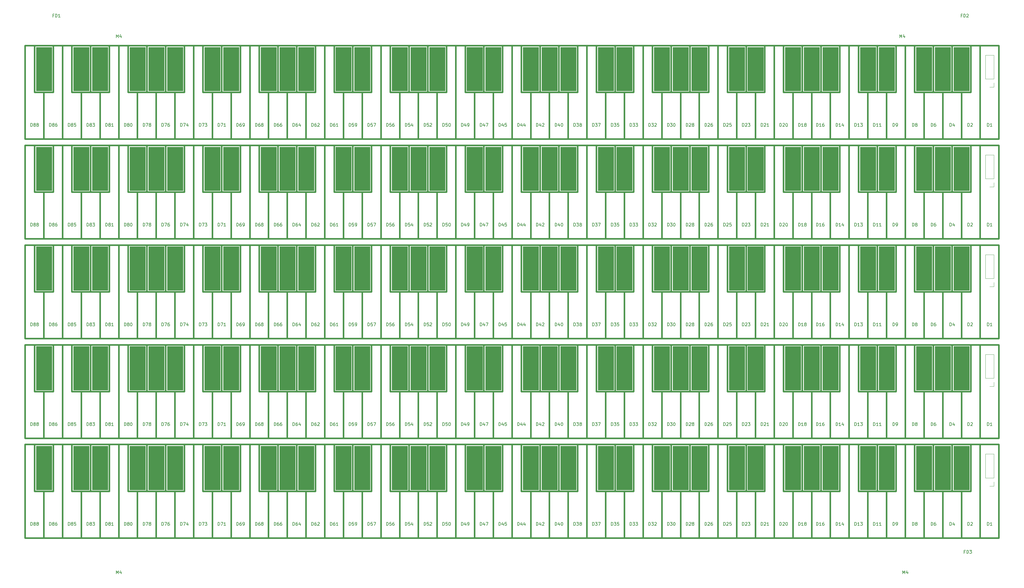
<source format=gbr>
G04 #@! TF.GenerationSoftware,KiCad,Pcbnew,(5.1.5)-3*
G04 #@! TF.CreationDate,2020-04-10T18:57:11+09:00*
G04 #@! TF.ProjectId,APA102_MENZUKE5,41504131-3032-45f4-9d45-4e5a554b4535,rev?*
G04 #@! TF.SameCoordinates,Original*
G04 #@! TF.FileFunction,Legend,Top*
G04 #@! TF.FilePolarity,Positive*
%FSLAX46Y46*%
G04 Gerber Fmt 4.6, Leading zero omitted, Abs format (unit mm)*
G04 Created by KiCad (PCBNEW (5.1.5)-3) date 2020-04-10 18:57:11*
%MOMM*%
%LPD*%
G04 APERTURE LIST*
%ADD10C,0.100000*%
%ADD11C,0.500000*%
%ADD12C,0.120000*%
%ADD13C,0.150000*%
G04 APERTURE END LIST*
D10*
G36*
X220500000Y-182500000D02*
G01*
X215500000Y-182500000D01*
X215500000Y-168500000D01*
X220500000Y-168500000D01*
X220500000Y-182500000D01*
G37*
X220500000Y-182500000D02*
X215500000Y-182500000D01*
X215500000Y-168500000D01*
X220500000Y-168500000D01*
X220500000Y-182500000D01*
G36*
X220500000Y-150500000D02*
G01*
X215500000Y-150500000D01*
X215500000Y-136500000D01*
X220500000Y-136500000D01*
X220500000Y-150500000D01*
G37*
X220500000Y-150500000D02*
X215500000Y-150500000D01*
X215500000Y-136500000D01*
X220500000Y-136500000D01*
X220500000Y-150500000D01*
G36*
X220500000Y-118500000D02*
G01*
X215500000Y-118500000D01*
X215500000Y-104500000D01*
X220500000Y-104500000D01*
X220500000Y-118500000D01*
G37*
X220500000Y-118500000D02*
X215500000Y-118500000D01*
X215500000Y-104500000D01*
X220500000Y-104500000D01*
X220500000Y-118500000D01*
G36*
X220500000Y-86500000D02*
G01*
X215500000Y-86500000D01*
X215500000Y-72500000D01*
X220500000Y-72500000D01*
X220500000Y-86500000D01*
G37*
X220500000Y-86500000D02*
X215500000Y-86500000D01*
X215500000Y-72500000D01*
X220500000Y-72500000D01*
X220500000Y-86500000D01*
G36*
X214500000Y-182500000D02*
G01*
X209500000Y-182500000D01*
X209500000Y-168500000D01*
X214500000Y-168500000D01*
X214500000Y-182500000D01*
G37*
X214500000Y-182500000D02*
X209500000Y-182500000D01*
X209500000Y-168500000D01*
X214500000Y-168500000D01*
X214500000Y-182500000D01*
G36*
X214500000Y-150500000D02*
G01*
X209500000Y-150500000D01*
X209500000Y-136500000D01*
X214500000Y-136500000D01*
X214500000Y-150500000D01*
G37*
X214500000Y-150500000D02*
X209500000Y-150500000D01*
X209500000Y-136500000D01*
X214500000Y-136500000D01*
X214500000Y-150500000D01*
G36*
X214500000Y-118500000D02*
G01*
X209500000Y-118500000D01*
X209500000Y-104500000D01*
X214500000Y-104500000D01*
X214500000Y-118500000D01*
G37*
X214500000Y-118500000D02*
X209500000Y-118500000D01*
X209500000Y-104500000D01*
X214500000Y-104500000D01*
X214500000Y-118500000D01*
G36*
X214500000Y-86500000D02*
G01*
X209500000Y-86500000D01*
X209500000Y-72500000D01*
X214500000Y-72500000D01*
X214500000Y-86500000D01*
G37*
X214500000Y-86500000D02*
X209500000Y-86500000D01*
X209500000Y-72500000D01*
X214500000Y-72500000D01*
X214500000Y-86500000D01*
G36*
X238500000Y-182500000D02*
G01*
X233500000Y-182500000D01*
X233500000Y-168500000D01*
X238500000Y-168500000D01*
X238500000Y-182500000D01*
G37*
X238500000Y-182500000D02*
X233500000Y-182500000D01*
X233500000Y-168500000D01*
X238500000Y-168500000D01*
X238500000Y-182500000D01*
G36*
X238500000Y-150500000D02*
G01*
X233500000Y-150500000D01*
X233500000Y-136500000D01*
X238500000Y-136500000D01*
X238500000Y-150500000D01*
G37*
X238500000Y-150500000D02*
X233500000Y-150500000D01*
X233500000Y-136500000D01*
X238500000Y-136500000D01*
X238500000Y-150500000D01*
G36*
X238500000Y-118500000D02*
G01*
X233500000Y-118500000D01*
X233500000Y-104500000D01*
X238500000Y-104500000D01*
X238500000Y-118500000D01*
G37*
X238500000Y-118500000D02*
X233500000Y-118500000D01*
X233500000Y-104500000D01*
X238500000Y-104500000D01*
X238500000Y-118500000D01*
G36*
X238500000Y-86500000D02*
G01*
X233500000Y-86500000D01*
X233500000Y-72500000D01*
X238500000Y-72500000D01*
X238500000Y-86500000D01*
G37*
X238500000Y-86500000D02*
X233500000Y-86500000D01*
X233500000Y-72500000D01*
X238500000Y-72500000D01*
X238500000Y-86500000D01*
G36*
X196500000Y-182500000D02*
G01*
X191500000Y-182500000D01*
X191500000Y-168500000D01*
X196500000Y-168500000D01*
X196500000Y-182500000D01*
G37*
X196500000Y-182500000D02*
X191500000Y-182500000D01*
X191500000Y-168500000D01*
X196500000Y-168500000D01*
X196500000Y-182500000D01*
G36*
X196500000Y-150500000D02*
G01*
X191500000Y-150500000D01*
X191500000Y-136500000D01*
X196500000Y-136500000D01*
X196500000Y-150500000D01*
G37*
X196500000Y-150500000D02*
X191500000Y-150500000D01*
X191500000Y-136500000D01*
X196500000Y-136500000D01*
X196500000Y-150500000D01*
G36*
X196500000Y-118500000D02*
G01*
X191500000Y-118500000D01*
X191500000Y-104500000D01*
X196500000Y-104500000D01*
X196500000Y-118500000D01*
G37*
X196500000Y-118500000D02*
X191500000Y-118500000D01*
X191500000Y-104500000D01*
X196500000Y-104500000D01*
X196500000Y-118500000D01*
G36*
X196500000Y-86500000D02*
G01*
X191500000Y-86500000D01*
X191500000Y-72500000D01*
X196500000Y-72500000D01*
X196500000Y-86500000D01*
G37*
X196500000Y-86500000D02*
X191500000Y-86500000D01*
X191500000Y-72500000D01*
X196500000Y-72500000D01*
X196500000Y-86500000D01*
G36*
X202500000Y-182500000D02*
G01*
X197500000Y-182500000D01*
X197500000Y-168500000D01*
X202500000Y-168500000D01*
X202500000Y-182500000D01*
G37*
X202500000Y-182500000D02*
X197500000Y-182500000D01*
X197500000Y-168500000D01*
X202500000Y-168500000D01*
X202500000Y-182500000D01*
G36*
X202500000Y-150500000D02*
G01*
X197500000Y-150500000D01*
X197500000Y-136500000D01*
X202500000Y-136500000D01*
X202500000Y-150500000D01*
G37*
X202500000Y-150500000D02*
X197500000Y-150500000D01*
X197500000Y-136500000D01*
X202500000Y-136500000D01*
X202500000Y-150500000D01*
G36*
X202500000Y-118500000D02*
G01*
X197500000Y-118500000D01*
X197500000Y-104500000D01*
X202500000Y-104500000D01*
X202500000Y-118500000D01*
G37*
X202500000Y-118500000D02*
X197500000Y-118500000D01*
X197500000Y-104500000D01*
X202500000Y-104500000D01*
X202500000Y-118500000D01*
G36*
X202500000Y-86500000D02*
G01*
X197500000Y-86500000D01*
X197500000Y-72500000D01*
X202500000Y-72500000D01*
X202500000Y-86500000D01*
G37*
X202500000Y-86500000D02*
X197500000Y-86500000D01*
X197500000Y-72500000D01*
X202500000Y-72500000D01*
X202500000Y-86500000D01*
G36*
X262500000Y-182500000D02*
G01*
X257500000Y-182500000D01*
X257500000Y-168500000D01*
X262500000Y-168500000D01*
X262500000Y-182500000D01*
G37*
X262500000Y-182500000D02*
X257500000Y-182500000D01*
X257500000Y-168500000D01*
X262500000Y-168500000D01*
X262500000Y-182500000D01*
G36*
X262500000Y-150500000D02*
G01*
X257500000Y-150500000D01*
X257500000Y-136500000D01*
X262500000Y-136500000D01*
X262500000Y-150500000D01*
G37*
X262500000Y-150500000D02*
X257500000Y-150500000D01*
X257500000Y-136500000D01*
X262500000Y-136500000D01*
X262500000Y-150500000D01*
G36*
X262500000Y-118500000D02*
G01*
X257500000Y-118500000D01*
X257500000Y-104500000D01*
X262500000Y-104500000D01*
X262500000Y-118500000D01*
G37*
X262500000Y-118500000D02*
X257500000Y-118500000D01*
X257500000Y-104500000D01*
X262500000Y-104500000D01*
X262500000Y-118500000D01*
G36*
X262500000Y-86500000D02*
G01*
X257500000Y-86500000D01*
X257500000Y-72500000D01*
X262500000Y-72500000D01*
X262500000Y-86500000D01*
G37*
X262500000Y-86500000D02*
X257500000Y-86500000D01*
X257500000Y-72500000D01*
X262500000Y-72500000D01*
X262500000Y-86500000D01*
G36*
X244500000Y-182500000D02*
G01*
X239500000Y-182500000D01*
X239500000Y-168500000D01*
X244500000Y-168500000D01*
X244500000Y-182500000D01*
G37*
X244500000Y-182500000D02*
X239500000Y-182500000D01*
X239500000Y-168500000D01*
X244500000Y-168500000D01*
X244500000Y-182500000D01*
G36*
X244500000Y-150500000D02*
G01*
X239500000Y-150500000D01*
X239500000Y-136500000D01*
X244500000Y-136500000D01*
X244500000Y-150500000D01*
G37*
X244500000Y-150500000D02*
X239500000Y-150500000D01*
X239500000Y-136500000D01*
X244500000Y-136500000D01*
X244500000Y-150500000D01*
G36*
X244500000Y-118500000D02*
G01*
X239500000Y-118500000D01*
X239500000Y-104500000D01*
X244500000Y-104500000D01*
X244500000Y-118500000D01*
G37*
X244500000Y-118500000D02*
X239500000Y-118500000D01*
X239500000Y-104500000D01*
X244500000Y-104500000D01*
X244500000Y-118500000D01*
G36*
X244500000Y-86500000D02*
G01*
X239500000Y-86500000D01*
X239500000Y-72500000D01*
X244500000Y-72500000D01*
X244500000Y-86500000D01*
G37*
X244500000Y-86500000D02*
X239500000Y-86500000D01*
X239500000Y-72500000D01*
X244500000Y-72500000D01*
X244500000Y-86500000D01*
G36*
X256500000Y-182500000D02*
G01*
X251500000Y-182500000D01*
X251500000Y-168500000D01*
X256500000Y-168500000D01*
X256500000Y-182500000D01*
G37*
X256500000Y-182500000D02*
X251500000Y-182500000D01*
X251500000Y-168500000D01*
X256500000Y-168500000D01*
X256500000Y-182500000D01*
G36*
X256500000Y-150500000D02*
G01*
X251500000Y-150500000D01*
X251500000Y-136500000D01*
X256500000Y-136500000D01*
X256500000Y-150500000D01*
G37*
X256500000Y-150500000D02*
X251500000Y-150500000D01*
X251500000Y-136500000D01*
X256500000Y-136500000D01*
X256500000Y-150500000D01*
G36*
X256500000Y-118500000D02*
G01*
X251500000Y-118500000D01*
X251500000Y-104500000D01*
X256500000Y-104500000D01*
X256500000Y-118500000D01*
G37*
X256500000Y-118500000D02*
X251500000Y-118500000D01*
X251500000Y-104500000D01*
X256500000Y-104500000D01*
X256500000Y-118500000D01*
G36*
X256500000Y-86500000D02*
G01*
X251500000Y-86500000D01*
X251500000Y-72500000D01*
X256500000Y-72500000D01*
X256500000Y-86500000D01*
G37*
X256500000Y-86500000D02*
X251500000Y-86500000D01*
X251500000Y-72500000D01*
X256500000Y-72500000D01*
X256500000Y-86500000D01*
G36*
X304500000Y-182500000D02*
G01*
X299500000Y-182500000D01*
X299500000Y-168500000D01*
X304500000Y-168500000D01*
X304500000Y-182500000D01*
G37*
X304500000Y-182500000D02*
X299500000Y-182500000D01*
X299500000Y-168500000D01*
X304500000Y-168500000D01*
X304500000Y-182500000D01*
G36*
X304500000Y-150500000D02*
G01*
X299500000Y-150500000D01*
X299500000Y-136500000D01*
X304500000Y-136500000D01*
X304500000Y-150500000D01*
G37*
X304500000Y-150500000D02*
X299500000Y-150500000D01*
X299500000Y-136500000D01*
X304500000Y-136500000D01*
X304500000Y-150500000D01*
G36*
X304500000Y-118500000D02*
G01*
X299500000Y-118500000D01*
X299500000Y-104500000D01*
X304500000Y-104500000D01*
X304500000Y-118500000D01*
G37*
X304500000Y-118500000D02*
X299500000Y-118500000D01*
X299500000Y-104500000D01*
X304500000Y-104500000D01*
X304500000Y-118500000D01*
G36*
X304500000Y-86500000D02*
G01*
X299500000Y-86500000D01*
X299500000Y-72500000D01*
X304500000Y-72500000D01*
X304500000Y-86500000D01*
G37*
X304500000Y-86500000D02*
X299500000Y-86500000D01*
X299500000Y-72500000D01*
X304500000Y-72500000D01*
X304500000Y-86500000D01*
G36*
X268500000Y-182500000D02*
G01*
X263500000Y-182500000D01*
X263500000Y-168500000D01*
X268500000Y-168500000D01*
X268500000Y-182500000D01*
G37*
X268500000Y-182500000D02*
X263500000Y-182500000D01*
X263500000Y-168500000D01*
X268500000Y-168500000D01*
X268500000Y-182500000D01*
G36*
X268500000Y-150500000D02*
G01*
X263500000Y-150500000D01*
X263500000Y-136500000D01*
X268500000Y-136500000D01*
X268500000Y-150500000D01*
G37*
X268500000Y-150500000D02*
X263500000Y-150500000D01*
X263500000Y-136500000D01*
X268500000Y-136500000D01*
X268500000Y-150500000D01*
G36*
X268500000Y-118500000D02*
G01*
X263500000Y-118500000D01*
X263500000Y-104500000D01*
X268500000Y-104500000D01*
X268500000Y-118500000D01*
G37*
X268500000Y-118500000D02*
X263500000Y-118500000D01*
X263500000Y-104500000D01*
X268500000Y-104500000D01*
X268500000Y-118500000D01*
G36*
X268500000Y-86500000D02*
G01*
X263500000Y-86500000D01*
X263500000Y-72500000D01*
X268500000Y-72500000D01*
X268500000Y-86500000D01*
G37*
X268500000Y-86500000D02*
X263500000Y-86500000D01*
X263500000Y-72500000D01*
X268500000Y-72500000D01*
X268500000Y-86500000D01*
G36*
X226500000Y-182500000D02*
G01*
X221500000Y-182500000D01*
X221500000Y-168500000D01*
X226500000Y-168500000D01*
X226500000Y-182500000D01*
G37*
X226500000Y-182500000D02*
X221500000Y-182500000D01*
X221500000Y-168500000D01*
X226500000Y-168500000D01*
X226500000Y-182500000D01*
G36*
X226500000Y-150500000D02*
G01*
X221500000Y-150500000D01*
X221500000Y-136500000D01*
X226500000Y-136500000D01*
X226500000Y-150500000D01*
G37*
X226500000Y-150500000D02*
X221500000Y-150500000D01*
X221500000Y-136500000D01*
X226500000Y-136500000D01*
X226500000Y-150500000D01*
G36*
X226500000Y-118500000D02*
G01*
X221500000Y-118500000D01*
X221500000Y-104500000D01*
X226500000Y-104500000D01*
X226500000Y-118500000D01*
G37*
X226500000Y-118500000D02*
X221500000Y-118500000D01*
X221500000Y-104500000D01*
X226500000Y-104500000D01*
X226500000Y-118500000D01*
G36*
X226500000Y-86500000D02*
G01*
X221500000Y-86500000D01*
X221500000Y-72500000D01*
X226500000Y-72500000D01*
X226500000Y-86500000D01*
G37*
X226500000Y-86500000D02*
X221500000Y-86500000D01*
X221500000Y-72500000D01*
X226500000Y-72500000D01*
X226500000Y-86500000D01*
D11*
X65000000Y-183000000D02*
X65000000Y-168000000D01*
X65000000Y-151000000D02*
X65000000Y-136000000D01*
X65000000Y-119000000D02*
X65000000Y-104000000D01*
X65000000Y-87000000D02*
X65000000Y-72000000D01*
X74000000Y-183000000D02*
X77000000Y-183000000D01*
X74000000Y-151000000D02*
X77000000Y-151000000D01*
X74000000Y-119000000D02*
X77000000Y-119000000D01*
X74000000Y-87000000D02*
X77000000Y-87000000D01*
X68000000Y-198000000D02*
X68000000Y-183000000D01*
X68000000Y-166000000D02*
X68000000Y-151000000D01*
X68000000Y-134000000D02*
X68000000Y-119000000D01*
X68000000Y-102000000D02*
X68000000Y-87000000D01*
X71000000Y-183000000D02*
X71000000Y-168000000D01*
X71000000Y-151000000D02*
X71000000Y-136000000D01*
X71000000Y-119000000D02*
X71000000Y-104000000D01*
X71000000Y-87000000D02*
X71000000Y-72000000D01*
X74000000Y-198000000D02*
X74000000Y-183000000D01*
X74000000Y-166000000D02*
X74000000Y-151000000D01*
X74000000Y-134000000D02*
X74000000Y-119000000D01*
X74000000Y-102000000D02*
X74000000Y-87000000D01*
X74000000Y-183000000D02*
X71000000Y-183000000D01*
X74000000Y-151000000D02*
X71000000Y-151000000D01*
X74000000Y-119000000D02*
X71000000Y-119000000D01*
X74000000Y-87000000D02*
X71000000Y-87000000D01*
X80000000Y-198000000D02*
X80000000Y-168000000D01*
X80000000Y-166000000D02*
X80000000Y-136000000D01*
X80000000Y-134000000D02*
X80000000Y-104000000D01*
X80000000Y-102000000D02*
X80000000Y-72000000D01*
X62000000Y-198000000D02*
X68000000Y-198000000D01*
X62000000Y-166000000D02*
X68000000Y-166000000D01*
X62000000Y-134000000D02*
X68000000Y-134000000D01*
X62000000Y-102000000D02*
X68000000Y-102000000D01*
X68000000Y-198000000D02*
X74000000Y-198000000D01*
X68000000Y-166000000D02*
X74000000Y-166000000D01*
X68000000Y-134000000D02*
X74000000Y-134000000D01*
X68000000Y-102000000D02*
X74000000Y-102000000D01*
X86000000Y-183000000D02*
X83000000Y-183000000D01*
X86000000Y-151000000D02*
X83000000Y-151000000D01*
X86000000Y-119000000D02*
X83000000Y-119000000D01*
X86000000Y-87000000D02*
X83000000Y-87000000D01*
X68000000Y-183000000D02*
X71000000Y-183000000D01*
X68000000Y-151000000D02*
X71000000Y-151000000D01*
X68000000Y-119000000D02*
X71000000Y-119000000D01*
X68000000Y-87000000D02*
X71000000Y-87000000D01*
X74000000Y-198000000D02*
X80000000Y-198000000D01*
X74000000Y-166000000D02*
X80000000Y-166000000D01*
X74000000Y-134000000D02*
X80000000Y-134000000D01*
X74000000Y-102000000D02*
X80000000Y-102000000D01*
X80000000Y-168000000D02*
X62000000Y-168000000D01*
X80000000Y-136000000D02*
X62000000Y-136000000D01*
X80000000Y-104000000D02*
X62000000Y-104000000D01*
X80000000Y-72000000D02*
X62000000Y-72000000D01*
X68000000Y-183000000D02*
X65000000Y-183000000D01*
X68000000Y-151000000D02*
X65000000Y-151000000D01*
X68000000Y-119000000D02*
X65000000Y-119000000D01*
X68000000Y-87000000D02*
X65000000Y-87000000D01*
X80000000Y-198000000D02*
X86000000Y-198000000D01*
X80000000Y-166000000D02*
X86000000Y-166000000D01*
X80000000Y-134000000D02*
X86000000Y-134000000D01*
X80000000Y-102000000D02*
X86000000Y-102000000D01*
X86000000Y-198000000D02*
X86000000Y-183000000D01*
X86000000Y-166000000D02*
X86000000Y-151000000D01*
X86000000Y-134000000D02*
X86000000Y-119000000D01*
X86000000Y-102000000D02*
X86000000Y-87000000D01*
X77000000Y-183000000D02*
X77000000Y-168000000D01*
X77000000Y-151000000D02*
X77000000Y-136000000D01*
X77000000Y-119000000D02*
X77000000Y-104000000D01*
X77000000Y-87000000D02*
X77000000Y-72000000D01*
X62000000Y-168000000D02*
X62000000Y-198000000D01*
X62000000Y-136000000D02*
X62000000Y-166000000D01*
X62000000Y-104000000D02*
X62000000Y-134000000D01*
X62000000Y-72000000D02*
X62000000Y-102000000D01*
X110000000Y-183000000D02*
X107000000Y-183000000D01*
X110000000Y-151000000D02*
X107000000Y-151000000D01*
X110000000Y-119000000D02*
X107000000Y-119000000D01*
X110000000Y-87000000D02*
X107000000Y-87000000D01*
X122000000Y-198000000D02*
X128000000Y-198000000D01*
X122000000Y-166000000D02*
X128000000Y-166000000D01*
X122000000Y-134000000D02*
X128000000Y-134000000D01*
X122000000Y-102000000D02*
X128000000Y-102000000D01*
X110000000Y-183000000D02*
X113000000Y-183000000D01*
X110000000Y-151000000D02*
X113000000Y-151000000D01*
X110000000Y-119000000D02*
X113000000Y-119000000D01*
X110000000Y-87000000D02*
X113000000Y-87000000D01*
X122000000Y-198000000D02*
X122000000Y-168000000D01*
X122000000Y-166000000D02*
X122000000Y-136000000D01*
X122000000Y-134000000D02*
X122000000Y-104000000D01*
X122000000Y-102000000D02*
X122000000Y-72000000D01*
X110000000Y-198000000D02*
X110000000Y-183000000D01*
X110000000Y-166000000D02*
X110000000Y-151000000D01*
X110000000Y-134000000D02*
X110000000Y-119000000D01*
X110000000Y-102000000D02*
X110000000Y-87000000D01*
X146000000Y-198000000D02*
X146000000Y-168000000D01*
X146000000Y-166000000D02*
X146000000Y-136000000D01*
X146000000Y-134000000D02*
X146000000Y-104000000D01*
X146000000Y-102000000D02*
X146000000Y-72000000D01*
X125000000Y-183000000D02*
X125000000Y-168000000D01*
X125000000Y-151000000D02*
X125000000Y-136000000D01*
X125000000Y-119000000D02*
X125000000Y-104000000D01*
X125000000Y-87000000D02*
X125000000Y-72000000D01*
X113000000Y-183000000D02*
X113000000Y-168000000D01*
X113000000Y-151000000D02*
X113000000Y-136000000D01*
X113000000Y-119000000D02*
X113000000Y-104000000D01*
X113000000Y-87000000D02*
X113000000Y-72000000D01*
X110000000Y-198000000D02*
X116000000Y-198000000D01*
X110000000Y-166000000D02*
X116000000Y-166000000D01*
X110000000Y-134000000D02*
X116000000Y-134000000D01*
X110000000Y-102000000D02*
X116000000Y-102000000D01*
X104000000Y-198000000D02*
X110000000Y-198000000D01*
X104000000Y-166000000D02*
X110000000Y-166000000D01*
X104000000Y-134000000D02*
X110000000Y-134000000D01*
X104000000Y-102000000D02*
X110000000Y-102000000D01*
X146000000Y-168000000D02*
X122000000Y-168000000D01*
X146000000Y-136000000D02*
X122000000Y-136000000D01*
X146000000Y-104000000D02*
X122000000Y-104000000D01*
X146000000Y-72000000D02*
X122000000Y-72000000D01*
X119000000Y-183000000D02*
X119000000Y-168000000D01*
X119000000Y-151000000D02*
X119000000Y-136000000D01*
X119000000Y-119000000D02*
X119000000Y-104000000D01*
X119000000Y-87000000D02*
X119000000Y-72000000D01*
X128000000Y-183000000D02*
X125000000Y-183000000D01*
X128000000Y-151000000D02*
X125000000Y-151000000D01*
X128000000Y-119000000D02*
X125000000Y-119000000D01*
X128000000Y-87000000D02*
X125000000Y-87000000D01*
X131000000Y-183000000D02*
X137000000Y-183000000D01*
X131000000Y-151000000D02*
X137000000Y-151000000D01*
X131000000Y-119000000D02*
X137000000Y-119000000D01*
X131000000Y-87000000D02*
X137000000Y-87000000D01*
X143000000Y-183000000D02*
X143000000Y-168000000D01*
X143000000Y-151000000D02*
X143000000Y-136000000D01*
X143000000Y-119000000D02*
X143000000Y-104000000D01*
X143000000Y-87000000D02*
X143000000Y-72000000D01*
X98000000Y-198000000D02*
X98000000Y-183000000D01*
X98000000Y-166000000D02*
X98000000Y-151000000D01*
X98000000Y-134000000D02*
X98000000Y-119000000D01*
X98000000Y-102000000D02*
X98000000Y-87000000D01*
X128000000Y-198000000D02*
X134000000Y-198000000D01*
X128000000Y-166000000D02*
X134000000Y-166000000D01*
X128000000Y-134000000D02*
X134000000Y-134000000D01*
X128000000Y-102000000D02*
X134000000Y-102000000D01*
X107000000Y-183000000D02*
X107000000Y-168000000D01*
X107000000Y-151000000D02*
X107000000Y-136000000D01*
X107000000Y-119000000D02*
X107000000Y-104000000D01*
X107000000Y-87000000D02*
X107000000Y-72000000D01*
X134000000Y-198000000D02*
X140000000Y-198000000D01*
X134000000Y-166000000D02*
X140000000Y-166000000D01*
X134000000Y-134000000D02*
X140000000Y-134000000D01*
X134000000Y-102000000D02*
X140000000Y-102000000D01*
X104000000Y-168000000D02*
X80000000Y-168000000D01*
X104000000Y-136000000D02*
X80000000Y-136000000D01*
X104000000Y-104000000D02*
X80000000Y-104000000D01*
X104000000Y-72000000D02*
X80000000Y-72000000D01*
X104000000Y-168000000D02*
X104000000Y-198000000D01*
X104000000Y-136000000D02*
X104000000Y-166000000D01*
X104000000Y-104000000D02*
X104000000Y-134000000D01*
X104000000Y-72000000D02*
X104000000Y-102000000D01*
X134000000Y-198000000D02*
X134000000Y-183000000D01*
X134000000Y-166000000D02*
X134000000Y-151000000D01*
X134000000Y-134000000D02*
X134000000Y-119000000D01*
X134000000Y-102000000D02*
X134000000Y-87000000D01*
X131000000Y-168000000D02*
X131000000Y-183000000D01*
X131000000Y-136000000D02*
X131000000Y-151000000D01*
X131000000Y-104000000D02*
X131000000Y-119000000D01*
X131000000Y-72000000D02*
X131000000Y-87000000D01*
X116000000Y-198000000D02*
X116000000Y-183000000D01*
X116000000Y-166000000D02*
X116000000Y-151000000D01*
X116000000Y-134000000D02*
X116000000Y-119000000D01*
X116000000Y-102000000D02*
X116000000Y-87000000D01*
X140000000Y-198000000D02*
X140000000Y-183000000D01*
X140000000Y-166000000D02*
X140000000Y-151000000D01*
X140000000Y-134000000D02*
X140000000Y-119000000D01*
X140000000Y-102000000D02*
X140000000Y-87000000D01*
X83000000Y-183000000D02*
X83000000Y-168000000D01*
X83000000Y-151000000D02*
X83000000Y-136000000D01*
X83000000Y-119000000D02*
X83000000Y-104000000D01*
X83000000Y-87000000D02*
X83000000Y-72000000D01*
X89000000Y-183000000D02*
X86000000Y-183000000D01*
X89000000Y-151000000D02*
X86000000Y-151000000D01*
X89000000Y-119000000D02*
X86000000Y-119000000D01*
X89000000Y-87000000D02*
X86000000Y-87000000D01*
X122000000Y-168000000D02*
X104000000Y-168000000D01*
X122000000Y-136000000D02*
X104000000Y-136000000D01*
X122000000Y-104000000D02*
X104000000Y-104000000D01*
X122000000Y-72000000D02*
X104000000Y-72000000D01*
X137000000Y-183000000D02*
X143000000Y-183000000D01*
X137000000Y-151000000D02*
X143000000Y-151000000D01*
X137000000Y-119000000D02*
X143000000Y-119000000D01*
X137000000Y-87000000D02*
X143000000Y-87000000D01*
X89000000Y-168000000D02*
X89000000Y-183000000D01*
X89000000Y-136000000D02*
X89000000Y-151000000D01*
X89000000Y-104000000D02*
X89000000Y-119000000D01*
X89000000Y-72000000D02*
X89000000Y-87000000D01*
X95000000Y-183000000D02*
X101000000Y-183000000D01*
X95000000Y-151000000D02*
X101000000Y-151000000D01*
X95000000Y-119000000D02*
X101000000Y-119000000D01*
X95000000Y-87000000D02*
X101000000Y-87000000D01*
X140000000Y-198000000D02*
X146000000Y-198000000D01*
X140000000Y-166000000D02*
X146000000Y-166000000D01*
X140000000Y-134000000D02*
X146000000Y-134000000D01*
X140000000Y-102000000D02*
X146000000Y-102000000D01*
X116000000Y-183000000D02*
X119000000Y-183000000D01*
X116000000Y-151000000D02*
X119000000Y-151000000D01*
X116000000Y-119000000D02*
X119000000Y-119000000D01*
X116000000Y-87000000D02*
X119000000Y-87000000D01*
X128000000Y-198000000D02*
X128000000Y-183000000D01*
X128000000Y-166000000D02*
X128000000Y-151000000D01*
X128000000Y-134000000D02*
X128000000Y-119000000D01*
X128000000Y-102000000D02*
X128000000Y-87000000D01*
X137000000Y-183000000D02*
X137000000Y-168000000D01*
X137000000Y-151000000D02*
X137000000Y-136000000D01*
X137000000Y-119000000D02*
X137000000Y-104000000D01*
X137000000Y-87000000D02*
X137000000Y-72000000D01*
X89000000Y-183000000D02*
X95000000Y-183000000D01*
X89000000Y-151000000D02*
X95000000Y-151000000D01*
X89000000Y-119000000D02*
X95000000Y-119000000D01*
X89000000Y-87000000D02*
X95000000Y-87000000D01*
X95000000Y-183000000D02*
X95000000Y-168000000D01*
X95000000Y-151000000D02*
X95000000Y-136000000D01*
X95000000Y-119000000D02*
X95000000Y-104000000D01*
X95000000Y-87000000D02*
X95000000Y-72000000D01*
X98000000Y-198000000D02*
X104000000Y-198000000D01*
X98000000Y-166000000D02*
X104000000Y-166000000D01*
X98000000Y-134000000D02*
X104000000Y-134000000D01*
X98000000Y-102000000D02*
X104000000Y-102000000D01*
X101000000Y-183000000D02*
X101000000Y-168000000D01*
X101000000Y-151000000D02*
X101000000Y-136000000D01*
X101000000Y-119000000D02*
X101000000Y-104000000D01*
X101000000Y-87000000D02*
X101000000Y-72000000D01*
X86000000Y-198000000D02*
X92000000Y-198000000D01*
X86000000Y-166000000D02*
X92000000Y-166000000D01*
X86000000Y-134000000D02*
X92000000Y-134000000D01*
X86000000Y-102000000D02*
X92000000Y-102000000D01*
X92000000Y-198000000D02*
X92000000Y-183000000D01*
X92000000Y-166000000D02*
X92000000Y-151000000D01*
X92000000Y-134000000D02*
X92000000Y-119000000D01*
X92000000Y-102000000D02*
X92000000Y-87000000D01*
X131000000Y-183000000D02*
X128000000Y-183000000D01*
X131000000Y-151000000D02*
X128000000Y-151000000D01*
X131000000Y-119000000D02*
X128000000Y-119000000D01*
X131000000Y-87000000D02*
X128000000Y-87000000D01*
X116000000Y-183000000D02*
X113000000Y-183000000D01*
X116000000Y-151000000D02*
X113000000Y-151000000D01*
X116000000Y-119000000D02*
X113000000Y-119000000D01*
X116000000Y-87000000D02*
X113000000Y-87000000D01*
X116000000Y-198000000D02*
X122000000Y-198000000D01*
X116000000Y-166000000D02*
X122000000Y-166000000D01*
X116000000Y-134000000D02*
X122000000Y-134000000D01*
X116000000Y-102000000D02*
X122000000Y-102000000D01*
X92000000Y-198000000D02*
X98000000Y-198000000D01*
X92000000Y-166000000D02*
X98000000Y-166000000D01*
X92000000Y-134000000D02*
X98000000Y-134000000D01*
X92000000Y-102000000D02*
X98000000Y-102000000D01*
X104000000Y-198000000D02*
X104000000Y-168000000D01*
X104000000Y-166000000D02*
X104000000Y-136000000D01*
X104000000Y-134000000D02*
X104000000Y-104000000D01*
X104000000Y-102000000D02*
X104000000Y-72000000D01*
X176000000Y-198000000D02*
X182000000Y-198000000D01*
X176000000Y-166000000D02*
X182000000Y-166000000D01*
X176000000Y-134000000D02*
X182000000Y-134000000D01*
X176000000Y-102000000D02*
X182000000Y-102000000D01*
X170000000Y-198000000D02*
X170000000Y-183000000D01*
X170000000Y-166000000D02*
X170000000Y-151000000D01*
X170000000Y-134000000D02*
X170000000Y-119000000D01*
X170000000Y-102000000D02*
X170000000Y-87000000D01*
X215000000Y-183000000D02*
X221000000Y-183000000D01*
X215000000Y-151000000D02*
X221000000Y-151000000D01*
X215000000Y-119000000D02*
X221000000Y-119000000D01*
X215000000Y-87000000D02*
X221000000Y-87000000D01*
X194000000Y-183000000D02*
X197000000Y-183000000D01*
X194000000Y-151000000D02*
X197000000Y-151000000D01*
X194000000Y-119000000D02*
X197000000Y-119000000D01*
X194000000Y-87000000D02*
X197000000Y-87000000D01*
X185000000Y-183000000D02*
X185000000Y-168000000D01*
X185000000Y-151000000D02*
X185000000Y-136000000D01*
X185000000Y-119000000D02*
X185000000Y-104000000D01*
X185000000Y-87000000D02*
X185000000Y-72000000D01*
X158000000Y-183000000D02*
X155000000Y-183000000D01*
X158000000Y-151000000D02*
X155000000Y-151000000D01*
X158000000Y-119000000D02*
X155000000Y-119000000D01*
X158000000Y-87000000D02*
X155000000Y-87000000D01*
X170000000Y-198000000D02*
X176000000Y-198000000D01*
X170000000Y-166000000D02*
X176000000Y-166000000D01*
X170000000Y-134000000D02*
X176000000Y-134000000D01*
X170000000Y-102000000D02*
X176000000Y-102000000D01*
X188000000Y-198000000D02*
X188000000Y-168000000D01*
X188000000Y-166000000D02*
X188000000Y-136000000D01*
X188000000Y-134000000D02*
X188000000Y-104000000D01*
X188000000Y-102000000D02*
X188000000Y-72000000D01*
X224000000Y-198000000D02*
X230000000Y-198000000D01*
X224000000Y-166000000D02*
X230000000Y-166000000D01*
X224000000Y-134000000D02*
X230000000Y-134000000D01*
X224000000Y-102000000D02*
X230000000Y-102000000D01*
X173000000Y-183000000D02*
X170000000Y-183000000D01*
X173000000Y-151000000D02*
X170000000Y-151000000D01*
X173000000Y-119000000D02*
X170000000Y-119000000D01*
X173000000Y-87000000D02*
X170000000Y-87000000D01*
X170000000Y-183000000D02*
X167000000Y-183000000D01*
X170000000Y-151000000D02*
X167000000Y-151000000D01*
X170000000Y-119000000D02*
X167000000Y-119000000D01*
X170000000Y-87000000D02*
X167000000Y-87000000D01*
X146000000Y-168000000D02*
X146000000Y-198000000D01*
X146000000Y-136000000D02*
X146000000Y-166000000D01*
X146000000Y-104000000D02*
X146000000Y-134000000D01*
X146000000Y-72000000D02*
X146000000Y-102000000D01*
X218000000Y-198000000D02*
X218000000Y-183000000D01*
X218000000Y-166000000D02*
X218000000Y-151000000D01*
X218000000Y-134000000D02*
X218000000Y-119000000D01*
X218000000Y-102000000D02*
X218000000Y-87000000D01*
X164000000Y-198000000D02*
X164000000Y-168000000D01*
X164000000Y-166000000D02*
X164000000Y-136000000D01*
X164000000Y-134000000D02*
X164000000Y-104000000D01*
X164000000Y-102000000D02*
X164000000Y-72000000D01*
X179000000Y-183000000D02*
X179000000Y-168000000D01*
X179000000Y-151000000D02*
X179000000Y-136000000D01*
X179000000Y-119000000D02*
X179000000Y-104000000D01*
X179000000Y-87000000D02*
X179000000Y-72000000D01*
X158000000Y-198000000D02*
X164000000Y-198000000D01*
X158000000Y-166000000D02*
X164000000Y-166000000D01*
X158000000Y-134000000D02*
X164000000Y-134000000D01*
X158000000Y-102000000D02*
X164000000Y-102000000D01*
X221000000Y-183000000D02*
X221000000Y-168000000D01*
X221000000Y-151000000D02*
X221000000Y-136000000D01*
X221000000Y-119000000D02*
X221000000Y-104000000D01*
X221000000Y-87000000D02*
X221000000Y-72000000D01*
X149000000Y-183000000D02*
X149000000Y-168000000D01*
X149000000Y-151000000D02*
X149000000Y-136000000D01*
X149000000Y-119000000D02*
X149000000Y-104000000D01*
X149000000Y-87000000D02*
X149000000Y-72000000D01*
X167000000Y-183000000D02*
X167000000Y-168000000D01*
X167000000Y-151000000D02*
X167000000Y-136000000D01*
X167000000Y-119000000D02*
X167000000Y-104000000D01*
X167000000Y-87000000D02*
X167000000Y-72000000D01*
X182000000Y-198000000D02*
X182000000Y-183000000D01*
X182000000Y-166000000D02*
X182000000Y-151000000D01*
X182000000Y-134000000D02*
X182000000Y-119000000D01*
X182000000Y-102000000D02*
X182000000Y-87000000D01*
X215000000Y-183000000D02*
X212000000Y-183000000D01*
X215000000Y-151000000D02*
X212000000Y-151000000D01*
X215000000Y-119000000D02*
X212000000Y-119000000D01*
X215000000Y-87000000D02*
X212000000Y-87000000D01*
X197000000Y-183000000D02*
X197000000Y-168000000D01*
X197000000Y-151000000D02*
X197000000Y-136000000D01*
X197000000Y-119000000D02*
X197000000Y-104000000D01*
X197000000Y-87000000D02*
X197000000Y-72000000D01*
X152000000Y-183000000D02*
X155000000Y-183000000D01*
X152000000Y-151000000D02*
X155000000Y-151000000D01*
X152000000Y-119000000D02*
X155000000Y-119000000D01*
X152000000Y-87000000D02*
X155000000Y-87000000D01*
X161000000Y-183000000D02*
X161000000Y-168000000D01*
X161000000Y-151000000D02*
X161000000Y-136000000D01*
X161000000Y-119000000D02*
X161000000Y-104000000D01*
X161000000Y-87000000D02*
X161000000Y-72000000D01*
X155000000Y-183000000D02*
X155000000Y-168000000D01*
X155000000Y-151000000D02*
X155000000Y-136000000D01*
X155000000Y-119000000D02*
X155000000Y-104000000D01*
X155000000Y-87000000D02*
X155000000Y-72000000D01*
X158000000Y-183000000D02*
X161000000Y-183000000D01*
X158000000Y-151000000D02*
X161000000Y-151000000D01*
X158000000Y-119000000D02*
X161000000Y-119000000D01*
X158000000Y-87000000D02*
X161000000Y-87000000D01*
X152000000Y-198000000D02*
X152000000Y-183000000D01*
X152000000Y-166000000D02*
X152000000Y-151000000D01*
X152000000Y-134000000D02*
X152000000Y-119000000D01*
X152000000Y-102000000D02*
X152000000Y-87000000D01*
X182000000Y-198000000D02*
X188000000Y-198000000D01*
X182000000Y-166000000D02*
X188000000Y-166000000D01*
X182000000Y-134000000D02*
X188000000Y-134000000D01*
X182000000Y-102000000D02*
X188000000Y-102000000D01*
X173000000Y-183000000D02*
X179000000Y-183000000D01*
X173000000Y-151000000D02*
X179000000Y-151000000D01*
X173000000Y-119000000D02*
X179000000Y-119000000D01*
X173000000Y-87000000D02*
X179000000Y-87000000D01*
X146000000Y-198000000D02*
X152000000Y-198000000D01*
X146000000Y-166000000D02*
X152000000Y-166000000D01*
X146000000Y-134000000D02*
X152000000Y-134000000D01*
X146000000Y-102000000D02*
X152000000Y-102000000D01*
X176000000Y-198000000D02*
X176000000Y-183000000D01*
X176000000Y-166000000D02*
X176000000Y-151000000D01*
X176000000Y-134000000D02*
X176000000Y-119000000D01*
X176000000Y-102000000D02*
X176000000Y-87000000D01*
X206000000Y-198000000D02*
X206000000Y-168000000D01*
X206000000Y-166000000D02*
X206000000Y-136000000D01*
X206000000Y-134000000D02*
X206000000Y-104000000D01*
X206000000Y-102000000D02*
X206000000Y-72000000D01*
X158000000Y-198000000D02*
X158000000Y-183000000D01*
X158000000Y-166000000D02*
X158000000Y-151000000D01*
X158000000Y-134000000D02*
X158000000Y-119000000D01*
X158000000Y-102000000D02*
X158000000Y-87000000D01*
X194000000Y-198000000D02*
X194000000Y-183000000D01*
X194000000Y-166000000D02*
X194000000Y-151000000D01*
X194000000Y-134000000D02*
X194000000Y-119000000D01*
X194000000Y-102000000D02*
X194000000Y-87000000D01*
X173000000Y-168000000D02*
X173000000Y-183000000D01*
X173000000Y-136000000D02*
X173000000Y-151000000D01*
X173000000Y-104000000D02*
X173000000Y-119000000D01*
X173000000Y-72000000D02*
X173000000Y-87000000D01*
X227000000Y-183000000D02*
X227000000Y-168000000D01*
X227000000Y-151000000D02*
X227000000Y-136000000D01*
X227000000Y-119000000D02*
X227000000Y-104000000D01*
X227000000Y-87000000D02*
X227000000Y-72000000D01*
X200000000Y-198000000D02*
X200000000Y-183000000D01*
X200000000Y-166000000D02*
X200000000Y-151000000D01*
X200000000Y-134000000D02*
X200000000Y-119000000D01*
X200000000Y-102000000D02*
X200000000Y-87000000D01*
X164000000Y-168000000D02*
X146000000Y-168000000D01*
X164000000Y-136000000D02*
X146000000Y-136000000D01*
X164000000Y-104000000D02*
X146000000Y-104000000D01*
X164000000Y-72000000D02*
X146000000Y-72000000D01*
X179000000Y-183000000D02*
X185000000Y-183000000D01*
X179000000Y-151000000D02*
X185000000Y-151000000D01*
X179000000Y-119000000D02*
X185000000Y-119000000D01*
X179000000Y-87000000D02*
X185000000Y-87000000D01*
X224000000Y-198000000D02*
X224000000Y-183000000D01*
X224000000Y-166000000D02*
X224000000Y-151000000D01*
X224000000Y-134000000D02*
X224000000Y-119000000D01*
X224000000Y-102000000D02*
X224000000Y-87000000D01*
X188000000Y-168000000D02*
X188000000Y-198000000D01*
X188000000Y-136000000D02*
X188000000Y-166000000D01*
X188000000Y-104000000D02*
X188000000Y-134000000D01*
X188000000Y-72000000D02*
X188000000Y-102000000D01*
X164000000Y-198000000D02*
X170000000Y-198000000D01*
X164000000Y-166000000D02*
X170000000Y-166000000D01*
X164000000Y-134000000D02*
X170000000Y-134000000D01*
X164000000Y-102000000D02*
X170000000Y-102000000D01*
X152000000Y-198000000D02*
X158000000Y-198000000D01*
X152000000Y-166000000D02*
X158000000Y-166000000D01*
X152000000Y-134000000D02*
X158000000Y-134000000D01*
X152000000Y-102000000D02*
X158000000Y-102000000D01*
X152000000Y-183000000D02*
X149000000Y-183000000D01*
X152000000Y-151000000D02*
X149000000Y-151000000D01*
X152000000Y-119000000D02*
X149000000Y-119000000D01*
X152000000Y-87000000D02*
X149000000Y-87000000D01*
X209000000Y-183000000D02*
X209000000Y-168000000D01*
X209000000Y-151000000D02*
X209000000Y-136000000D01*
X209000000Y-119000000D02*
X209000000Y-104000000D01*
X209000000Y-87000000D02*
X209000000Y-72000000D01*
X188000000Y-168000000D02*
X164000000Y-168000000D01*
X188000000Y-136000000D02*
X164000000Y-136000000D01*
X188000000Y-104000000D02*
X164000000Y-104000000D01*
X188000000Y-72000000D02*
X164000000Y-72000000D01*
X206000000Y-198000000D02*
X212000000Y-198000000D01*
X206000000Y-166000000D02*
X212000000Y-166000000D01*
X206000000Y-134000000D02*
X212000000Y-134000000D01*
X206000000Y-102000000D02*
X212000000Y-102000000D01*
X200000000Y-198000000D02*
X206000000Y-198000000D01*
X200000000Y-166000000D02*
X206000000Y-166000000D01*
X200000000Y-134000000D02*
X206000000Y-134000000D01*
X200000000Y-102000000D02*
X206000000Y-102000000D01*
X200000000Y-183000000D02*
X197000000Y-183000000D01*
X200000000Y-151000000D02*
X197000000Y-151000000D01*
X200000000Y-119000000D02*
X197000000Y-119000000D01*
X200000000Y-87000000D02*
X197000000Y-87000000D01*
X266000000Y-198000000D02*
X272000000Y-198000000D01*
X266000000Y-166000000D02*
X272000000Y-166000000D01*
X266000000Y-134000000D02*
X272000000Y-134000000D01*
X266000000Y-102000000D02*
X272000000Y-102000000D01*
X191000000Y-183000000D02*
X191000000Y-168000000D01*
X191000000Y-151000000D02*
X191000000Y-136000000D01*
X191000000Y-119000000D02*
X191000000Y-104000000D01*
X191000000Y-87000000D02*
X191000000Y-72000000D01*
X212000000Y-198000000D02*
X212000000Y-183000000D01*
X212000000Y-166000000D02*
X212000000Y-151000000D01*
X212000000Y-134000000D02*
X212000000Y-119000000D01*
X212000000Y-102000000D02*
X212000000Y-87000000D01*
X212000000Y-198000000D02*
X218000000Y-198000000D01*
X212000000Y-166000000D02*
X218000000Y-166000000D01*
X212000000Y-134000000D02*
X218000000Y-134000000D01*
X212000000Y-102000000D02*
X218000000Y-102000000D01*
X230000000Y-168000000D02*
X206000000Y-168000000D01*
X230000000Y-136000000D02*
X206000000Y-136000000D01*
X230000000Y-104000000D02*
X206000000Y-104000000D01*
X230000000Y-72000000D02*
X206000000Y-72000000D01*
X194000000Y-183000000D02*
X191000000Y-183000000D01*
X194000000Y-151000000D02*
X191000000Y-151000000D01*
X194000000Y-119000000D02*
X191000000Y-119000000D01*
X194000000Y-87000000D02*
X191000000Y-87000000D01*
X212000000Y-183000000D02*
X209000000Y-183000000D01*
X212000000Y-151000000D02*
X209000000Y-151000000D01*
X212000000Y-119000000D02*
X209000000Y-119000000D01*
X212000000Y-87000000D02*
X209000000Y-87000000D01*
X218000000Y-198000000D02*
X224000000Y-198000000D01*
X218000000Y-166000000D02*
X224000000Y-166000000D01*
X218000000Y-134000000D02*
X224000000Y-134000000D01*
X218000000Y-102000000D02*
X224000000Y-102000000D01*
X188000000Y-198000000D02*
X194000000Y-198000000D01*
X188000000Y-166000000D02*
X194000000Y-166000000D01*
X188000000Y-134000000D02*
X194000000Y-134000000D01*
X188000000Y-102000000D02*
X194000000Y-102000000D01*
X203000000Y-183000000D02*
X203000000Y-168000000D01*
X203000000Y-151000000D02*
X203000000Y-136000000D01*
X203000000Y-119000000D02*
X203000000Y-104000000D01*
X203000000Y-87000000D02*
X203000000Y-72000000D01*
X230000000Y-198000000D02*
X230000000Y-168000000D01*
X230000000Y-166000000D02*
X230000000Y-136000000D01*
X230000000Y-134000000D02*
X230000000Y-104000000D01*
X230000000Y-102000000D02*
X230000000Y-72000000D01*
X215000000Y-168000000D02*
X215000000Y-183000000D01*
X215000000Y-136000000D02*
X215000000Y-151000000D01*
X215000000Y-104000000D02*
X215000000Y-119000000D01*
X215000000Y-72000000D02*
X215000000Y-87000000D01*
X194000000Y-198000000D02*
X200000000Y-198000000D01*
X194000000Y-166000000D02*
X200000000Y-166000000D01*
X194000000Y-134000000D02*
X200000000Y-134000000D01*
X194000000Y-102000000D02*
X200000000Y-102000000D01*
X251000000Y-183000000D02*
X251000000Y-168000000D01*
X251000000Y-151000000D02*
X251000000Y-136000000D01*
X251000000Y-119000000D02*
X251000000Y-104000000D01*
X251000000Y-87000000D02*
X251000000Y-72000000D01*
X266000000Y-198000000D02*
X266000000Y-183000000D01*
X266000000Y-166000000D02*
X266000000Y-151000000D01*
X266000000Y-134000000D02*
X266000000Y-119000000D01*
X266000000Y-102000000D02*
X266000000Y-87000000D01*
X239000000Y-183000000D02*
X239000000Y-168000000D01*
X239000000Y-151000000D02*
X239000000Y-136000000D01*
X239000000Y-119000000D02*
X239000000Y-104000000D01*
X239000000Y-87000000D02*
X239000000Y-72000000D01*
X257000000Y-183000000D02*
X263000000Y-183000000D01*
X257000000Y-151000000D02*
X263000000Y-151000000D01*
X257000000Y-119000000D02*
X263000000Y-119000000D01*
X257000000Y-87000000D02*
X263000000Y-87000000D01*
X221000000Y-183000000D02*
X227000000Y-183000000D01*
X221000000Y-151000000D02*
X227000000Y-151000000D01*
X221000000Y-119000000D02*
X227000000Y-119000000D01*
X221000000Y-87000000D02*
X227000000Y-87000000D01*
X206000000Y-168000000D02*
X188000000Y-168000000D01*
X206000000Y-136000000D02*
X188000000Y-136000000D01*
X206000000Y-104000000D02*
X188000000Y-104000000D01*
X206000000Y-72000000D02*
X188000000Y-72000000D01*
X200000000Y-183000000D02*
X203000000Y-183000000D01*
X200000000Y-151000000D02*
X203000000Y-151000000D01*
X200000000Y-119000000D02*
X203000000Y-119000000D01*
X200000000Y-87000000D02*
X203000000Y-87000000D01*
X242000000Y-183000000D02*
X239000000Y-183000000D01*
X242000000Y-151000000D02*
X239000000Y-151000000D01*
X242000000Y-119000000D02*
X239000000Y-119000000D01*
X242000000Y-87000000D02*
X239000000Y-87000000D01*
X242000000Y-198000000D02*
X248000000Y-198000000D01*
X242000000Y-166000000D02*
X248000000Y-166000000D01*
X242000000Y-134000000D02*
X248000000Y-134000000D01*
X242000000Y-102000000D02*
X248000000Y-102000000D01*
X272000000Y-198000000D02*
X272000000Y-168000000D01*
X272000000Y-166000000D02*
X272000000Y-136000000D01*
X272000000Y-134000000D02*
X272000000Y-104000000D01*
X272000000Y-102000000D02*
X272000000Y-72000000D01*
X272000000Y-168000000D02*
X248000000Y-168000000D01*
X272000000Y-136000000D02*
X248000000Y-136000000D01*
X272000000Y-104000000D02*
X248000000Y-104000000D01*
X272000000Y-72000000D02*
X248000000Y-72000000D01*
X248000000Y-168000000D02*
X230000000Y-168000000D01*
X248000000Y-136000000D02*
X230000000Y-136000000D01*
X248000000Y-104000000D02*
X230000000Y-104000000D01*
X248000000Y-72000000D02*
X230000000Y-72000000D01*
X254000000Y-198000000D02*
X254000000Y-183000000D01*
X254000000Y-166000000D02*
X254000000Y-151000000D01*
X254000000Y-134000000D02*
X254000000Y-119000000D01*
X254000000Y-102000000D02*
X254000000Y-87000000D01*
X242000000Y-183000000D02*
X245000000Y-183000000D01*
X242000000Y-151000000D02*
X245000000Y-151000000D01*
X242000000Y-119000000D02*
X245000000Y-119000000D01*
X242000000Y-87000000D02*
X245000000Y-87000000D01*
X263000000Y-183000000D02*
X269000000Y-183000000D01*
X263000000Y-151000000D02*
X269000000Y-151000000D01*
X263000000Y-119000000D02*
X269000000Y-119000000D01*
X263000000Y-87000000D02*
X269000000Y-87000000D01*
X245000000Y-183000000D02*
X245000000Y-168000000D01*
X245000000Y-151000000D02*
X245000000Y-136000000D01*
X245000000Y-119000000D02*
X245000000Y-104000000D01*
X245000000Y-87000000D02*
X245000000Y-72000000D01*
X257000000Y-168000000D02*
X257000000Y-183000000D01*
X257000000Y-136000000D02*
X257000000Y-151000000D01*
X257000000Y-104000000D02*
X257000000Y-119000000D01*
X257000000Y-72000000D02*
X257000000Y-87000000D01*
X248000000Y-198000000D02*
X254000000Y-198000000D01*
X248000000Y-166000000D02*
X254000000Y-166000000D01*
X248000000Y-134000000D02*
X254000000Y-134000000D01*
X248000000Y-102000000D02*
X254000000Y-102000000D01*
X260000000Y-198000000D02*
X260000000Y-183000000D01*
X260000000Y-166000000D02*
X260000000Y-151000000D01*
X260000000Y-134000000D02*
X260000000Y-119000000D01*
X260000000Y-102000000D02*
X260000000Y-87000000D01*
X248000000Y-198000000D02*
X248000000Y-168000000D01*
X248000000Y-166000000D02*
X248000000Y-136000000D01*
X248000000Y-134000000D02*
X248000000Y-104000000D01*
X248000000Y-102000000D02*
X248000000Y-72000000D01*
X236000000Y-183000000D02*
X233000000Y-183000000D01*
X236000000Y-151000000D02*
X233000000Y-151000000D01*
X236000000Y-119000000D02*
X233000000Y-119000000D01*
X236000000Y-87000000D02*
X233000000Y-87000000D01*
X230000000Y-198000000D02*
X236000000Y-198000000D01*
X230000000Y-166000000D02*
X236000000Y-166000000D01*
X230000000Y-134000000D02*
X236000000Y-134000000D01*
X230000000Y-102000000D02*
X236000000Y-102000000D01*
X242000000Y-198000000D02*
X242000000Y-183000000D01*
X242000000Y-166000000D02*
X242000000Y-151000000D01*
X242000000Y-134000000D02*
X242000000Y-119000000D01*
X242000000Y-102000000D02*
X242000000Y-87000000D01*
X269000000Y-183000000D02*
X269000000Y-168000000D01*
X269000000Y-151000000D02*
X269000000Y-136000000D01*
X269000000Y-119000000D02*
X269000000Y-104000000D01*
X269000000Y-87000000D02*
X269000000Y-72000000D01*
X230000000Y-168000000D02*
X230000000Y-198000000D01*
X230000000Y-136000000D02*
X230000000Y-166000000D01*
X230000000Y-104000000D02*
X230000000Y-134000000D01*
X230000000Y-72000000D02*
X230000000Y-102000000D01*
X236000000Y-198000000D02*
X236000000Y-183000000D01*
X236000000Y-166000000D02*
X236000000Y-151000000D01*
X236000000Y-134000000D02*
X236000000Y-119000000D01*
X236000000Y-102000000D02*
X236000000Y-87000000D01*
X236000000Y-183000000D02*
X239000000Y-183000000D01*
X236000000Y-151000000D02*
X239000000Y-151000000D01*
X236000000Y-119000000D02*
X239000000Y-119000000D01*
X236000000Y-87000000D02*
X239000000Y-87000000D01*
X233000000Y-183000000D02*
X233000000Y-168000000D01*
X233000000Y-151000000D02*
X233000000Y-136000000D01*
X233000000Y-119000000D02*
X233000000Y-104000000D01*
X233000000Y-87000000D02*
X233000000Y-72000000D01*
X263000000Y-183000000D02*
X263000000Y-168000000D01*
X263000000Y-151000000D02*
X263000000Y-136000000D01*
X263000000Y-119000000D02*
X263000000Y-104000000D01*
X263000000Y-87000000D02*
X263000000Y-72000000D01*
X257000000Y-183000000D02*
X254000000Y-183000000D01*
X257000000Y-151000000D02*
X254000000Y-151000000D01*
X257000000Y-119000000D02*
X254000000Y-119000000D01*
X257000000Y-87000000D02*
X254000000Y-87000000D01*
X287000000Y-183000000D02*
X287000000Y-168000000D01*
X287000000Y-151000000D02*
X287000000Y-136000000D01*
X287000000Y-119000000D02*
X287000000Y-104000000D01*
X287000000Y-87000000D02*
X287000000Y-72000000D01*
X284000000Y-198000000D02*
X290000000Y-198000000D01*
X284000000Y-166000000D02*
X290000000Y-166000000D01*
X284000000Y-134000000D02*
X290000000Y-134000000D01*
X284000000Y-102000000D02*
X290000000Y-102000000D01*
X308000000Y-198000000D02*
X308000000Y-183000000D01*
X308000000Y-166000000D02*
X308000000Y-151000000D01*
X308000000Y-134000000D02*
X308000000Y-119000000D01*
X308000000Y-102000000D02*
X308000000Y-87000000D01*
X281000000Y-183000000D02*
X281000000Y-168000000D01*
X281000000Y-151000000D02*
X281000000Y-136000000D01*
X281000000Y-119000000D02*
X281000000Y-104000000D01*
X281000000Y-87000000D02*
X281000000Y-72000000D01*
X290000000Y-198000000D02*
X290000000Y-168000000D01*
X290000000Y-166000000D02*
X290000000Y-136000000D01*
X290000000Y-134000000D02*
X290000000Y-104000000D01*
X290000000Y-102000000D02*
X290000000Y-72000000D01*
X308000000Y-198000000D02*
X314000000Y-198000000D01*
X308000000Y-166000000D02*
X314000000Y-166000000D01*
X308000000Y-134000000D02*
X314000000Y-134000000D01*
X308000000Y-102000000D02*
X314000000Y-102000000D01*
X302000000Y-198000000D02*
X302000000Y-183000000D01*
X302000000Y-166000000D02*
X302000000Y-151000000D01*
X302000000Y-134000000D02*
X302000000Y-119000000D01*
X302000000Y-102000000D02*
X302000000Y-87000000D01*
X272000000Y-198000000D02*
X278000000Y-198000000D01*
X272000000Y-166000000D02*
X278000000Y-166000000D01*
X272000000Y-134000000D02*
X278000000Y-134000000D01*
X272000000Y-102000000D02*
X278000000Y-102000000D01*
X284000000Y-198000000D02*
X284000000Y-183000000D01*
X284000000Y-166000000D02*
X284000000Y-151000000D01*
X284000000Y-134000000D02*
X284000000Y-119000000D01*
X284000000Y-102000000D02*
X284000000Y-87000000D01*
X272000000Y-168000000D02*
X272000000Y-198000000D01*
X272000000Y-136000000D02*
X272000000Y-166000000D01*
X272000000Y-104000000D02*
X272000000Y-134000000D01*
X272000000Y-72000000D02*
X272000000Y-102000000D01*
X299000000Y-183000000D02*
X296000000Y-183000000D01*
X299000000Y-151000000D02*
X296000000Y-151000000D01*
X299000000Y-119000000D02*
X296000000Y-119000000D01*
X299000000Y-87000000D02*
X296000000Y-87000000D01*
X311000000Y-183000000D02*
X311000000Y-168000000D01*
X311000000Y-151000000D02*
X311000000Y-136000000D01*
X311000000Y-119000000D02*
X311000000Y-104000000D01*
X311000000Y-87000000D02*
X311000000Y-72000000D01*
X278000000Y-183000000D02*
X281000000Y-183000000D01*
X278000000Y-151000000D02*
X281000000Y-151000000D01*
X278000000Y-119000000D02*
X281000000Y-119000000D01*
X278000000Y-87000000D02*
X281000000Y-87000000D01*
X284000000Y-183000000D02*
X281000000Y-183000000D01*
X284000000Y-151000000D02*
X281000000Y-151000000D01*
X284000000Y-119000000D02*
X281000000Y-119000000D01*
X284000000Y-87000000D02*
X281000000Y-87000000D01*
X299000000Y-183000000D02*
X305000000Y-183000000D01*
X299000000Y-151000000D02*
X305000000Y-151000000D01*
X299000000Y-119000000D02*
X305000000Y-119000000D01*
X299000000Y-87000000D02*
X305000000Y-87000000D01*
X254000000Y-183000000D02*
X251000000Y-183000000D01*
X254000000Y-151000000D02*
X251000000Y-151000000D01*
X254000000Y-119000000D02*
X251000000Y-119000000D01*
X254000000Y-87000000D02*
X251000000Y-87000000D01*
X236000000Y-198000000D02*
X242000000Y-198000000D01*
X236000000Y-166000000D02*
X242000000Y-166000000D01*
X236000000Y-134000000D02*
X242000000Y-134000000D01*
X236000000Y-102000000D02*
X242000000Y-102000000D01*
X254000000Y-198000000D02*
X260000000Y-198000000D01*
X254000000Y-166000000D02*
X260000000Y-166000000D01*
X254000000Y-134000000D02*
X260000000Y-134000000D01*
X254000000Y-102000000D02*
X260000000Y-102000000D01*
X260000000Y-198000000D02*
X266000000Y-198000000D01*
X260000000Y-166000000D02*
X266000000Y-166000000D01*
X260000000Y-134000000D02*
X266000000Y-134000000D01*
X260000000Y-102000000D02*
X266000000Y-102000000D01*
X278000000Y-198000000D02*
X278000000Y-183000000D01*
X278000000Y-166000000D02*
X278000000Y-151000000D01*
X278000000Y-134000000D02*
X278000000Y-119000000D01*
X278000000Y-102000000D02*
X278000000Y-87000000D01*
X305000000Y-183000000D02*
X305000000Y-168000000D01*
X305000000Y-151000000D02*
X305000000Y-136000000D01*
X305000000Y-119000000D02*
X305000000Y-104000000D01*
X305000000Y-87000000D02*
X305000000Y-72000000D01*
X314000000Y-168000000D02*
X290000000Y-168000000D01*
X314000000Y-136000000D02*
X290000000Y-136000000D01*
X314000000Y-104000000D02*
X290000000Y-104000000D01*
X314000000Y-72000000D02*
X290000000Y-72000000D01*
X293000000Y-183000000D02*
X293000000Y-168000000D01*
X293000000Y-151000000D02*
X293000000Y-136000000D01*
X293000000Y-119000000D02*
X293000000Y-104000000D01*
X293000000Y-87000000D02*
X293000000Y-72000000D01*
X299000000Y-168000000D02*
X299000000Y-183000000D01*
X299000000Y-136000000D02*
X299000000Y-151000000D01*
X299000000Y-104000000D02*
X299000000Y-119000000D01*
X299000000Y-72000000D02*
X299000000Y-87000000D01*
X296000000Y-198000000D02*
X296000000Y-183000000D01*
X296000000Y-166000000D02*
X296000000Y-151000000D01*
X296000000Y-134000000D02*
X296000000Y-119000000D01*
X296000000Y-102000000D02*
X296000000Y-87000000D01*
X296000000Y-183000000D02*
X293000000Y-183000000D01*
X296000000Y-151000000D02*
X293000000Y-151000000D01*
X296000000Y-119000000D02*
X293000000Y-119000000D01*
X296000000Y-87000000D02*
X293000000Y-87000000D01*
X314000000Y-198000000D02*
X314000000Y-168000000D01*
X314000000Y-166000000D02*
X314000000Y-136000000D01*
X314000000Y-134000000D02*
X314000000Y-104000000D01*
X314000000Y-102000000D02*
X314000000Y-72000000D01*
X275000000Y-183000000D02*
X275000000Y-168000000D01*
X275000000Y-151000000D02*
X275000000Y-136000000D01*
X275000000Y-119000000D02*
X275000000Y-104000000D01*
X275000000Y-87000000D02*
X275000000Y-72000000D01*
X323000000Y-183000000D02*
X323000000Y-168000000D01*
X323000000Y-151000000D02*
X323000000Y-136000000D01*
X323000000Y-119000000D02*
X323000000Y-104000000D01*
X323000000Y-87000000D02*
X323000000Y-72000000D01*
X344000000Y-198000000D02*
X344000000Y-183000000D01*
X344000000Y-166000000D02*
X344000000Y-151000000D01*
X344000000Y-134000000D02*
X344000000Y-119000000D01*
X344000000Y-102000000D02*
X344000000Y-87000000D01*
X278000000Y-198000000D02*
X284000000Y-198000000D01*
X278000000Y-166000000D02*
X284000000Y-166000000D01*
X278000000Y-134000000D02*
X284000000Y-134000000D01*
X278000000Y-102000000D02*
X284000000Y-102000000D01*
X350000000Y-198000000D02*
X350000000Y-183000000D01*
X350000000Y-166000000D02*
X350000000Y-151000000D01*
X350000000Y-134000000D02*
X350000000Y-119000000D01*
X350000000Y-102000000D02*
X350000000Y-87000000D01*
X341000000Y-183000000D02*
X347000000Y-183000000D01*
X341000000Y-151000000D02*
X347000000Y-151000000D01*
X341000000Y-119000000D02*
X347000000Y-119000000D01*
X341000000Y-87000000D02*
X347000000Y-87000000D01*
X326000000Y-198000000D02*
X326000000Y-183000000D01*
X326000000Y-166000000D02*
X326000000Y-151000000D01*
X326000000Y-134000000D02*
X326000000Y-119000000D01*
X326000000Y-102000000D02*
X326000000Y-87000000D01*
X332000000Y-198000000D02*
X332000000Y-168000000D01*
X332000000Y-166000000D02*
X332000000Y-136000000D01*
X332000000Y-134000000D02*
X332000000Y-104000000D01*
X332000000Y-102000000D02*
X332000000Y-72000000D01*
X284000000Y-183000000D02*
X287000000Y-183000000D01*
X284000000Y-151000000D02*
X287000000Y-151000000D01*
X284000000Y-119000000D02*
X287000000Y-119000000D01*
X284000000Y-87000000D02*
X287000000Y-87000000D01*
X278000000Y-183000000D02*
X275000000Y-183000000D01*
X278000000Y-151000000D02*
X275000000Y-151000000D01*
X278000000Y-119000000D02*
X275000000Y-119000000D01*
X278000000Y-87000000D02*
X275000000Y-87000000D01*
X296000000Y-198000000D02*
X302000000Y-198000000D01*
X296000000Y-166000000D02*
X302000000Y-166000000D01*
X296000000Y-134000000D02*
X302000000Y-134000000D01*
X296000000Y-102000000D02*
X302000000Y-102000000D01*
X353000000Y-183000000D02*
X353000000Y-168000000D01*
X353000000Y-151000000D02*
X353000000Y-136000000D01*
X353000000Y-119000000D02*
X353000000Y-104000000D01*
X353000000Y-87000000D02*
X353000000Y-72000000D01*
X302000000Y-198000000D02*
X308000000Y-198000000D01*
X302000000Y-166000000D02*
X308000000Y-166000000D01*
X302000000Y-134000000D02*
X308000000Y-134000000D01*
X302000000Y-102000000D02*
X308000000Y-102000000D01*
X290000000Y-198000000D02*
X296000000Y-198000000D01*
X290000000Y-166000000D02*
X296000000Y-166000000D01*
X290000000Y-134000000D02*
X296000000Y-134000000D01*
X290000000Y-102000000D02*
X296000000Y-102000000D01*
X305000000Y-183000000D02*
X311000000Y-183000000D01*
X305000000Y-151000000D02*
X311000000Y-151000000D01*
X305000000Y-119000000D02*
X311000000Y-119000000D01*
X305000000Y-87000000D02*
X311000000Y-87000000D01*
X350000000Y-198000000D02*
X356000000Y-198000000D01*
X350000000Y-166000000D02*
X356000000Y-166000000D01*
X350000000Y-134000000D02*
X356000000Y-134000000D01*
X350000000Y-102000000D02*
X356000000Y-102000000D01*
X320000000Y-198000000D02*
X320000000Y-183000000D01*
X320000000Y-166000000D02*
X320000000Y-151000000D01*
X320000000Y-134000000D02*
X320000000Y-119000000D01*
X320000000Y-102000000D02*
X320000000Y-87000000D01*
X290000000Y-168000000D02*
X272000000Y-168000000D01*
X290000000Y-136000000D02*
X272000000Y-136000000D01*
X290000000Y-104000000D02*
X272000000Y-104000000D01*
X290000000Y-72000000D02*
X272000000Y-72000000D01*
X335000000Y-183000000D02*
X335000000Y-168000000D01*
X335000000Y-151000000D02*
X335000000Y-136000000D01*
X335000000Y-119000000D02*
X335000000Y-104000000D01*
X335000000Y-87000000D02*
X335000000Y-72000000D01*
X320000000Y-183000000D02*
X317000000Y-183000000D01*
X320000000Y-151000000D02*
X317000000Y-151000000D01*
X320000000Y-119000000D02*
X317000000Y-119000000D01*
X320000000Y-87000000D02*
X317000000Y-87000000D01*
X347000000Y-183000000D02*
X353000000Y-183000000D01*
X347000000Y-151000000D02*
X353000000Y-151000000D01*
X347000000Y-119000000D02*
X353000000Y-119000000D01*
X347000000Y-87000000D02*
X353000000Y-87000000D01*
X332000000Y-168000000D02*
X314000000Y-168000000D01*
X332000000Y-136000000D02*
X314000000Y-136000000D01*
X332000000Y-104000000D02*
X314000000Y-104000000D01*
X332000000Y-72000000D02*
X314000000Y-72000000D01*
X338000000Y-198000000D02*
X338000000Y-183000000D01*
X338000000Y-166000000D02*
X338000000Y-151000000D01*
X338000000Y-134000000D02*
X338000000Y-119000000D01*
X338000000Y-102000000D02*
X338000000Y-87000000D01*
X332000000Y-198000000D02*
X338000000Y-198000000D01*
X332000000Y-166000000D02*
X338000000Y-166000000D01*
X332000000Y-134000000D02*
X338000000Y-134000000D01*
X332000000Y-102000000D02*
X338000000Y-102000000D01*
X356000000Y-198000000D02*
X362000000Y-198000000D01*
X356000000Y-166000000D02*
X362000000Y-166000000D01*
X356000000Y-134000000D02*
X362000000Y-134000000D01*
X356000000Y-102000000D02*
X362000000Y-102000000D01*
X356000000Y-198000000D02*
X356000000Y-168000000D01*
X356000000Y-166000000D02*
X356000000Y-136000000D01*
X356000000Y-134000000D02*
X356000000Y-104000000D01*
X356000000Y-102000000D02*
X356000000Y-72000000D01*
X362000000Y-198000000D02*
X362000000Y-168000000D01*
X362000000Y-166000000D02*
X362000000Y-136000000D01*
X362000000Y-134000000D02*
X362000000Y-104000000D01*
X362000000Y-102000000D02*
X362000000Y-72000000D01*
X341000000Y-168000000D02*
X341000000Y-183000000D01*
X341000000Y-136000000D02*
X341000000Y-151000000D01*
X341000000Y-104000000D02*
X341000000Y-119000000D01*
X341000000Y-72000000D02*
X341000000Y-87000000D01*
X317000000Y-183000000D02*
X317000000Y-168000000D01*
X317000000Y-151000000D02*
X317000000Y-136000000D01*
X317000000Y-119000000D02*
X317000000Y-104000000D01*
X317000000Y-87000000D02*
X317000000Y-72000000D01*
X314000000Y-198000000D02*
X320000000Y-198000000D01*
X314000000Y-166000000D02*
X320000000Y-166000000D01*
X314000000Y-134000000D02*
X320000000Y-134000000D01*
X314000000Y-102000000D02*
X320000000Y-102000000D01*
X326000000Y-183000000D02*
X323000000Y-183000000D01*
X326000000Y-151000000D02*
X323000000Y-151000000D01*
X326000000Y-119000000D02*
X323000000Y-119000000D01*
X326000000Y-87000000D02*
X323000000Y-87000000D01*
X338000000Y-198000000D02*
X344000000Y-198000000D01*
X338000000Y-166000000D02*
X344000000Y-166000000D01*
X338000000Y-134000000D02*
X344000000Y-134000000D01*
X338000000Y-102000000D02*
X344000000Y-102000000D01*
X320000000Y-198000000D02*
X326000000Y-198000000D01*
X320000000Y-166000000D02*
X326000000Y-166000000D01*
X320000000Y-134000000D02*
X326000000Y-134000000D01*
X320000000Y-102000000D02*
X326000000Y-102000000D01*
X347000000Y-183000000D02*
X347000000Y-168000000D01*
X347000000Y-151000000D02*
X347000000Y-136000000D01*
X347000000Y-119000000D02*
X347000000Y-104000000D01*
X347000000Y-87000000D02*
X347000000Y-72000000D01*
X341000000Y-183000000D02*
X338000000Y-183000000D01*
X341000000Y-151000000D02*
X338000000Y-151000000D01*
X341000000Y-119000000D02*
X338000000Y-119000000D01*
X341000000Y-87000000D02*
X338000000Y-87000000D01*
X320000000Y-183000000D02*
X323000000Y-183000000D01*
X320000000Y-151000000D02*
X323000000Y-151000000D01*
X320000000Y-119000000D02*
X323000000Y-119000000D01*
X320000000Y-87000000D02*
X323000000Y-87000000D01*
X326000000Y-198000000D02*
X332000000Y-198000000D01*
X326000000Y-166000000D02*
X332000000Y-166000000D01*
X326000000Y-134000000D02*
X332000000Y-134000000D01*
X326000000Y-102000000D02*
X332000000Y-102000000D01*
X356000000Y-168000000D02*
X332000000Y-168000000D01*
X356000000Y-136000000D02*
X332000000Y-136000000D01*
X356000000Y-104000000D02*
X332000000Y-104000000D01*
X356000000Y-72000000D02*
X332000000Y-72000000D01*
X329000000Y-183000000D02*
X329000000Y-168000000D01*
X329000000Y-151000000D02*
X329000000Y-136000000D01*
X329000000Y-119000000D02*
X329000000Y-104000000D01*
X329000000Y-87000000D02*
X329000000Y-72000000D01*
X344000000Y-198000000D02*
X350000000Y-198000000D01*
X344000000Y-166000000D02*
X350000000Y-166000000D01*
X344000000Y-134000000D02*
X350000000Y-134000000D01*
X344000000Y-102000000D02*
X350000000Y-102000000D01*
X338000000Y-183000000D02*
X335000000Y-183000000D01*
X338000000Y-151000000D02*
X335000000Y-151000000D01*
X338000000Y-119000000D02*
X335000000Y-119000000D01*
X338000000Y-87000000D02*
X335000000Y-87000000D01*
X326000000Y-183000000D02*
X329000000Y-183000000D01*
X326000000Y-151000000D02*
X329000000Y-151000000D01*
X326000000Y-119000000D02*
X329000000Y-119000000D01*
X326000000Y-87000000D02*
X329000000Y-87000000D01*
X50000000Y-168000000D02*
X62000000Y-168000000D01*
X50000000Y-136000000D02*
X62000000Y-136000000D01*
X50000000Y-104000000D02*
X62000000Y-104000000D01*
X50000000Y-72000000D02*
X62000000Y-72000000D01*
D10*
G36*
X130500000Y-182500000D02*
G01*
X125500000Y-182500000D01*
X125500000Y-168500000D01*
X130500000Y-168500000D01*
X130500000Y-182500000D01*
G37*
X130500000Y-182500000D02*
X125500000Y-182500000D01*
X125500000Y-168500000D01*
X130500000Y-168500000D01*
X130500000Y-182500000D01*
G36*
X130500000Y-150500000D02*
G01*
X125500000Y-150500000D01*
X125500000Y-136500000D01*
X130500000Y-136500000D01*
X130500000Y-150500000D01*
G37*
X130500000Y-150500000D02*
X125500000Y-150500000D01*
X125500000Y-136500000D01*
X130500000Y-136500000D01*
X130500000Y-150500000D01*
G36*
X130500000Y-118500000D02*
G01*
X125500000Y-118500000D01*
X125500000Y-104500000D01*
X130500000Y-104500000D01*
X130500000Y-118500000D01*
G37*
X130500000Y-118500000D02*
X125500000Y-118500000D01*
X125500000Y-104500000D01*
X130500000Y-104500000D01*
X130500000Y-118500000D01*
G36*
X130500000Y-86500000D02*
G01*
X125500000Y-86500000D01*
X125500000Y-72500000D01*
X130500000Y-72500000D01*
X130500000Y-86500000D01*
G37*
X130500000Y-86500000D02*
X125500000Y-86500000D01*
X125500000Y-72500000D01*
X130500000Y-72500000D01*
X130500000Y-86500000D01*
G36*
X70500000Y-182500000D02*
G01*
X65500000Y-182500000D01*
X65500000Y-168500000D01*
X70500000Y-168500000D01*
X70500000Y-182500000D01*
G37*
X70500000Y-182500000D02*
X65500000Y-182500000D01*
X65500000Y-168500000D01*
X70500000Y-168500000D01*
X70500000Y-182500000D01*
G36*
X70500000Y-150500000D02*
G01*
X65500000Y-150500000D01*
X65500000Y-136500000D01*
X70500000Y-136500000D01*
X70500000Y-150500000D01*
G37*
X70500000Y-150500000D02*
X65500000Y-150500000D01*
X65500000Y-136500000D01*
X70500000Y-136500000D01*
X70500000Y-150500000D01*
G36*
X70500000Y-118500000D02*
G01*
X65500000Y-118500000D01*
X65500000Y-104500000D01*
X70500000Y-104500000D01*
X70500000Y-118500000D01*
G37*
X70500000Y-118500000D02*
X65500000Y-118500000D01*
X65500000Y-104500000D01*
X70500000Y-104500000D01*
X70500000Y-118500000D01*
G36*
X70500000Y-86500000D02*
G01*
X65500000Y-86500000D01*
X65500000Y-72500000D01*
X70500000Y-72500000D01*
X70500000Y-86500000D01*
G37*
X70500000Y-86500000D02*
X65500000Y-86500000D01*
X65500000Y-72500000D01*
X70500000Y-72500000D01*
X70500000Y-86500000D01*
G36*
X136500000Y-182500000D02*
G01*
X131500000Y-182500000D01*
X131500000Y-168500000D01*
X136500000Y-168500000D01*
X136500000Y-182500000D01*
G37*
X136500000Y-182500000D02*
X131500000Y-182500000D01*
X131500000Y-168500000D01*
X136500000Y-168500000D01*
X136500000Y-182500000D01*
G36*
X136500000Y-150500000D02*
G01*
X131500000Y-150500000D01*
X131500000Y-136500000D01*
X136500000Y-136500000D01*
X136500000Y-150500000D01*
G37*
X136500000Y-150500000D02*
X131500000Y-150500000D01*
X131500000Y-136500000D01*
X136500000Y-136500000D01*
X136500000Y-150500000D01*
G36*
X136500000Y-118500000D02*
G01*
X131500000Y-118500000D01*
X131500000Y-104500000D01*
X136500000Y-104500000D01*
X136500000Y-118500000D01*
G37*
X136500000Y-118500000D02*
X131500000Y-118500000D01*
X131500000Y-104500000D01*
X136500000Y-104500000D01*
X136500000Y-118500000D01*
G36*
X136500000Y-86500000D02*
G01*
X131500000Y-86500000D01*
X131500000Y-72500000D01*
X136500000Y-72500000D01*
X136500000Y-86500000D01*
G37*
X136500000Y-86500000D02*
X131500000Y-86500000D01*
X131500000Y-72500000D01*
X136500000Y-72500000D01*
X136500000Y-86500000D01*
G36*
X88500000Y-182500000D02*
G01*
X83500000Y-182500000D01*
X83500000Y-168500000D01*
X88500000Y-168500000D01*
X88500000Y-182500000D01*
G37*
X88500000Y-182500000D02*
X83500000Y-182500000D01*
X83500000Y-168500000D01*
X88500000Y-168500000D01*
X88500000Y-182500000D01*
G36*
X88500000Y-150500000D02*
G01*
X83500000Y-150500000D01*
X83500000Y-136500000D01*
X88500000Y-136500000D01*
X88500000Y-150500000D01*
G37*
X88500000Y-150500000D02*
X83500000Y-150500000D01*
X83500000Y-136500000D01*
X88500000Y-136500000D01*
X88500000Y-150500000D01*
G36*
X88500000Y-118500000D02*
G01*
X83500000Y-118500000D01*
X83500000Y-104500000D01*
X88500000Y-104500000D01*
X88500000Y-118500000D01*
G37*
X88500000Y-118500000D02*
X83500000Y-118500000D01*
X83500000Y-104500000D01*
X88500000Y-104500000D01*
X88500000Y-118500000D01*
G36*
X88500000Y-86500000D02*
G01*
X83500000Y-86500000D01*
X83500000Y-72500000D01*
X88500000Y-72500000D01*
X88500000Y-86500000D01*
G37*
X88500000Y-86500000D02*
X83500000Y-86500000D01*
X83500000Y-72500000D01*
X88500000Y-72500000D01*
X88500000Y-86500000D01*
G36*
X58500000Y-182500000D02*
G01*
X53500000Y-182500000D01*
X53500000Y-168500000D01*
X58500000Y-168500000D01*
X58500000Y-182500000D01*
G37*
X58500000Y-182500000D02*
X53500000Y-182500000D01*
X53500000Y-168500000D01*
X58500000Y-168500000D01*
X58500000Y-182500000D01*
G36*
X58500000Y-150500000D02*
G01*
X53500000Y-150500000D01*
X53500000Y-136500000D01*
X58500000Y-136500000D01*
X58500000Y-150500000D01*
G37*
X58500000Y-150500000D02*
X53500000Y-150500000D01*
X53500000Y-136500000D01*
X58500000Y-136500000D01*
X58500000Y-150500000D01*
G36*
X58500000Y-118500000D02*
G01*
X53500000Y-118500000D01*
X53500000Y-104500000D01*
X58500000Y-104500000D01*
X58500000Y-118500000D01*
G37*
X58500000Y-118500000D02*
X53500000Y-118500000D01*
X53500000Y-104500000D01*
X58500000Y-104500000D01*
X58500000Y-118500000D01*
G36*
X58500000Y-86500000D02*
G01*
X53500000Y-86500000D01*
X53500000Y-72500000D01*
X58500000Y-72500000D01*
X58500000Y-86500000D01*
G37*
X58500000Y-86500000D02*
X53500000Y-86500000D01*
X53500000Y-72500000D01*
X58500000Y-72500000D01*
X58500000Y-86500000D01*
G36*
X112500000Y-182500000D02*
G01*
X107500000Y-182500000D01*
X107500000Y-168500000D01*
X112500000Y-168500000D01*
X112500000Y-182500000D01*
G37*
X112500000Y-182500000D02*
X107500000Y-182500000D01*
X107500000Y-168500000D01*
X112500000Y-168500000D01*
X112500000Y-182500000D01*
G36*
X112500000Y-150500000D02*
G01*
X107500000Y-150500000D01*
X107500000Y-136500000D01*
X112500000Y-136500000D01*
X112500000Y-150500000D01*
G37*
X112500000Y-150500000D02*
X107500000Y-150500000D01*
X107500000Y-136500000D01*
X112500000Y-136500000D01*
X112500000Y-150500000D01*
G36*
X112500000Y-118500000D02*
G01*
X107500000Y-118500000D01*
X107500000Y-104500000D01*
X112500000Y-104500000D01*
X112500000Y-118500000D01*
G37*
X112500000Y-118500000D02*
X107500000Y-118500000D01*
X107500000Y-104500000D01*
X112500000Y-104500000D01*
X112500000Y-118500000D01*
G36*
X112500000Y-86500000D02*
G01*
X107500000Y-86500000D01*
X107500000Y-72500000D01*
X112500000Y-72500000D01*
X112500000Y-86500000D01*
G37*
X112500000Y-86500000D02*
X107500000Y-86500000D01*
X107500000Y-72500000D01*
X112500000Y-72500000D01*
X112500000Y-86500000D01*
D11*
X62000000Y-198000000D02*
X56000000Y-198000000D01*
X62000000Y-166000000D02*
X56000000Y-166000000D01*
X62000000Y-134000000D02*
X56000000Y-134000000D01*
X62000000Y-102000000D02*
X56000000Y-102000000D01*
D10*
G36*
X100500000Y-182500000D02*
G01*
X95500000Y-182500000D01*
X95500000Y-168500000D01*
X100500000Y-168500000D01*
X100500000Y-182500000D01*
G37*
X100500000Y-182500000D02*
X95500000Y-182500000D01*
X95500000Y-168500000D01*
X100500000Y-168500000D01*
X100500000Y-182500000D01*
G36*
X100500000Y-150500000D02*
G01*
X95500000Y-150500000D01*
X95500000Y-136500000D01*
X100500000Y-136500000D01*
X100500000Y-150500000D01*
G37*
X100500000Y-150500000D02*
X95500000Y-150500000D01*
X95500000Y-136500000D01*
X100500000Y-136500000D01*
X100500000Y-150500000D01*
G36*
X100500000Y-118500000D02*
G01*
X95500000Y-118500000D01*
X95500000Y-104500000D01*
X100500000Y-104500000D01*
X100500000Y-118500000D01*
G37*
X100500000Y-118500000D02*
X95500000Y-118500000D01*
X95500000Y-104500000D01*
X100500000Y-104500000D01*
X100500000Y-118500000D01*
G36*
X100500000Y-86500000D02*
G01*
X95500000Y-86500000D01*
X95500000Y-72500000D01*
X100500000Y-72500000D01*
X100500000Y-86500000D01*
G37*
X100500000Y-86500000D02*
X95500000Y-86500000D01*
X95500000Y-72500000D01*
X100500000Y-72500000D01*
X100500000Y-86500000D01*
D11*
X56000000Y-198000000D02*
X56000000Y-183000000D01*
X56000000Y-166000000D02*
X56000000Y-151000000D01*
X56000000Y-134000000D02*
X56000000Y-119000000D01*
X56000000Y-102000000D02*
X56000000Y-87000000D01*
X59000000Y-183000000D02*
X59000000Y-168000000D01*
X59000000Y-151000000D02*
X59000000Y-136000000D01*
X59000000Y-119000000D02*
X59000000Y-104000000D01*
X59000000Y-87000000D02*
X59000000Y-72000000D01*
X362000000Y-168000000D02*
X356000000Y-168000000D01*
X362000000Y-136000000D02*
X356000000Y-136000000D01*
X362000000Y-104000000D02*
X356000000Y-104000000D01*
X362000000Y-72000000D02*
X356000000Y-72000000D01*
D10*
G36*
X76500000Y-182500000D02*
G01*
X71500000Y-182500000D01*
X71500000Y-168500000D01*
X76500000Y-168500000D01*
X76500000Y-182500000D01*
G37*
X76500000Y-182500000D02*
X71500000Y-182500000D01*
X71500000Y-168500000D01*
X76500000Y-168500000D01*
X76500000Y-182500000D01*
G36*
X76500000Y-150500000D02*
G01*
X71500000Y-150500000D01*
X71500000Y-136500000D01*
X76500000Y-136500000D01*
X76500000Y-150500000D01*
G37*
X76500000Y-150500000D02*
X71500000Y-150500000D01*
X71500000Y-136500000D01*
X76500000Y-136500000D01*
X76500000Y-150500000D01*
G36*
X76500000Y-118500000D02*
G01*
X71500000Y-118500000D01*
X71500000Y-104500000D01*
X76500000Y-104500000D01*
X76500000Y-118500000D01*
G37*
X76500000Y-118500000D02*
X71500000Y-118500000D01*
X71500000Y-104500000D01*
X76500000Y-104500000D01*
X76500000Y-118500000D01*
G36*
X76500000Y-86500000D02*
G01*
X71500000Y-86500000D01*
X71500000Y-72500000D01*
X76500000Y-72500000D01*
X76500000Y-86500000D01*
G37*
X76500000Y-86500000D02*
X71500000Y-86500000D01*
X71500000Y-72500000D01*
X76500000Y-72500000D01*
X76500000Y-86500000D01*
D11*
X56000000Y-183000000D02*
X59000000Y-183000000D01*
X56000000Y-151000000D02*
X59000000Y-151000000D01*
X56000000Y-119000000D02*
X59000000Y-119000000D01*
X56000000Y-87000000D02*
X59000000Y-87000000D01*
D10*
G36*
X94500000Y-182500000D02*
G01*
X89500000Y-182500000D01*
X89500000Y-168500000D01*
X94500000Y-168500000D01*
X94500000Y-182500000D01*
G37*
X94500000Y-182500000D02*
X89500000Y-182500000D01*
X89500000Y-168500000D01*
X94500000Y-168500000D01*
X94500000Y-182500000D01*
G36*
X94500000Y-150500000D02*
G01*
X89500000Y-150500000D01*
X89500000Y-136500000D01*
X94500000Y-136500000D01*
X94500000Y-150500000D01*
G37*
X94500000Y-150500000D02*
X89500000Y-150500000D01*
X89500000Y-136500000D01*
X94500000Y-136500000D01*
X94500000Y-150500000D01*
G36*
X94500000Y-118500000D02*
G01*
X89500000Y-118500000D01*
X89500000Y-104500000D01*
X94500000Y-104500000D01*
X94500000Y-118500000D01*
G37*
X94500000Y-118500000D02*
X89500000Y-118500000D01*
X89500000Y-104500000D01*
X94500000Y-104500000D01*
X94500000Y-118500000D01*
G36*
X94500000Y-86500000D02*
G01*
X89500000Y-86500000D01*
X89500000Y-72500000D01*
X94500000Y-72500000D01*
X94500000Y-86500000D01*
G37*
X94500000Y-86500000D02*
X89500000Y-86500000D01*
X89500000Y-72500000D01*
X94500000Y-72500000D01*
X94500000Y-86500000D01*
D11*
X53000000Y-183000000D02*
X53000000Y-168000000D01*
X53000000Y-151000000D02*
X53000000Y-136000000D01*
X53000000Y-119000000D02*
X53000000Y-104000000D01*
X53000000Y-87000000D02*
X53000000Y-72000000D01*
X56000000Y-183000000D02*
X53000000Y-183000000D01*
X56000000Y-151000000D02*
X53000000Y-151000000D01*
X56000000Y-119000000D02*
X53000000Y-119000000D01*
X56000000Y-87000000D02*
X53000000Y-87000000D01*
X56000000Y-198000000D02*
X50000000Y-198000000D01*
X56000000Y-166000000D02*
X50000000Y-166000000D01*
X56000000Y-134000000D02*
X50000000Y-134000000D01*
X56000000Y-102000000D02*
X50000000Y-102000000D01*
X50000000Y-198000000D02*
X50000000Y-168000000D01*
X50000000Y-166000000D02*
X50000000Y-136000000D01*
X50000000Y-134000000D02*
X50000000Y-104000000D01*
X50000000Y-102000000D02*
X50000000Y-72000000D01*
D10*
G36*
X286500000Y-182500000D02*
G01*
X281500000Y-182500000D01*
X281500000Y-168500000D01*
X286500000Y-168500000D01*
X286500000Y-182500000D01*
G37*
X286500000Y-182500000D02*
X281500000Y-182500000D01*
X281500000Y-168500000D01*
X286500000Y-168500000D01*
X286500000Y-182500000D01*
G36*
X286500000Y-150500000D02*
G01*
X281500000Y-150500000D01*
X281500000Y-136500000D01*
X286500000Y-136500000D01*
X286500000Y-150500000D01*
G37*
X286500000Y-150500000D02*
X281500000Y-150500000D01*
X281500000Y-136500000D01*
X286500000Y-136500000D01*
X286500000Y-150500000D01*
G36*
X286500000Y-118500000D02*
G01*
X281500000Y-118500000D01*
X281500000Y-104500000D01*
X286500000Y-104500000D01*
X286500000Y-118500000D01*
G37*
X286500000Y-118500000D02*
X281500000Y-118500000D01*
X281500000Y-104500000D01*
X286500000Y-104500000D01*
X286500000Y-118500000D01*
G36*
X286500000Y-86500000D02*
G01*
X281500000Y-86500000D01*
X281500000Y-72500000D01*
X286500000Y-72500000D01*
X286500000Y-86500000D01*
G37*
X286500000Y-86500000D02*
X281500000Y-86500000D01*
X281500000Y-72500000D01*
X286500000Y-72500000D01*
X286500000Y-86500000D01*
G36*
X280500000Y-182500000D02*
G01*
X275500000Y-182500000D01*
X275500000Y-168500000D01*
X280500000Y-168500000D01*
X280500000Y-182500000D01*
G37*
X280500000Y-182500000D02*
X275500000Y-182500000D01*
X275500000Y-168500000D01*
X280500000Y-168500000D01*
X280500000Y-182500000D01*
G36*
X280500000Y-150500000D02*
G01*
X275500000Y-150500000D01*
X275500000Y-136500000D01*
X280500000Y-136500000D01*
X280500000Y-150500000D01*
G37*
X280500000Y-150500000D02*
X275500000Y-150500000D01*
X275500000Y-136500000D01*
X280500000Y-136500000D01*
X280500000Y-150500000D01*
G36*
X280500000Y-118500000D02*
G01*
X275500000Y-118500000D01*
X275500000Y-104500000D01*
X280500000Y-104500000D01*
X280500000Y-118500000D01*
G37*
X280500000Y-118500000D02*
X275500000Y-118500000D01*
X275500000Y-104500000D01*
X280500000Y-104500000D01*
X280500000Y-118500000D01*
G36*
X280500000Y-86500000D02*
G01*
X275500000Y-86500000D01*
X275500000Y-72500000D01*
X280500000Y-72500000D01*
X280500000Y-86500000D01*
G37*
X280500000Y-86500000D02*
X275500000Y-86500000D01*
X275500000Y-72500000D01*
X280500000Y-72500000D01*
X280500000Y-86500000D01*
G36*
X298500000Y-182500000D02*
G01*
X293500000Y-182500000D01*
X293500000Y-168500000D01*
X298500000Y-168500000D01*
X298500000Y-182500000D01*
G37*
X298500000Y-182500000D02*
X293500000Y-182500000D01*
X293500000Y-168500000D01*
X298500000Y-168500000D01*
X298500000Y-182500000D01*
G36*
X298500000Y-150500000D02*
G01*
X293500000Y-150500000D01*
X293500000Y-136500000D01*
X298500000Y-136500000D01*
X298500000Y-150500000D01*
G37*
X298500000Y-150500000D02*
X293500000Y-150500000D01*
X293500000Y-136500000D01*
X298500000Y-136500000D01*
X298500000Y-150500000D01*
G36*
X298500000Y-118500000D02*
G01*
X293500000Y-118500000D01*
X293500000Y-104500000D01*
X298500000Y-104500000D01*
X298500000Y-118500000D01*
G37*
X298500000Y-118500000D02*
X293500000Y-118500000D01*
X293500000Y-104500000D01*
X298500000Y-104500000D01*
X298500000Y-118500000D01*
G36*
X298500000Y-86500000D02*
G01*
X293500000Y-86500000D01*
X293500000Y-72500000D01*
X298500000Y-72500000D01*
X298500000Y-86500000D01*
G37*
X298500000Y-86500000D02*
X293500000Y-86500000D01*
X293500000Y-72500000D01*
X298500000Y-72500000D01*
X298500000Y-86500000D01*
G36*
X310500000Y-182500000D02*
G01*
X305500000Y-182500000D01*
X305500000Y-168500000D01*
X310500000Y-168500000D01*
X310500000Y-182500000D01*
G37*
X310500000Y-182500000D02*
X305500000Y-182500000D01*
X305500000Y-168500000D01*
X310500000Y-168500000D01*
X310500000Y-182500000D01*
G36*
X310500000Y-150500000D02*
G01*
X305500000Y-150500000D01*
X305500000Y-136500000D01*
X310500000Y-136500000D01*
X310500000Y-150500000D01*
G37*
X310500000Y-150500000D02*
X305500000Y-150500000D01*
X305500000Y-136500000D01*
X310500000Y-136500000D01*
X310500000Y-150500000D01*
G36*
X310500000Y-118500000D02*
G01*
X305500000Y-118500000D01*
X305500000Y-104500000D01*
X310500000Y-104500000D01*
X310500000Y-118500000D01*
G37*
X310500000Y-118500000D02*
X305500000Y-118500000D01*
X305500000Y-104500000D01*
X310500000Y-104500000D01*
X310500000Y-118500000D01*
G36*
X310500000Y-86500000D02*
G01*
X305500000Y-86500000D01*
X305500000Y-72500000D01*
X310500000Y-72500000D01*
X310500000Y-86500000D01*
G37*
X310500000Y-86500000D02*
X305500000Y-86500000D01*
X305500000Y-72500000D01*
X310500000Y-72500000D01*
X310500000Y-86500000D01*
G36*
X322500000Y-182500000D02*
G01*
X317500000Y-182500000D01*
X317500000Y-168500000D01*
X322500000Y-168500000D01*
X322500000Y-182500000D01*
G37*
X322500000Y-182500000D02*
X317500000Y-182500000D01*
X317500000Y-168500000D01*
X322500000Y-168500000D01*
X322500000Y-182500000D01*
G36*
X322500000Y-150500000D02*
G01*
X317500000Y-150500000D01*
X317500000Y-136500000D01*
X322500000Y-136500000D01*
X322500000Y-150500000D01*
G37*
X322500000Y-150500000D02*
X317500000Y-150500000D01*
X317500000Y-136500000D01*
X322500000Y-136500000D01*
X322500000Y-150500000D01*
G36*
X322500000Y-118500000D02*
G01*
X317500000Y-118500000D01*
X317500000Y-104500000D01*
X322500000Y-104500000D01*
X322500000Y-118500000D01*
G37*
X322500000Y-118500000D02*
X317500000Y-118500000D01*
X317500000Y-104500000D01*
X322500000Y-104500000D01*
X322500000Y-118500000D01*
G36*
X322500000Y-86500000D02*
G01*
X317500000Y-86500000D01*
X317500000Y-72500000D01*
X322500000Y-72500000D01*
X322500000Y-86500000D01*
G37*
X322500000Y-86500000D02*
X317500000Y-86500000D01*
X317500000Y-72500000D01*
X322500000Y-72500000D01*
X322500000Y-86500000D01*
G36*
X328500000Y-182500000D02*
G01*
X323500000Y-182500000D01*
X323500000Y-168500000D01*
X328500000Y-168500000D01*
X328500000Y-182500000D01*
G37*
X328500000Y-182500000D02*
X323500000Y-182500000D01*
X323500000Y-168500000D01*
X328500000Y-168500000D01*
X328500000Y-182500000D01*
G36*
X328500000Y-150500000D02*
G01*
X323500000Y-150500000D01*
X323500000Y-136500000D01*
X328500000Y-136500000D01*
X328500000Y-150500000D01*
G37*
X328500000Y-150500000D02*
X323500000Y-150500000D01*
X323500000Y-136500000D01*
X328500000Y-136500000D01*
X328500000Y-150500000D01*
G36*
X328500000Y-118500000D02*
G01*
X323500000Y-118500000D01*
X323500000Y-104500000D01*
X328500000Y-104500000D01*
X328500000Y-118500000D01*
G37*
X328500000Y-118500000D02*
X323500000Y-118500000D01*
X323500000Y-104500000D01*
X328500000Y-104500000D01*
X328500000Y-118500000D01*
G36*
X328500000Y-86500000D02*
G01*
X323500000Y-86500000D01*
X323500000Y-72500000D01*
X328500000Y-72500000D01*
X328500000Y-86500000D01*
G37*
X328500000Y-86500000D02*
X323500000Y-86500000D01*
X323500000Y-72500000D01*
X328500000Y-72500000D01*
X328500000Y-86500000D01*
G36*
X346500000Y-182500000D02*
G01*
X341500000Y-182500000D01*
X341500000Y-168500000D01*
X346500000Y-168500000D01*
X346500000Y-182500000D01*
G37*
X346500000Y-182500000D02*
X341500000Y-182500000D01*
X341500000Y-168500000D01*
X346500000Y-168500000D01*
X346500000Y-182500000D01*
G36*
X346500000Y-150500000D02*
G01*
X341500000Y-150500000D01*
X341500000Y-136500000D01*
X346500000Y-136500000D01*
X346500000Y-150500000D01*
G37*
X346500000Y-150500000D02*
X341500000Y-150500000D01*
X341500000Y-136500000D01*
X346500000Y-136500000D01*
X346500000Y-150500000D01*
G36*
X346500000Y-118500000D02*
G01*
X341500000Y-118500000D01*
X341500000Y-104500000D01*
X346500000Y-104500000D01*
X346500000Y-118500000D01*
G37*
X346500000Y-118500000D02*
X341500000Y-118500000D01*
X341500000Y-104500000D01*
X346500000Y-104500000D01*
X346500000Y-118500000D01*
G36*
X346500000Y-86500000D02*
G01*
X341500000Y-86500000D01*
X341500000Y-72500000D01*
X346500000Y-72500000D01*
X346500000Y-86500000D01*
G37*
X346500000Y-86500000D02*
X341500000Y-86500000D01*
X341500000Y-72500000D01*
X346500000Y-72500000D01*
X346500000Y-86500000D01*
G36*
X352500000Y-182500000D02*
G01*
X347500000Y-182500000D01*
X347500000Y-168500000D01*
X352500000Y-168500000D01*
X352500000Y-182500000D01*
G37*
X352500000Y-182500000D02*
X347500000Y-182500000D01*
X347500000Y-168500000D01*
X352500000Y-168500000D01*
X352500000Y-182500000D01*
G36*
X352500000Y-150500000D02*
G01*
X347500000Y-150500000D01*
X347500000Y-136500000D01*
X352500000Y-136500000D01*
X352500000Y-150500000D01*
G37*
X352500000Y-150500000D02*
X347500000Y-150500000D01*
X347500000Y-136500000D01*
X352500000Y-136500000D01*
X352500000Y-150500000D01*
G36*
X352500000Y-118500000D02*
G01*
X347500000Y-118500000D01*
X347500000Y-104500000D01*
X352500000Y-104500000D01*
X352500000Y-118500000D01*
G37*
X352500000Y-118500000D02*
X347500000Y-118500000D01*
X347500000Y-104500000D01*
X352500000Y-104500000D01*
X352500000Y-118500000D01*
G36*
X352500000Y-86500000D02*
G01*
X347500000Y-86500000D01*
X347500000Y-72500000D01*
X352500000Y-72500000D01*
X352500000Y-86500000D01*
G37*
X352500000Y-86500000D02*
X347500000Y-86500000D01*
X347500000Y-72500000D01*
X352500000Y-72500000D01*
X352500000Y-86500000D01*
G36*
X340500000Y-182500000D02*
G01*
X335500000Y-182500000D01*
X335500000Y-168500000D01*
X340500000Y-168500000D01*
X340500000Y-182500000D01*
G37*
X340500000Y-182500000D02*
X335500000Y-182500000D01*
X335500000Y-168500000D01*
X340500000Y-168500000D01*
X340500000Y-182500000D01*
G36*
X340500000Y-150500000D02*
G01*
X335500000Y-150500000D01*
X335500000Y-136500000D01*
X340500000Y-136500000D01*
X340500000Y-150500000D01*
G37*
X340500000Y-150500000D02*
X335500000Y-150500000D01*
X335500000Y-136500000D01*
X340500000Y-136500000D01*
X340500000Y-150500000D01*
G36*
X340500000Y-118500000D02*
G01*
X335500000Y-118500000D01*
X335500000Y-104500000D01*
X340500000Y-104500000D01*
X340500000Y-118500000D01*
G37*
X340500000Y-118500000D02*
X335500000Y-118500000D01*
X335500000Y-104500000D01*
X340500000Y-104500000D01*
X340500000Y-118500000D01*
G36*
X340500000Y-86500000D02*
G01*
X335500000Y-86500000D01*
X335500000Y-72500000D01*
X340500000Y-72500000D01*
X340500000Y-86500000D01*
G37*
X340500000Y-86500000D02*
X335500000Y-86500000D01*
X335500000Y-72500000D01*
X340500000Y-72500000D01*
X340500000Y-86500000D01*
G36*
X142500000Y-182500000D02*
G01*
X137500000Y-182500000D01*
X137500000Y-168500000D01*
X142500000Y-168500000D01*
X142500000Y-182500000D01*
G37*
X142500000Y-182500000D02*
X137500000Y-182500000D01*
X137500000Y-168500000D01*
X142500000Y-168500000D01*
X142500000Y-182500000D01*
G36*
X142500000Y-150500000D02*
G01*
X137500000Y-150500000D01*
X137500000Y-136500000D01*
X142500000Y-136500000D01*
X142500000Y-150500000D01*
G37*
X142500000Y-150500000D02*
X137500000Y-150500000D01*
X137500000Y-136500000D01*
X142500000Y-136500000D01*
X142500000Y-150500000D01*
G36*
X142500000Y-118500000D02*
G01*
X137500000Y-118500000D01*
X137500000Y-104500000D01*
X142500000Y-104500000D01*
X142500000Y-118500000D01*
G37*
X142500000Y-118500000D02*
X137500000Y-118500000D01*
X137500000Y-104500000D01*
X142500000Y-104500000D01*
X142500000Y-118500000D01*
G36*
X142500000Y-86500000D02*
G01*
X137500000Y-86500000D01*
X137500000Y-72500000D01*
X142500000Y-72500000D01*
X142500000Y-86500000D01*
G37*
X142500000Y-86500000D02*
X137500000Y-86500000D01*
X137500000Y-72500000D01*
X142500000Y-72500000D01*
X142500000Y-86500000D01*
G36*
X154500000Y-182500000D02*
G01*
X149500000Y-182500000D01*
X149500000Y-168500000D01*
X154500000Y-168500000D01*
X154500000Y-182500000D01*
G37*
X154500000Y-182500000D02*
X149500000Y-182500000D01*
X149500000Y-168500000D01*
X154500000Y-168500000D01*
X154500000Y-182500000D01*
G36*
X154500000Y-150500000D02*
G01*
X149500000Y-150500000D01*
X149500000Y-136500000D01*
X154500000Y-136500000D01*
X154500000Y-150500000D01*
G37*
X154500000Y-150500000D02*
X149500000Y-150500000D01*
X149500000Y-136500000D01*
X154500000Y-136500000D01*
X154500000Y-150500000D01*
G36*
X154500000Y-118500000D02*
G01*
X149500000Y-118500000D01*
X149500000Y-104500000D01*
X154500000Y-104500000D01*
X154500000Y-118500000D01*
G37*
X154500000Y-118500000D02*
X149500000Y-118500000D01*
X149500000Y-104500000D01*
X154500000Y-104500000D01*
X154500000Y-118500000D01*
G36*
X154500000Y-86500000D02*
G01*
X149500000Y-86500000D01*
X149500000Y-72500000D01*
X154500000Y-72500000D01*
X154500000Y-86500000D01*
G37*
X154500000Y-86500000D02*
X149500000Y-86500000D01*
X149500000Y-72500000D01*
X154500000Y-72500000D01*
X154500000Y-86500000D01*
G36*
X160500000Y-182500000D02*
G01*
X155500000Y-182500000D01*
X155500000Y-168500000D01*
X160500000Y-168500000D01*
X160500000Y-182500000D01*
G37*
X160500000Y-182500000D02*
X155500000Y-182500000D01*
X155500000Y-168500000D01*
X160500000Y-168500000D01*
X160500000Y-182500000D01*
G36*
X160500000Y-150500000D02*
G01*
X155500000Y-150500000D01*
X155500000Y-136500000D01*
X160500000Y-136500000D01*
X160500000Y-150500000D01*
G37*
X160500000Y-150500000D02*
X155500000Y-150500000D01*
X155500000Y-136500000D01*
X160500000Y-136500000D01*
X160500000Y-150500000D01*
G36*
X160500000Y-118500000D02*
G01*
X155500000Y-118500000D01*
X155500000Y-104500000D01*
X160500000Y-104500000D01*
X160500000Y-118500000D01*
G37*
X160500000Y-118500000D02*
X155500000Y-118500000D01*
X155500000Y-104500000D01*
X160500000Y-104500000D01*
X160500000Y-118500000D01*
G36*
X160500000Y-86500000D02*
G01*
X155500000Y-86500000D01*
X155500000Y-72500000D01*
X160500000Y-72500000D01*
X160500000Y-86500000D01*
G37*
X160500000Y-86500000D02*
X155500000Y-86500000D01*
X155500000Y-72500000D01*
X160500000Y-72500000D01*
X160500000Y-86500000D01*
G36*
X118500000Y-182500000D02*
G01*
X113500000Y-182500000D01*
X113500000Y-168500000D01*
X118500000Y-168500000D01*
X118500000Y-182500000D01*
G37*
X118500000Y-182500000D02*
X113500000Y-182500000D01*
X113500000Y-168500000D01*
X118500000Y-168500000D01*
X118500000Y-182500000D01*
G36*
X118500000Y-150500000D02*
G01*
X113500000Y-150500000D01*
X113500000Y-136500000D01*
X118500000Y-136500000D01*
X118500000Y-150500000D01*
G37*
X118500000Y-150500000D02*
X113500000Y-150500000D01*
X113500000Y-136500000D01*
X118500000Y-136500000D01*
X118500000Y-150500000D01*
G36*
X118500000Y-118500000D02*
G01*
X113500000Y-118500000D01*
X113500000Y-104500000D01*
X118500000Y-104500000D01*
X118500000Y-118500000D01*
G37*
X118500000Y-118500000D02*
X113500000Y-118500000D01*
X113500000Y-104500000D01*
X118500000Y-104500000D01*
X118500000Y-118500000D01*
G36*
X118500000Y-86500000D02*
G01*
X113500000Y-86500000D01*
X113500000Y-72500000D01*
X118500000Y-72500000D01*
X118500000Y-86500000D01*
G37*
X118500000Y-86500000D02*
X113500000Y-86500000D01*
X113500000Y-72500000D01*
X118500000Y-72500000D01*
X118500000Y-86500000D01*
G36*
X172500000Y-182500000D02*
G01*
X167500000Y-182500000D01*
X167500000Y-168500000D01*
X172500000Y-168500000D01*
X172500000Y-182500000D01*
G37*
X172500000Y-182500000D02*
X167500000Y-182500000D01*
X167500000Y-168500000D01*
X172500000Y-168500000D01*
X172500000Y-182500000D01*
G36*
X172500000Y-150500000D02*
G01*
X167500000Y-150500000D01*
X167500000Y-136500000D01*
X172500000Y-136500000D01*
X172500000Y-150500000D01*
G37*
X172500000Y-150500000D02*
X167500000Y-150500000D01*
X167500000Y-136500000D01*
X172500000Y-136500000D01*
X172500000Y-150500000D01*
G36*
X172500000Y-118500000D02*
G01*
X167500000Y-118500000D01*
X167500000Y-104500000D01*
X172500000Y-104500000D01*
X172500000Y-118500000D01*
G37*
X172500000Y-118500000D02*
X167500000Y-118500000D01*
X167500000Y-104500000D01*
X172500000Y-104500000D01*
X172500000Y-118500000D01*
G36*
X172500000Y-86500000D02*
G01*
X167500000Y-86500000D01*
X167500000Y-72500000D01*
X172500000Y-72500000D01*
X172500000Y-86500000D01*
G37*
X172500000Y-86500000D02*
X167500000Y-86500000D01*
X167500000Y-72500000D01*
X172500000Y-72500000D01*
X172500000Y-86500000D01*
G36*
X178500000Y-182500000D02*
G01*
X173500000Y-182500000D01*
X173500000Y-168500000D01*
X178500000Y-168500000D01*
X178500000Y-182500000D01*
G37*
X178500000Y-182500000D02*
X173500000Y-182500000D01*
X173500000Y-168500000D01*
X178500000Y-168500000D01*
X178500000Y-182500000D01*
G36*
X178500000Y-150500000D02*
G01*
X173500000Y-150500000D01*
X173500000Y-136500000D01*
X178500000Y-136500000D01*
X178500000Y-150500000D01*
G37*
X178500000Y-150500000D02*
X173500000Y-150500000D01*
X173500000Y-136500000D01*
X178500000Y-136500000D01*
X178500000Y-150500000D01*
G36*
X178500000Y-118500000D02*
G01*
X173500000Y-118500000D01*
X173500000Y-104500000D01*
X178500000Y-104500000D01*
X178500000Y-118500000D01*
G37*
X178500000Y-118500000D02*
X173500000Y-118500000D01*
X173500000Y-104500000D01*
X178500000Y-104500000D01*
X178500000Y-118500000D01*
G36*
X178500000Y-86500000D02*
G01*
X173500000Y-86500000D01*
X173500000Y-72500000D01*
X178500000Y-72500000D01*
X178500000Y-86500000D01*
G37*
X178500000Y-86500000D02*
X173500000Y-86500000D01*
X173500000Y-72500000D01*
X178500000Y-72500000D01*
X178500000Y-86500000D01*
G36*
X184500000Y-182500000D02*
G01*
X179500000Y-182500000D01*
X179500000Y-168500000D01*
X184500000Y-168500000D01*
X184500000Y-182500000D01*
G37*
X184500000Y-182500000D02*
X179500000Y-182500000D01*
X179500000Y-168500000D01*
X184500000Y-168500000D01*
X184500000Y-182500000D01*
G36*
X184500000Y-150500000D02*
G01*
X179500000Y-150500000D01*
X179500000Y-136500000D01*
X184500000Y-136500000D01*
X184500000Y-150500000D01*
G37*
X184500000Y-150500000D02*
X179500000Y-150500000D01*
X179500000Y-136500000D01*
X184500000Y-136500000D01*
X184500000Y-150500000D01*
G36*
X184500000Y-118500000D02*
G01*
X179500000Y-118500000D01*
X179500000Y-104500000D01*
X184500000Y-104500000D01*
X184500000Y-118500000D01*
G37*
X184500000Y-118500000D02*
X179500000Y-118500000D01*
X179500000Y-104500000D01*
X184500000Y-104500000D01*
X184500000Y-118500000D01*
G36*
X184500000Y-86500000D02*
G01*
X179500000Y-86500000D01*
X179500000Y-72500000D01*
X184500000Y-72500000D01*
X184500000Y-86500000D01*
G37*
X184500000Y-86500000D02*
X179500000Y-86500000D01*
X179500000Y-72500000D01*
X184500000Y-72500000D01*
X184500000Y-86500000D01*
G36*
X352500000Y-54500000D02*
G01*
X347500000Y-54500000D01*
X347500000Y-40500000D01*
X352500000Y-40500000D01*
X352500000Y-54500000D01*
G37*
X352500000Y-54500000D02*
X347500000Y-54500000D01*
X347500000Y-40500000D01*
X352500000Y-40500000D01*
X352500000Y-54500000D01*
G36*
X328500000Y-54500000D02*
G01*
X323500000Y-54500000D01*
X323500000Y-40500000D01*
X328500000Y-40500000D01*
X328500000Y-54500000D01*
G37*
X328500000Y-54500000D02*
X323500000Y-54500000D01*
X323500000Y-40500000D01*
X328500000Y-40500000D01*
X328500000Y-54500000D01*
G36*
X340500000Y-54500000D02*
G01*
X335500000Y-54500000D01*
X335500000Y-40500000D01*
X340500000Y-40500000D01*
X340500000Y-54500000D01*
G37*
X340500000Y-54500000D02*
X335500000Y-54500000D01*
X335500000Y-40500000D01*
X340500000Y-40500000D01*
X340500000Y-54500000D01*
G36*
X322500000Y-54500000D02*
G01*
X317500000Y-54500000D01*
X317500000Y-40500000D01*
X322500000Y-40500000D01*
X322500000Y-54500000D01*
G37*
X322500000Y-54500000D02*
X317500000Y-54500000D01*
X317500000Y-40500000D01*
X322500000Y-40500000D01*
X322500000Y-54500000D01*
G36*
X346500000Y-54500000D02*
G01*
X341500000Y-54500000D01*
X341500000Y-40500000D01*
X346500000Y-40500000D01*
X346500000Y-54500000D01*
G37*
X346500000Y-54500000D02*
X341500000Y-54500000D01*
X341500000Y-40500000D01*
X346500000Y-40500000D01*
X346500000Y-54500000D01*
G36*
X310500000Y-54500000D02*
G01*
X305500000Y-54500000D01*
X305500000Y-40500000D01*
X310500000Y-40500000D01*
X310500000Y-54500000D01*
G37*
X310500000Y-54500000D02*
X305500000Y-54500000D01*
X305500000Y-40500000D01*
X310500000Y-40500000D01*
X310500000Y-54500000D01*
G36*
X286500000Y-54500000D02*
G01*
X281500000Y-54500000D01*
X281500000Y-40500000D01*
X286500000Y-40500000D01*
X286500000Y-54500000D01*
G37*
X286500000Y-54500000D02*
X281500000Y-54500000D01*
X281500000Y-40500000D01*
X286500000Y-40500000D01*
X286500000Y-54500000D01*
G36*
X298500000Y-54500000D02*
G01*
X293500000Y-54500000D01*
X293500000Y-40500000D01*
X298500000Y-40500000D01*
X298500000Y-54500000D01*
G37*
X298500000Y-54500000D02*
X293500000Y-54500000D01*
X293500000Y-40500000D01*
X298500000Y-40500000D01*
X298500000Y-54500000D01*
G36*
X280500000Y-54500000D02*
G01*
X275500000Y-54500000D01*
X275500000Y-40500000D01*
X280500000Y-40500000D01*
X280500000Y-54500000D01*
G37*
X280500000Y-54500000D02*
X275500000Y-54500000D01*
X275500000Y-40500000D01*
X280500000Y-40500000D01*
X280500000Y-54500000D01*
G36*
X304500000Y-54500000D02*
G01*
X299500000Y-54500000D01*
X299500000Y-40500000D01*
X304500000Y-40500000D01*
X304500000Y-54500000D01*
G37*
X304500000Y-54500000D02*
X299500000Y-54500000D01*
X299500000Y-40500000D01*
X304500000Y-40500000D01*
X304500000Y-54500000D01*
G36*
X268500000Y-54500000D02*
G01*
X263500000Y-54500000D01*
X263500000Y-40500000D01*
X268500000Y-40500000D01*
X268500000Y-54500000D01*
G37*
X268500000Y-54500000D02*
X263500000Y-54500000D01*
X263500000Y-40500000D01*
X268500000Y-40500000D01*
X268500000Y-54500000D01*
G36*
X244500000Y-54500000D02*
G01*
X239500000Y-54500000D01*
X239500000Y-40500000D01*
X244500000Y-40500000D01*
X244500000Y-54500000D01*
G37*
X244500000Y-54500000D02*
X239500000Y-54500000D01*
X239500000Y-40500000D01*
X244500000Y-40500000D01*
X244500000Y-54500000D01*
G36*
X256500000Y-54500000D02*
G01*
X251500000Y-54500000D01*
X251500000Y-40500000D01*
X256500000Y-40500000D01*
X256500000Y-54500000D01*
G37*
X256500000Y-54500000D02*
X251500000Y-54500000D01*
X251500000Y-40500000D01*
X256500000Y-40500000D01*
X256500000Y-54500000D01*
G36*
X238500000Y-54500000D02*
G01*
X233500000Y-54500000D01*
X233500000Y-40500000D01*
X238500000Y-40500000D01*
X238500000Y-54500000D01*
G37*
X238500000Y-54500000D02*
X233500000Y-54500000D01*
X233500000Y-40500000D01*
X238500000Y-40500000D01*
X238500000Y-54500000D01*
G36*
X262500000Y-54500000D02*
G01*
X257500000Y-54500000D01*
X257500000Y-40500000D01*
X262500000Y-40500000D01*
X262500000Y-54500000D01*
G37*
X262500000Y-54500000D02*
X257500000Y-54500000D01*
X257500000Y-40500000D01*
X262500000Y-40500000D01*
X262500000Y-54500000D01*
G36*
X226500000Y-54500000D02*
G01*
X221500000Y-54500000D01*
X221500000Y-40500000D01*
X226500000Y-40500000D01*
X226500000Y-54500000D01*
G37*
X226500000Y-54500000D02*
X221500000Y-54500000D01*
X221500000Y-40500000D01*
X226500000Y-40500000D01*
X226500000Y-54500000D01*
G36*
X202500000Y-54500000D02*
G01*
X197500000Y-54500000D01*
X197500000Y-40500000D01*
X202500000Y-40500000D01*
X202500000Y-54500000D01*
G37*
X202500000Y-54500000D02*
X197500000Y-54500000D01*
X197500000Y-40500000D01*
X202500000Y-40500000D01*
X202500000Y-54500000D01*
G36*
X214500000Y-54500000D02*
G01*
X209500000Y-54500000D01*
X209500000Y-40500000D01*
X214500000Y-40500000D01*
X214500000Y-54500000D01*
G37*
X214500000Y-54500000D02*
X209500000Y-54500000D01*
X209500000Y-40500000D01*
X214500000Y-40500000D01*
X214500000Y-54500000D01*
G36*
X196500000Y-54500000D02*
G01*
X191500000Y-54500000D01*
X191500000Y-40500000D01*
X196500000Y-40500000D01*
X196500000Y-54500000D01*
G37*
X196500000Y-54500000D02*
X191500000Y-54500000D01*
X191500000Y-40500000D01*
X196500000Y-40500000D01*
X196500000Y-54500000D01*
G36*
X220500000Y-54500000D02*
G01*
X215500000Y-54500000D01*
X215500000Y-40500000D01*
X220500000Y-40500000D01*
X220500000Y-54500000D01*
G37*
X220500000Y-54500000D02*
X215500000Y-54500000D01*
X215500000Y-40500000D01*
X220500000Y-40500000D01*
X220500000Y-54500000D01*
G36*
X184500000Y-54500000D02*
G01*
X179500000Y-54500000D01*
X179500000Y-40500000D01*
X184500000Y-40500000D01*
X184500000Y-54500000D01*
G37*
X184500000Y-54500000D02*
X179500000Y-54500000D01*
X179500000Y-40500000D01*
X184500000Y-40500000D01*
X184500000Y-54500000D01*
G36*
X160500000Y-54500000D02*
G01*
X155500000Y-54500000D01*
X155500000Y-40500000D01*
X160500000Y-40500000D01*
X160500000Y-54500000D01*
G37*
X160500000Y-54500000D02*
X155500000Y-54500000D01*
X155500000Y-40500000D01*
X160500000Y-40500000D01*
X160500000Y-54500000D01*
G36*
X172500000Y-54500000D02*
G01*
X167500000Y-54500000D01*
X167500000Y-40500000D01*
X172500000Y-40500000D01*
X172500000Y-54500000D01*
G37*
X172500000Y-54500000D02*
X167500000Y-54500000D01*
X167500000Y-40500000D01*
X172500000Y-40500000D01*
X172500000Y-54500000D01*
G36*
X154500000Y-54500000D02*
G01*
X149500000Y-54500000D01*
X149500000Y-40500000D01*
X154500000Y-40500000D01*
X154500000Y-54500000D01*
G37*
X154500000Y-54500000D02*
X149500000Y-54500000D01*
X149500000Y-40500000D01*
X154500000Y-40500000D01*
X154500000Y-54500000D01*
G36*
X178500000Y-54500000D02*
G01*
X173500000Y-54500000D01*
X173500000Y-40500000D01*
X178500000Y-40500000D01*
X178500000Y-54500000D01*
G37*
X178500000Y-54500000D02*
X173500000Y-54500000D01*
X173500000Y-40500000D01*
X178500000Y-40500000D01*
X178500000Y-54500000D01*
G36*
X142500000Y-54500000D02*
G01*
X137500000Y-54500000D01*
X137500000Y-40500000D01*
X142500000Y-40500000D01*
X142500000Y-54500000D01*
G37*
X142500000Y-54500000D02*
X137500000Y-54500000D01*
X137500000Y-40500000D01*
X142500000Y-40500000D01*
X142500000Y-54500000D01*
G36*
X118500000Y-54500000D02*
G01*
X113500000Y-54500000D01*
X113500000Y-40500000D01*
X118500000Y-40500000D01*
X118500000Y-54500000D01*
G37*
X118500000Y-54500000D02*
X113500000Y-54500000D01*
X113500000Y-40500000D01*
X118500000Y-40500000D01*
X118500000Y-54500000D01*
G36*
X130500000Y-54500000D02*
G01*
X125500000Y-54500000D01*
X125500000Y-40500000D01*
X130500000Y-40500000D01*
X130500000Y-54500000D01*
G37*
X130500000Y-54500000D02*
X125500000Y-54500000D01*
X125500000Y-40500000D01*
X130500000Y-40500000D01*
X130500000Y-54500000D01*
G36*
X112500000Y-54500000D02*
G01*
X107500000Y-54500000D01*
X107500000Y-40500000D01*
X112500000Y-40500000D01*
X112500000Y-54500000D01*
G37*
X112500000Y-54500000D02*
X107500000Y-54500000D01*
X107500000Y-40500000D01*
X112500000Y-40500000D01*
X112500000Y-54500000D01*
G36*
X136500000Y-54500000D02*
G01*
X131500000Y-54500000D01*
X131500000Y-40500000D01*
X136500000Y-40500000D01*
X136500000Y-54500000D01*
G37*
X136500000Y-54500000D02*
X131500000Y-54500000D01*
X131500000Y-40500000D01*
X136500000Y-40500000D01*
X136500000Y-54500000D01*
G36*
X100500000Y-54500000D02*
G01*
X95500000Y-54500000D01*
X95500000Y-40500000D01*
X100500000Y-40500000D01*
X100500000Y-54500000D01*
G37*
X100500000Y-54500000D02*
X95500000Y-54500000D01*
X95500000Y-40500000D01*
X100500000Y-40500000D01*
X100500000Y-54500000D01*
G36*
X94500000Y-54500000D02*
G01*
X89500000Y-54500000D01*
X89500000Y-40500000D01*
X94500000Y-40500000D01*
X94500000Y-54500000D01*
G37*
X94500000Y-54500000D02*
X89500000Y-54500000D01*
X89500000Y-40500000D01*
X94500000Y-40500000D01*
X94500000Y-54500000D01*
G36*
X88500000Y-54500000D02*
G01*
X83500000Y-54500000D01*
X83500000Y-40500000D01*
X88500000Y-40500000D01*
X88500000Y-54500000D01*
G37*
X88500000Y-54500000D02*
X83500000Y-54500000D01*
X83500000Y-40500000D01*
X88500000Y-40500000D01*
X88500000Y-54500000D01*
G36*
X76500000Y-54500000D02*
G01*
X71500000Y-54500000D01*
X71500000Y-40500000D01*
X76500000Y-40500000D01*
X76500000Y-54500000D01*
G37*
X76500000Y-54500000D02*
X71500000Y-54500000D01*
X71500000Y-40500000D01*
X76500000Y-40500000D01*
X76500000Y-54500000D01*
G36*
X70500000Y-54500000D02*
G01*
X65500000Y-54500000D01*
X65500000Y-40500000D01*
X70500000Y-40500000D01*
X70500000Y-54500000D01*
G37*
X70500000Y-54500000D02*
X65500000Y-54500000D01*
X65500000Y-40500000D01*
X70500000Y-40500000D01*
X70500000Y-54500000D01*
G36*
X58500000Y-54500000D02*
G01*
X53500000Y-54500000D01*
X53500000Y-40500000D01*
X58500000Y-40500000D01*
X58500000Y-54500000D01*
G37*
X58500000Y-54500000D02*
X53500000Y-54500000D01*
X53500000Y-40500000D01*
X58500000Y-40500000D01*
X58500000Y-54500000D01*
D11*
X50000000Y-40000000D02*
X62000000Y-40000000D01*
X50000000Y-70000000D02*
X50000000Y-40000000D01*
X56000000Y-70000000D02*
X50000000Y-70000000D01*
X53000000Y-55000000D02*
X53000000Y-40000000D01*
X56000000Y-55000000D02*
X53000000Y-55000000D01*
X59000000Y-55000000D02*
X59000000Y-40000000D01*
X56000000Y-55000000D02*
X59000000Y-55000000D01*
X56000000Y-70000000D02*
X56000000Y-55000000D01*
X62000000Y-70000000D02*
X56000000Y-70000000D01*
X362000000Y-40000000D02*
X356000000Y-40000000D01*
X362000000Y-70000000D02*
X362000000Y-40000000D01*
X356000000Y-70000000D02*
X362000000Y-70000000D01*
X344000000Y-70000000D02*
X350000000Y-70000000D01*
X320000000Y-70000000D02*
X326000000Y-70000000D01*
X338000000Y-70000000D02*
X344000000Y-70000000D01*
X338000000Y-55000000D02*
X335000000Y-55000000D01*
X320000000Y-55000000D02*
X317000000Y-55000000D01*
X347000000Y-55000000D02*
X353000000Y-55000000D01*
X332000000Y-70000000D02*
X338000000Y-70000000D01*
X326000000Y-55000000D02*
X329000000Y-55000000D01*
X317000000Y-55000000D02*
X317000000Y-40000000D01*
X356000000Y-70000000D02*
X356000000Y-40000000D01*
X338000000Y-70000000D02*
X338000000Y-55000000D01*
X341000000Y-40000000D02*
X341000000Y-55000000D01*
X332000000Y-40000000D02*
X314000000Y-40000000D01*
X329000000Y-55000000D02*
X329000000Y-40000000D01*
X326000000Y-55000000D02*
X323000000Y-55000000D01*
X314000000Y-70000000D02*
X320000000Y-70000000D01*
X356000000Y-40000000D02*
X332000000Y-40000000D01*
X326000000Y-70000000D02*
X332000000Y-70000000D01*
X347000000Y-55000000D02*
X347000000Y-40000000D01*
X320000000Y-55000000D02*
X323000000Y-55000000D01*
X341000000Y-55000000D02*
X338000000Y-55000000D01*
X332000000Y-70000000D02*
X332000000Y-40000000D01*
X320000000Y-70000000D02*
X320000000Y-55000000D01*
X353000000Y-55000000D02*
X353000000Y-40000000D01*
X326000000Y-70000000D02*
X326000000Y-55000000D01*
X344000000Y-70000000D02*
X344000000Y-55000000D01*
X341000000Y-55000000D02*
X347000000Y-55000000D01*
X350000000Y-70000000D02*
X356000000Y-70000000D01*
X323000000Y-55000000D02*
X323000000Y-40000000D01*
X350000000Y-70000000D02*
X350000000Y-55000000D01*
X335000000Y-55000000D02*
X335000000Y-40000000D01*
X302000000Y-70000000D02*
X308000000Y-70000000D01*
X278000000Y-70000000D02*
X284000000Y-70000000D01*
X296000000Y-70000000D02*
X302000000Y-70000000D01*
X296000000Y-55000000D02*
X293000000Y-55000000D01*
X278000000Y-55000000D02*
X275000000Y-55000000D01*
X305000000Y-55000000D02*
X311000000Y-55000000D01*
X290000000Y-70000000D02*
X296000000Y-70000000D01*
X284000000Y-55000000D02*
X287000000Y-55000000D01*
X275000000Y-55000000D02*
X275000000Y-40000000D01*
X314000000Y-70000000D02*
X314000000Y-40000000D01*
X296000000Y-70000000D02*
X296000000Y-55000000D01*
X299000000Y-40000000D02*
X299000000Y-55000000D01*
X290000000Y-40000000D02*
X272000000Y-40000000D01*
X287000000Y-55000000D02*
X287000000Y-40000000D01*
X284000000Y-55000000D02*
X281000000Y-55000000D01*
X272000000Y-70000000D02*
X278000000Y-70000000D01*
X314000000Y-40000000D02*
X290000000Y-40000000D01*
X284000000Y-70000000D02*
X290000000Y-70000000D01*
X305000000Y-55000000D02*
X305000000Y-40000000D01*
X278000000Y-55000000D02*
X281000000Y-55000000D01*
X299000000Y-55000000D02*
X296000000Y-55000000D01*
X290000000Y-70000000D02*
X290000000Y-40000000D01*
X278000000Y-70000000D02*
X278000000Y-55000000D01*
X272000000Y-40000000D02*
X272000000Y-70000000D01*
X311000000Y-55000000D02*
X311000000Y-40000000D01*
X284000000Y-70000000D02*
X284000000Y-55000000D01*
X302000000Y-70000000D02*
X302000000Y-55000000D01*
X299000000Y-55000000D02*
X305000000Y-55000000D01*
X308000000Y-70000000D02*
X314000000Y-70000000D01*
X281000000Y-55000000D02*
X281000000Y-40000000D01*
X308000000Y-70000000D02*
X308000000Y-55000000D01*
X293000000Y-55000000D02*
X293000000Y-40000000D01*
X260000000Y-70000000D02*
X266000000Y-70000000D01*
X236000000Y-70000000D02*
X242000000Y-70000000D01*
X254000000Y-70000000D02*
X260000000Y-70000000D01*
X254000000Y-55000000D02*
X251000000Y-55000000D01*
X236000000Y-55000000D02*
X233000000Y-55000000D01*
X263000000Y-55000000D02*
X269000000Y-55000000D01*
X248000000Y-70000000D02*
X254000000Y-70000000D01*
X242000000Y-55000000D02*
X245000000Y-55000000D01*
X233000000Y-55000000D02*
X233000000Y-40000000D01*
X272000000Y-70000000D02*
X272000000Y-40000000D01*
X254000000Y-70000000D02*
X254000000Y-55000000D01*
X257000000Y-40000000D02*
X257000000Y-55000000D01*
X248000000Y-40000000D02*
X230000000Y-40000000D01*
X245000000Y-55000000D02*
X245000000Y-40000000D01*
X242000000Y-55000000D02*
X239000000Y-55000000D01*
X230000000Y-70000000D02*
X236000000Y-70000000D01*
X272000000Y-40000000D02*
X248000000Y-40000000D01*
X242000000Y-70000000D02*
X248000000Y-70000000D01*
X263000000Y-55000000D02*
X263000000Y-40000000D01*
X236000000Y-55000000D02*
X239000000Y-55000000D01*
X257000000Y-55000000D02*
X254000000Y-55000000D01*
X248000000Y-70000000D02*
X248000000Y-40000000D01*
X236000000Y-70000000D02*
X236000000Y-55000000D01*
X230000000Y-40000000D02*
X230000000Y-70000000D01*
X269000000Y-55000000D02*
X269000000Y-40000000D01*
X242000000Y-70000000D02*
X242000000Y-55000000D01*
X260000000Y-70000000D02*
X260000000Y-55000000D01*
X257000000Y-55000000D02*
X263000000Y-55000000D01*
X266000000Y-70000000D02*
X272000000Y-70000000D01*
X239000000Y-55000000D02*
X239000000Y-40000000D01*
X266000000Y-70000000D02*
X266000000Y-55000000D01*
X251000000Y-55000000D02*
X251000000Y-40000000D01*
X218000000Y-70000000D02*
X224000000Y-70000000D01*
X194000000Y-70000000D02*
X200000000Y-70000000D01*
X212000000Y-70000000D02*
X218000000Y-70000000D01*
X212000000Y-55000000D02*
X209000000Y-55000000D01*
X194000000Y-55000000D02*
X191000000Y-55000000D01*
X221000000Y-55000000D02*
X227000000Y-55000000D01*
X206000000Y-70000000D02*
X212000000Y-70000000D01*
X200000000Y-55000000D02*
X203000000Y-55000000D01*
X191000000Y-55000000D02*
X191000000Y-40000000D01*
X230000000Y-70000000D02*
X230000000Y-40000000D01*
X212000000Y-70000000D02*
X212000000Y-55000000D01*
X215000000Y-40000000D02*
X215000000Y-55000000D01*
X206000000Y-40000000D02*
X188000000Y-40000000D01*
X203000000Y-55000000D02*
X203000000Y-40000000D01*
X200000000Y-55000000D02*
X197000000Y-55000000D01*
X188000000Y-70000000D02*
X194000000Y-70000000D01*
X230000000Y-40000000D02*
X206000000Y-40000000D01*
X200000000Y-70000000D02*
X206000000Y-70000000D01*
X221000000Y-55000000D02*
X221000000Y-40000000D01*
X194000000Y-55000000D02*
X197000000Y-55000000D01*
X215000000Y-55000000D02*
X212000000Y-55000000D01*
X206000000Y-70000000D02*
X206000000Y-40000000D01*
X194000000Y-70000000D02*
X194000000Y-55000000D01*
X188000000Y-40000000D02*
X188000000Y-70000000D01*
X227000000Y-55000000D02*
X227000000Y-40000000D01*
X200000000Y-70000000D02*
X200000000Y-55000000D01*
X218000000Y-70000000D02*
X218000000Y-55000000D01*
X215000000Y-55000000D02*
X221000000Y-55000000D01*
X224000000Y-70000000D02*
X230000000Y-70000000D01*
X197000000Y-55000000D02*
X197000000Y-40000000D01*
X224000000Y-70000000D02*
X224000000Y-55000000D01*
X209000000Y-55000000D02*
X209000000Y-40000000D01*
X176000000Y-70000000D02*
X182000000Y-70000000D01*
X152000000Y-70000000D02*
X158000000Y-70000000D01*
X170000000Y-70000000D02*
X176000000Y-70000000D01*
X170000000Y-55000000D02*
X167000000Y-55000000D01*
X152000000Y-55000000D02*
X149000000Y-55000000D01*
X179000000Y-55000000D02*
X185000000Y-55000000D01*
X164000000Y-70000000D02*
X170000000Y-70000000D01*
X158000000Y-55000000D02*
X161000000Y-55000000D01*
X149000000Y-55000000D02*
X149000000Y-40000000D01*
X188000000Y-70000000D02*
X188000000Y-40000000D01*
X170000000Y-70000000D02*
X170000000Y-55000000D01*
X173000000Y-40000000D02*
X173000000Y-55000000D01*
X164000000Y-40000000D02*
X146000000Y-40000000D01*
X161000000Y-55000000D02*
X161000000Y-40000000D01*
X158000000Y-55000000D02*
X155000000Y-55000000D01*
X146000000Y-70000000D02*
X152000000Y-70000000D01*
X188000000Y-40000000D02*
X164000000Y-40000000D01*
X158000000Y-70000000D02*
X164000000Y-70000000D01*
X179000000Y-55000000D02*
X179000000Y-40000000D01*
X152000000Y-55000000D02*
X155000000Y-55000000D01*
X173000000Y-55000000D02*
X170000000Y-55000000D01*
X164000000Y-70000000D02*
X164000000Y-40000000D01*
X152000000Y-70000000D02*
X152000000Y-55000000D01*
X146000000Y-40000000D02*
X146000000Y-70000000D01*
X185000000Y-55000000D02*
X185000000Y-40000000D01*
X158000000Y-70000000D02*
X158000000Y-55000000D01*
X176000000Y-70000000D02*
X176000000Y-55000000D01*
X173000000Y-55000000D02*
X179000000Y-55000000D01*
X182000000Y-70000000D02*
X188000000Y-70000000D01*
X155000000Y-55000000D02*
X155000000Y-40000000D01*
X182000000Y-70000000D02*
X182000000Y-55000000D01*
X167000000Y-55000000D02*
X167000000Y-40000000D01*
X134000000Y-70000000D02*
X140000000Y-70000000D01*
X110000000Y-70000000D02*
X116000000Y-70000000D01*
X128000000Y-70000000D02*
X134000000Y-70000000D01*
X128000000Y-55000000D02*
X125000000Y-55000000D01*
X110000000Y-55000000D02*
X107000000Y-55000000D01*
X137000000Y-55000000D02*
X143000000Y-55000000D01*
X122000000Y-70000000D02*
X128000000Y-70000000D01*
X116000000Y-55000000D02*
X119000000Y-55000000D01*
X107000000Y-55000000D02*
X107000000Y-40000000D01*
X146000000Y-70000000D02*
X146000000Y-40000000D01*
X128000000Y-70000000D02*
X128000000Y-55000000D01*
X131000000Y-40000000D02*
X131000000Y-55000000D01*
X122000000Y-40000000D02*
X104000000Y-40000000D01*
X119000000Y-55000000D02*
X119000000Y-40000000D01*
X116000000Y-55000000D02*
X113000000Y-55000000D01*
X104000000Y-70000000D02*
X110000000Y-70000000D01*
X146000000Y-40000000D02*
X122000000Y-40000000D01*
X116000000Y-70000000D02*
X122000000Y-70000000D01*
X137000000Y-55000000D02*
X137000000Y-40000000D01*
X110000000Y-55000000D02*
X113000000Y-55000000D01*
X131000000Y-55000000D02*
X128000000Y-55000000D01*
X122000000Y-70000000D02*
X122000000Y-40000000D01*
X110000000Y-70000000D02*
X110000000Y-55000000D01*
X104000000Y-40000000D02*
X104000000Y-70000000D01*
X143000000Y-55000000D02*
X143000000Y-40000000D01*
X116000000Y-70000000D02*
X116000000Y-55000000D01*
X134000000Y-70000000D02*
X134000000Y-55000000D01*
X131000000Y-55000000D02*
X137000000Y-55000000D01*
X140000000Y-70000000D02*
X146000000Y-70000000D01*
X113000000Y-55000000D02*
X113000000Y-40000000D01*
X140000000Y-70000000D02*
X140000000Y-55000000D01*
X125000000Y-55000000D02*
X125000000Y-40000000D01*
X104000000Y-40000000D02*
X80000000Y-40000000D01*
X104000000Y-70000000D02*
X104000000Y-40000000D01*
X98000000Y-70000000D02*
X104000000Y-70000000D01*
X98000000Y-70000000D02*
X98000000Y-55000000D01*
X92000000Y-70000000D02*
X98000000Y-70000000D01*
X92000000Y-70000000D02*
X92000000Y-55000000D01*
X86000000Y-70000000D02*
X92000000Y-70000000D01*
X101000000Y-55000000D02*
X101000000Y-40000000D01*
X95000000Y-55000000D02*
X101000000Y-55000000D01*
X95000000Y-55000000D02*
X95000000Y-40000000D01*
X89000000Y-55000000D02*
X95000000Y-55000000D01*
X89000000Y-55000000D02*
X86000000Y-55000000D01*
X89000000Y-40000000D02*
X89000000Y-55000000D01*
X83000000Y-55000000D02*
X83000000Y-40000000D01*
X86000000Y-55000000D02*
X83000000Y-55000000D01*
X86000000Y-70000000D02*
X86000000Y-55000000D01*
X80000000Y-70000000D02*
X86000000Y-70000000D01*
X80000000Y-40000000D02*
X62000000Y-40000000D01*
X80000000Y-70000000D02*
X80000000Y-40000000D01*
X74000000Y-70000000D02*
X80000000Y-70000000D01*
X74000000Y-55000000D02*
X71000000Y-55000000D01*
X77000000Y-55000000D02*
X77000000Y-40000000D01*
X74000000Y-55000000D02*
X77000000Y-55000000D01*
X74000000Y-70000000D02*
X74000000Y-55000000D01*
X68000000Y-70000000D02*
X74000000Y-70000000D01*
X71000000Y-55000000D02*
X71000000Y-40000000D01*
X68000000Y-55000000D02*
X71000000Y-55000000D01*
X65000000Y-55000000D02*
X65000000Y-40000000D01*
X68000000Y-55000000D02*
X65000000Y-55000000D01*
X68000000Y-70000000D02*
X68000000Y-55000000D01*
X62000000Y-70000000D02*
X68000000Y-70000000D01*
X62000000Y-40000000D02*
X62000000Y-70000000D01*
D12*
X360330000Y-171050000D02*
X357670000Y-171050000D01*
X360330000Y-178730000D02*
X360330000Y-171050000D01*
X357670000Y-178730000D02*
X357670000Y-171050000D01*
X360330000Y-178730000D02*
X357670000Y-178730000D01*
X360330000Y-180000000D02*
X360330000Y-181330000D01*
X360330000Y-181330000D02*
X359000000Y-181330000D01*
X360330000Y-139050000D02*
X357670000Y-139050000D01*
X360330000Y-146730000D02*
X360330000Y-139050000D01*
X357670000Y-146730000D02*
X357670000Y-139050000D01*
X360330000Y-146730000D02*
X357670000Y-146730000D01*
X360330000Y-148000000D02*
X360330000Y-149330000D01*
X360330000Y-149330000D02*
X359000000Y-149330000D01*
X360330000Y-107050000D02*
X357670000Y-107050000D01*
X360330000Y-114730000D02*
X360330000Y-107050000D01*
X357670000Y-114730000D02*
X357670000Y-107050000D01*
X360330000Y-114730000D02*
X357670000Y-114730000D01*
X360330000Y-116000000D02*
X360330000Y-117330000D01*
X360330000Y-117330000D02*
X359000000Y-117330000D01*
X360330000Y-75050000D02*
X357670000Y-75050000D01*
X360330000Y-82730000D02*
X360330000Y-75050000D01*
X357670000Y-82730000D02*
X357670000Y-75050000D01*
X360330000Y-82730000D02*
X357670000Y-82730000D01*
X360330000Y-84000000D02*
X360330000Y-85330000D01*
X360330000Y-85330000D02*
X359000000Y-85330000D01*
X360330000Y-53330000D02*
X359000000Y-53330000D01*
X360330000Y-52000000D02*
X360330000Y-53330000D01*
X360330000Y-50730000D02*
X357670000Y-50730000D01*
X357670000Y-50730000D02*
X357670000Y-43050000D01*
X360330000Y-50730000D02*
X360330000Y-43050000D01*
X360330000Y-43050000D02*
X357670000Y-43050000D01*
D13*
X79190476Y-209452380D02*
X79190476Y-208452380D01*
X79523809Y-209166666D01*
X79857142Y-208452380D01*
X79857142Y-209452380D01*
X80761904Y-208785714D02*
X80761904Y-209452380D01*
X80523809Y-208404761D02*
X80285714Y-209119047D01*
X80904761Y-209119047D01*
X79190476Y-37452380D02*
X79190476Y-36452380D01*
X79523809Y-37166666D01*
X79857142Y-36452380D01*
X79857142Y-37452380D01*
X80761904Y-36785714D02*
X80761904Y-37452380D01*
X80523809Y-36404761D02*
X80285714Y-37119047D01*
X80904761Y-37119047D01*
X330190476Y-37452380D02*
X330190476Y-36452380D01*
X330523809Y-37166666D01*
X330857142Y-36452380D01*
X330857142Y-37452380D01*
X331761904Y-36785714D02*
X331761904Y-37452380D01*
X331523809Y-36404761D02*
X331285714Y-37119047D01*
X331904761Y-37119047D01*
X331190476Y-209452380D02*
X331190476Y-208452380D01*
X331523809Y-209166666D01*
X331857142Y-208452380D01*
X331857142Y-209452380D01*
X332761904Y-208785714D02*
X332761904Y-209452380D01*
X332523809Y-208404761D02*
X332285714Y-209119047D01*
X332904761Y-209119047D01*
X351166666Y-202388571D02*
X350833333Y-202388571D01*
X350833333Y-202912380D02*
X350833333Y-201912380D01*
X351309523Y-201912380D01*
X351690476Y-202912380D02*
X351690476Y-201912380D01*
X351928571Y-201912380D01*
X352071428Y-201960000D01*
X352166666Y-202055238D01*
X352214285Y-202150476D01*
X352261904Y-202340952D01*
X352261904Y-202483809D01*
X352214285Y-202674285D01*
X352166666Y-202769523D01*
X352071428Y-202864761D01*
X351928571Y-202912380D01*
X351690476Y-202912380D01*
X352595238Y-201912380D02*
X353214285Y-201912380D01*
X352880952Y-202293333D01*
X353023809Y-202293333D01*
X353119047Y-202340952D01*
X353166666Y-202388571D01*
X353214285Y-202483809D01*
X353214285Y-202721904D01*
X353166666Y-202817142D01*
X353119047Y-202864761D01*
X353023809Y-202912380D01*
X352738095Y-202912380D01*
X352642857Y-202864761D01*
X352595238Y-202817142D01*
X350166666Y-30388571D02*
X349833333Y-30388571D01*
X349833333Y-30912380D02*
X349833333Y-29912380D01*
X350309523Y-29912380D01*
X350690476Y-30912380D02*
X350690476Y-29912380D01*
X350928571Y-29912380D01*
X351071428Y-29960000D01*
X351166666Y-30055238D01*
X351214285Y-30150476D01*
X351261904Y-30340952D01*
X351261904Y-30483809D01*
X351214285Y-30674285D01*
X351166666Y-30769523D01*
X351071428Y-30864761D01*
X350928571Y-30912380D01*
X350690476Y-30912380D01*
X351642857Y-30007619D02*
X351690476Y-29960000D01*
X351785714Y-29912380D01*
X352023809Y-29912380D01*
X352119047Y-29960000D01*
X352166666Y-30007619D01*
X352214285Y-30102857D01*
X352214285Y-30198095D01*
X352166666Y-30340952D01*
X351595238Y-30912380D01*
X352214285Y-30912380D01*
X59166666Y-30388571D02*
X58833333Y-30388571D01*
X58833333Y-30912380D02*
X58833333Y-29912380D01*
X59309523Y-29912380D01*
X59690476Y-30912380D02*
X59690476Y-29912380D01*
X59928571Y-29912380D01*
X60071428Y-29960000D01*
X60166666Y-30055238D01*
X60214285Y-30150476D01*
X60261904Y-30340952D01*
X60261904Y-30483809D01*
X60214285Y-30674285D01*
X60166666Y-30769523D01*
X60071428Y-30864761D01*
X59928571Y-30912380D01*
X59690476Y-30912380D01*
X61214285Y-30912380D02*
X60642857Y-30912380D01*
X60928571Y-30912380D02*
X60928571Y-29912380D01*
X60833333Y-30055238D01*
X60738095Y-30150476D01*
X60642857Y-30198095D01*
X213785714Y-193952380D02*
X213785714Y-192952380D01*
X214023809Y-192952380D01*
X214166666Y-193000000D01*
X214261904Y-193095238D01*
X214309523Y-193190476D01*
X214357142Y-193380952D01*
X214357142Y-193523809D01*
X214309523Y-193714285D01*
X214261904Y-193809523D01*
X214166666Y-193904761D01*
X214023809Y-193952380D01*
X213785714Y-193952380D01*
X215214285Y-193285714D02*
X215214285Y-193952380D01*
X214976190Y-192904761D02*
X214738095Y-193619047D01*
X215357142Y-193619047D01*
X215690476Y-193047619D02*
X215738095Y-193000000D01*
X215833333Y-192952380D01*
X216071428Y-192952380D01*
X216166666Y-193000000D01*
X216214285Y-193047619D01*
X216261904Y-193142857D01*
X216261904Y-193238095D01*
X216214285Y-193380952D01*
X215642857Y-193952380D01*
X216261904Y-193952380D01*
X213785714Y-161952380D02*
X213785714Y-160952380D01*
X214023809Y-160952380D01*
X214166666Y-161000000D01*
X214261904Y-161095238D01*
X214309523Y-161190476D01*
X214357142Y-161380952D01*
X214357142Y-161523809D01*
X214309523Y-161714285D01*
X214261904Y-161809523D01*
X214166666Y-161904761D01*
X214023809Y-161952380D01*
X213785714Y-161952380D01*
X215214285Y-161285714D02*
X215214285Y-161952380D01*
X214976190Y-160904761D02*
X214738095Y-161619047D01*
X215357142Y-161619047D01*
X215690476Y-161047619D02*
X215738095Y-161000000D01*
X215833333Y-160952380D01*
X216071428Y-160952380D01*
X216166666Y-161000000D01*
X216214285Y-161047619D01*
X216261904Y-161142857D01*
X216261904Y-161238095D01*
X216214285Y-161380952D01*
X215642857Y-161952380D01*
X216261904Y-161952380D01*
X213785714Y-129952380D02*
X213785714Y-128952380D01*
X214023809Y-128952380D01*
X214166666Y-129000000D01*
X214261904Y-129095238D01*
X214309523Y-129190476D01*
X214357142Y-129380952D01*
X214357142Y-129523809D01*
X214309523Y-129714285D01*
X214261904Y-129809523D01*
X214166666Y-129904761D01*
X214023809Y-129952380D01*
X213785714Y-129952380D01*
X215214285Y-129285714D02*
X215214285Y-129952380D01*
X214976190Y-128904761D02*
X214738095Y-129619047D01*
X215357142Y-129619047D01*
X215690476Y-129047619D02*
X215738095Y-129000000D01*
X215833333Y-128952380D01*
X216071428Y-128952380D01*
X216166666Y-129000000D01*
X216214285Y-129047619D01*
X216261904Y-129142857D01*
X216261904Y-129238095D01*
X216214285Y-129380952D01*
X215642857Y-129952380D01*
X216261904Y-129952380D01*
X213785714Y-97952380D02*
X213785714Y-96952380D01*
X214023809Y-96952380D01*
X214166666Y-97000000D01*
X214261904Y-97095238D01*
X214309523Y-97190476D01*
X214357142Y-97380952D01*
X214357142Y-97523809D01*
X214309523Y-97714285D01*
X214261904Y-97809523D01*
X214166666Y-97904761D01*
X214023809Y-97952380D01*
X213785714Y-97952380D01*
X215214285Y-97285714D02*
X215214285Y-97952380D01*
X214976190Y-96904761D02*
X214738095Y-97619047D01*
X215357142Y-97619047D01*
X215690476Y-97047619D02*
X215738095Y-97000000D01*
X215833333Y-96952380D01*
X216071428Y-96952380D01*
X216166666Y-97000000D01*
X216214285Y-97047619D01*
X216261904Y-97142857D01*
X216261904Y-97238095D01*
X216214285Y-97380952D01*
X215642857Y-97952380D01*
X216261904Y-97952380D01*
X198785714Y-175702380D02*
X198785714Y-174702380D01*
X199023809Y-174702380D01*
X199166666Y-174750000D01*
X199261904Y-174845238D01*
X199309523Y-174940476D01*
X199357142Y-175130952D01*
X199357142Y-175273809D01*
X199309523Y-175464285D01*
X199261904Y-175559523D01*
X199166666Y-175654761D01*
X199023809Y-175702380D01*
X198785714Y-175702380D01*
X200214285Y-175035714D02*
X200214285Y-175702380D01*
X199976190Y-174654761D02*
X199738095Y-175369047D01*
X200357142Y-175369047D01*
X201166666Y-174702380D02*
X200976190Y-174702380D01*
X200880952Y-174750000D01*
X200833333Y-174797619D01*
X200738095Y-174940476D01*
X200690476Y-175130952D01*
X200690476Y-175511904D01*
X200738095Y-175607142D01*
X200785714Y-175654761D01*
X200880952Y-175702380D01*
X201071428Y-175702380D01*
X201166666Y-175654761D01*
X201214285Y-175607142D01*
X201261904Y-175511904D01*
X201261904Y-175273809D01*
X201214285Y-175178571D01*
X201166666Y-175130952D01*
X201071428Y-175083333D01*
X200880952Y-175083333D01*
X200785714Y-175130952D01*
X200738095Y-175178571D01*
X200690476Y-175273809D01*
X198785714Y-143702380D02*
X198785714Y-142702380D01*
X199023809Y-142702380D01*
X199166666Y-142750000D01*
X199261904Y-142845238D01*
X199309523Y-142940476D01*
X199357142Y-143130952D01*
X199357142Y-143273809D01*
X199309523Y-143464285D01*
X199261904Y-143559523D01*
X199166666Y-143654761D01*
X199023809Y-143702380D01*
X198785714Y-143702380D01*
X200214285Y-143035714D02*
X200214285Y-143702380D01*
X199976190Y-142654761D02*
X199738095Y-143369047D01*
X200357142Y-143369047D01*
X201166666Y-142702380D02*
X200976190Y-142702380D01*
X200880952Y-142750000D01*
X200833333Y-142797619D01*
X200738095Y-142940476D01*
X200690476Y-143130952D01*
X200690476Y-143511904D01*
X200738095Y-143607142D01*
X200785714Y-143654761D01*
X200880952Y-143702380D01*
X201071428Y-143702380D01*
X201166666Y-143654761D01*
X201214285Y-143607142D01*
X201261904Y-143511904D01*
X201261904Y-143273809D01*
X201214285Y-143178571D01*
X201166666Y-143130952D01*
X201071428Y-143083333D01*
X200880952Y-143083333D01*
X200785714Y-143130952D01*
X200738095Y-143178571D01*
X200690476Y-143273809D01*
X198785714Y-111702380D02*
X198785714Y-110702380D01*
X199023809Y-110702380D01*
X199166666Y-110750000D01*
X199261904Y-110845238D01*
X199309523Y-110940476D01*
X199357142Y-111130952D01*
X199357142Y-111273809D01*
X199309523Y-111464285D01*
X199261904Y-111559523D01*
X199166666Y-111654761D01*
X199023809Y-111702380D01*
X198785714Y-111702380D01*
X200214285Y-111035714D02*
X200214285Y-111702380D01*
X199976190Y-110654761D02*
X199738095Y-111369047D01*
X200357142Y-111369047D01*
X201166666Y-110702380D02*
X200976190Y-110702380D01*
X200880952Y-110750000D01*
X200833333Y-110797619D01*
X200738095Y-110940476D01*
X200690476Y-111130952D01*
X200690476Y-111511904D01*
X200738095Y-111607142D01*
X200785714Y-111654761D01*
X200880952Y-111702380D01*
X201071428Y-111702380D01*
X201166666Y-111654761D01*
X201214285Y-111607142D01*
X201261904Y-111511904D01*
X201261904Y-111273809D01*
X201214285Y-111178571D01*
X201166666Y-111130952D01*
X201071428Y-111083333D01*
X200880952Y-111083333D01*
X200785714Y-111130952D01*
X200738095Y-111178571D01*
X200690476Y-111273809D01*
X198785714Y-79702380D02*
X198785714Y-78702380D01*
X199023809Y-78702380D01*
X199166666Y-78750000D01*
X199261904Y-78845238D01*
X199309523Y-78940476D01*
X199357142Y-79130952D01*
X199357142Y-79273809D01*
X199309523Y-79464285D01*
X199261904Y-79559523D01*
X199166666Y-79654761D01*
X199023809Y-79702380D01*
X198785714Y-79702380D01*
X200214285Y-79035714D02*
X200214285Y-79702380D01*
X199976190Y-78654761D02*
X199738095Y-79369047D01*
X200357142Y-79369047D01*
X201166666Y-78702380D02*
X200976190Y-78702380D01*
X200880952Y-78750000D01*
X200833333Y-78797619D01*
X200738095Y-78940476D01*
X200690476Y-79130952D01*
X200690476Y-79511904D01*
X200738095Y-79607142D01*
X200785714Y-79654761D01*
X200880952Y-79702380D01*
X201071428Y-79702380D01*
X201166666Y-79654761D01*
X201214285Y-79607142D01*
X201261904Y-79511904D01*
X201261904Y-79273809D01*
X201214285Y-79178571D01*
X201166666Y-79130952D01*
X201071428Y-79083333D01*
X200880952Y-79083333D01*
X200785714Y-79130952D01*
X200738095Y-79178571D01*
X200690476Y-79273809D01*
X216785714Y-175702380D02*
X216785714Y-174702380D01*
X217023809Y-174702380D01*
X217166666Y-174750000D01*
X217261904Y-174845238D01*
X217309523Y-174940476D01*
X217357142Y-175130952D01*
X217357142Y-175273809D01*
X217309523Y-175464285D01*
X217261904Y-175559523D01*
X217166666Y-175654761D01*
X217023809Y-175702380D01*
X216785714Y-175702380D01*
X218214285Y-175035714D02*
X218214285Y-175702380D01*
X217976190Y-174654761D02*
X217738095Y-175369047D01*
X218357142Y-175369047D01*
X219261904Y-175702380D02*
X218690476Y-175702380D01*
X218976190Y-175702380D02*
X218976190Y-174702380D01*
X218880952Y-174845238D01*
X218785714Y-174940476D01*
X218690476Y-174988095D01*
X216785714Y-143702380D02*
X216785714Y-142702380D01*
X217023809Y-142702380D01*
X217166666Y-142750000D01*
X217261904Y-142845238D01*
X217309523Y-142940476D01*
X217357142Y-143130952D01*
X217357142Y-143273809D01*
X217309523Y-143464285D01*
X217261904Y-143559523D01*
X217166666Y-143654761D01*
X217023809Y-143702380D01*
X216785714Y-143702380D01*
X218214285Y-143035714D02*
X218214285Y-143702380D01*
X217976190Y-142654761D02*
X217738095Y-143369047D01*
X218357142Y-143369047D01*
X219261904Y-143702380D02*
X218690476Y-143702380D01*
X218976190Y-143702380D02*
X218976190Y-142702380D01*
X218880952Y-142845238D01*
X218785714Y-142940476D01*
X218690476Y-142988095D01*
X216785714Y-111702380D02*
X216785714Y-110702380D01*
X217023809Y-110702380D01*
X217166666Y-110750000D01*
X217261904Y-110845238D01*
X217309523Y-110940476D01*
X217357142Y-111130952D01*
X217357142Y-111273809D01*
X217309523Y-111464285D01*
X217261904Y-111559523D01*
X217166666Y-111654761D01*
X217023809Y-111702380D01*
X216785714Y-111702380D01*
X218214285Y-111035714D02*
X218214285Y-111702380D01*
X217976190Y-110654761D02*
X217738095Y-111369047D01*
X218357142Y-111369047D01*
X219261904Y-111702380D02*
X218690476Y-111702380D01*
X218976190Y-111702380D02*
X218976190Y-110702380D01*
X218880952Y-110845238D01*
X218785714Y-110940476D01*
X218690476Y-110988095D01*
X216785714Y-79702380D02*
X216785714Y-78702380D01*
X217023809Y-78702380D01*
X217166666Y-78750000D01*
X217261904Y-78845238D01*
X217309523Y-78940476D01*
X217357142Y-79130952D01*
X217357142Y-79273809D01*
X217309523Y-79464285D01*
X217261904Y-79559523D01*
X217166666Y-79654761D01*
X217023809Y-79702380D01*
X216785714Y-79702380D01*
X218214285Y-79035714D02*
X218214285Y-79702380D01*
X217976190Y-78654761D02*
X217738095Y-79369047D01*
X218357142Y-79369047D01*
X219261904Y-79702380D02*
X218690476Y-79702380D01*
X218976190Y-79702380D02*
X218976190Y-78702380D01*
X218880952Y-78845238D01*
X218785714Y-78940476D01*
X218690476Y-78988095D01*
X243785714Y-193952380D02*
X243785714Y-192952380D01*
X244023809Y-192952380D01*
X244166666Y-193000000D01*
X244261904Y-193095238D01*
X244309523Y-193190476D01*
X244357142Y-193380952D01*
X244357142Y-193523809D01*
X244309523Y-193714285D01*
X244261904Y-193809523D01*
X244166666Y-193904761D01*
X244023809Y-193952380D01*
X243785714Y-193952380D01*
X244690476Y-192952380D02*
X245309523Y-192952380D01*
X244976190Y-193333333D01*
X245119047Y-193333333D01*
X245214285Y-193380952D01*
X245261904Y-193428571D01*
X245309523Y-193523809D01*
X245309523Y-193761904D01*
X245261904Y-193857142D01*
X245214285Y-193904761D01*
X245119047Y-193952380D01*
X244833333Y-193952380D01*
X244738095Y-193904761D01*
X244690476Y-193857142D01*
X245642857Y-192952380D02*
X246261904Y-192952380D01*
X245928571Y-193333333D01*
X246071428Y-193333333D01*
X246166666Y-193380952D01*
X246214285Y-193428571D01*
X246261904Y-193523809D01*
X246261904Y-193761904D01*
X246214285Y-193857142D01*
X246166666Y-193904761D01*
X246071428Y-193952380D01*
X245785714Y-193952380D01*
X245690476Y-193904761D01*
X245642857Y-193857142D01*
X243785714Y-161952380D02*
X243785714Y-160952380D01*
X244023809Y-160952380D01*
X244166666Y-161000000D01*
X244261904Y-161095238D01*
X244309523Y-161190476D01*
X244357142Y-161380952D01*
X244357142Y-161523809D01*
X244309523Y-161714285D01*
X244261904Y-161809523D01*
X244166666Y-161904761D01*
X244023809Y-161952380D01*
X243785714Y-161952380D01*
X244690476Y-160952380D02*
X245309523Y-160952380D01*
X244976190Y-161333333D01*
X245119047Y-161333333D01*
X245214285Y-161380952D01*
X245261904Y-161428571D01*
X245309523Y-161523809D01*
X245309523Y-161761904D01*
X245261904Y-161857142D01*
X245214285Y-161904761D01*
X245119047Y-161952380D01*
X244833333Y-161952380D01*
X244738095Y-161904761D01*
X244690476Y-161857142D01*
X245642857Y-160952380D02*
X246261904Y-160952380D01*
X245928571Y-161333333D01*
X246071428Y-161333333D01*
X246166666Y-161380952D01*
X246214285Y-161428571D01*
X246261904Y-161523809D01*
X246261904Y-161761904D01*
X246214285Y-161857142D01*
X246166666Y-161904761D01*
X246071428Y-161952380D01*
X245785714Y-161952380D01*
X245690476Y-161904761D01*
X245642857Y-161857142D01*
X243785714Y-129952380D02*
X243785714Y-128952380D01*
X244023809Y-128952380D01*
X244166666Y-129000000D01*
X244261904Y-129095238D01*
X244309523Y-129190476D01*
X244357142Y-129380952D01*
X244357142Y-129523809D01*
X244309523Y-129714285D01*
X244261904Y-129809523D01*
X244166666Y-129904761D01*
X244023809Y-129952380D01*
X243785714Y-129952380D01*
X244690476Y-128952380D02*
X245309523Y-128952380D01*
X244976190Y-129333333D01*
X245119047Y-129333333D01*
X245214285Y-129380952D01*
X245261904Y-129428571D01*
X245309523Y-129523809D01*
X245309523Y-129761904D01*
X245261904Y-129857142D01*
X245214285Y-129904761D01*
X245119047Y-129952380D01*
X244833333Y-129952380D01*
X244738095Y-129904761D01*
X244690476Y-129857142D01*
X245642857Y-128952380D02*
X246261904Y-128952380D01*
X245928571Y-129333333D01*
X246071428Y-129333333D01*
X246166666Y-129380952D01*
X246214285Y-129428571D01*
X246261904Y-129523809D01*
X246261904Y-129761904D01*
X246214285Y-129857142D01*
X246166666Y-129904761D01*
X246071428Y-129952380D01*
X245785714Y-129952380D01*
X245690476Y-129904761D01*
X245642857Y-129857142D01*
X243785714Y-97952380D02*
X243785714Y-96952380D01*
X244023809Y-96952380D01*
X244166666Y-97000000D01*
X244261904Y-97095238D01*
X244309523Y-97190476D01*
X244357142Y-97380952D01*
X244357142Y-97523809D01*
X244309523Y-97714285D01*
X244261904Y-97809523D01*
X244166666Y-97904761D01*
X244023809Y-97952380D01*
X243785714Y-97952380D01*
X244690476Y-96952380D02*
X245309523Y-96952380D01*
X244976190Y-97333333D01*
X245119047Y-97333333D01*
X245214285Y-97380952D01*
X245261904Y-97428571D01*
X245309523Y-97523809D01*
X245309523Y-97761904D01*
X245261904Y-97857142D01*
X245214285Y-97904761D01*
X245119047Y-97952380D01*
X244833333Y-97952380D01*
X244738095Y-97904761D01*
X244690476Y-97857142D01*
X245642857Y-96952380D02*
X246261904Y-96952380D01*
X245928571Y-97333333D01*
X246071428Y-97333333D01*
X246166666Y-97380952D01*
X246214285Y-97428571D01*
X246261904Y-97523809D01*
X246261904Y-97761904D01*
X246214285Y-97857142D01*
X246166666Y-97904761D01*
X246071428Y-97952380D01*
X245785714Y-97952380D01*
X245690476Y-97904761D01*
X245642857Y-97857142D01*
X225785714Y-193952380D02*
X225785714Y-192952380D01*
X226023809Y-192952380D01*
X226166666Y-193000000D01*
X226261904Y-193095238D01*
X226309523Y-193190476D01*
X226357142Y-193380952D01*
X226357142Y-193523809D01*
X226309523Y-193714285D01*
X226261904Y-193809523D01*
X226166666Y-193904761D01*
X226023809Y-193952380D01*
X225785714Y-193952380D01*
X226690476Y-192952380D02*
X227309523Y-192952380D01*
X226976190Y-193333333D01*
X227119047Y-193333333D01*
X227214285Y-193380952D01*
X227261904Y-193428571D01*
X227309523Y-193523809D01*
X227309523Y-193761904D01*
X227261904Y-193857142D01*
X227214285Y-193904761D01*
X227119047Y-193952380D01*
X226833333Y-193952380D01*
X226738095Y-193904761D01*
X226690476Y-193857142D01*
X227880952Y-193380952D02*
X227785714Y-193333333D01*
X227738095Y-193285714D01*
X227690476Y-193190476D01*
X227690476Y-193142857D01*
X227738095Y-193047619D01*
X227785714Y-193000000D01*
X227880952Y-192952380D01*
X228071428Y-192952380D01*
X228166666Y-193000000D01*
X228214285Y-193047619D01*
X228261904Y-193142857D01*
X228261904Y-193190476D01*
X228214285Y-193285714D01*
X228166666Y-193333333D01*
X228071428Y-193380952D01*
X227880952Y-193380952D01*
X227785714Y-193428571D01*
X227738095Y-193476190D01*
X227690476Y-193571428D01*
X227690476Y-193761904D01*
X227738095Y-193857142D01*
X227785714Y-193904761D01*
X227880952Y-193952380D01*
X228071428Y-193952380D01*
X228166666Y-193904761D01*
X228214285Y-193857142D01*
X228261904Y-193761904D01*
X228261904Y-193571428D01*
X228214285Y-193476190D01*
X228166666Y-193428571D01*
X228071428Y-193380952D01*
X225785714Y-161952380D02*
X225785714Y-160952380D01*
X226023809Y-160952380D01*
X226166666Y-161000000D01*
X226261904Y-161095238D01*
X226309523Y-161190476D01*
X226357142Y-161380952D01*
X226357142Y-161523809D01*
X226309523Y-161714285D01*
X226261904Y-161809523D01*
X226166666Y-161904761D01*
X226023809Y-161952380D01*
X225785714Y-161952380D01*
X226690476Y-160952380D02*
X227309523Y-160952380D01*
X226976190Y-161333333D01*
X227119047Y-161333333D01*
X227214285Y-161380952D01*
X227261904Y-161428571D01*
X227309523Y-161523809D01*
X227309523Y-161761904D01*
X227261904Y-161857142D01*
X227214285Y-161904761D01*
X227119047Y-161952380D01*
X226833333Y-161952380D01*
X226738095Y-161904761D01*
X226690476Y-161857142D01*
X227880952Y-161380952D02*
X227785714Y-161333333D01*
X227738095Y-161285714D01*
X227690476Y-161190476D01*
X227690476Y-161142857D01*
X227738095Y-161047619D01*
X227785714Y-161000000D01*
X227880952Y-160952380D01*
X228071428Y-160952380D01*
X228166666Y-161000000D01*
X228214285Y-161047619D01*
X228261904Y-161142857D01*
X228261904Y-161190476D01*
X228214285Y-161285714D01*
X228166666Y-161333333D01*
X228071428Y-161380952D01*
X227880952Y-161380952D01*
X227785714Y-161428571D01*
X227738095Y-161476190D01*
X227690476Y-161571428D01*
X227690476Y-161761904D01*
X227738095Y-161857142D01*
X227785714Y-161904761D01*
X227880952Y-161952380D01*
X228071428Y-161952380D01*
X228166666Y-161904761D01*
X228214285Y-161857142D01*
X228261904Y-161761904D01*
X228261904Y-161571428D01*
X228214285Y-161476190D01*
X228166666Y-161428571D01*
X228071428Y-161380952D01*
X225785714Y-129952380D02*
X225785714Y-128952380D01*
X226023809Y-128952380D01*
X226166666Y-129000000D01*
X226261904Y-129095238D01*
X226309523Y-129190476D01*
X226357142Y-129380952D01*
X226357142Y-129523809D01*
X226309523Y-129714285D01*
X226261904Y-129809523D01*
X226166666Y-129904761D01*
X226023809Y-129952380D01*
X225785714Y-129952380D01*
X226690476Y-128952380D02*
X227309523Y-128952380D01*
X226976190Y-129333333D01*
X227119047Y-129333333D01*
X227214285Y-129380952D01*
X227261904Y-129428571D01*
X227309523Y-129523809D01*
X227309523Y-129761904D01*
X227261904Y-129857142D01*
X227214285Y-129904761D01*
X227119047Y-129952380D01*
X226833333Y-129952380D01*
X226738095Y-129904761D01*
X226690476Y-129857142D01*
X227880952Y-129380952D02*
X227785714Y-129333333D01*
X227738095Y-129285714D01*
X227690476Y-129190476D01*
X227690476Y-129142857D01*
X227738095Y-129047619D01*
X227785714Y-129000000D01*
X227880952Y-128952380D01*
X228071428Y-128952380D01*
X228166666Y-129000000D01*
X228214285Y-129047619D01*
X228261904Y-129142857D01*
X228261904Y-129190476D01*
X228214285Y-129285714D01*
X228166666Y-129333333D01*
X228071428Y-129380952D01*
X227880952Y-129380952D01*
X227785714Y-129428571D01*
X227738095Y-129476190D01*
X227690476Y-129571428D01*
X227690476Y-129761904D01*
X227738095Y-129857142D01*
X227785714Y-129904761D01*
X227880952Y-129952380D01*
X228071428Y-129952380D01*
X228166666Y-129904761D01*
X228214285Y-129857142D01*
X228261904Y-129761904D01*
X228261904Y-129571428D01*
X228214285Y-129476190D01*
X228166666Y-129428571D01*
X228071428Y-129380952D01*
X225785714Y-97952380D02*
X225785714Y-96952380D01*
X226023809Y-96952380D01*
X226166666Y-97000000D01*
X226261904Y-97095238D01*
X226309523Y-97190476D01*
X226357142Y-97380952D01*
X226357142Y-97523809D01*
X226309523Y-97714285D01*
X226261904Y-97809523D01*
X226166666Y-97904761D01*
X226023809Y-97952380D01*
X225785714Y-97952380D01*
X226690476Y-96952380D02*
X227309523Y-96952380D01*
X226976190Y-97333333D01*
X227119047Y-97333333D01*
X227214285Y-97380952D01*
X227261904Y-97428571D01*
X227309523Y-97523809D01*
X227309523Y-97761904D01*
X227261904Y-97857142D01*
X227214285Y-97904761D01*
X227119047Y-97952380D01*
X226833333Y-97952380D01*
X226738095Y-97904761D01*
X226690476Y-97857142D01*
X227880952Y-97380952D02*
X227785714Y-97333333D01*
X227738095Y-97285714D01*
X227690476Y-97190476D01*
X227690476Y-97142857D01*
X227738095Y-97047619D01*
X227785714Y-97000000D01*
X227880952Y-96952380D01*
X228071428Y-96952380D01*
X228166666Y-97000000D01*
X228214285Y-97047619D01*
X228261904Y-97142857D01*
X228261904Y-97190476D01*
X228214285Y-97285714D01*
X228166666Y-97333333D01*
X228071428Y-97380952D01*
X227880952Y-97380952D01*
X227785714Y-97428571D01*
X227738095Y-97476190D01*
X227690476Y-97571428D01*
X227690476Y-97761904D01*
X227738095Y-97857142D01*
X227785714Y-97904761D01*
X227880952Y-97952380D01*
X228071428Y-97952380D01*
X228166666Y-97904761D01*
X228214285Y-97857142D01*
X228261904Y-97761904D01*
X228261904Y-97571428D01*
X228214285Y-97476190D01*
X228166666Y-97428571D01*
X228071428Y-97380952D01*
X231785714Y-193952380D02*
X231785714Y-192952380D01*
X232023809Y-192952380D01*
X232166666Y-193000000D01*
X232261904Y-193095238D01*
X232309523Y-193190476D01*
X232357142Y-193380952D01*
X232357142Y-193523809D01*
X232309523Y-193714285D01*
X232261904Y-193809523D01*
X232166666Y-193904761D01*
X232023809Y-193952380D01*
X231785714Y-193952380D01*
X232690476Y-192952380D02*
X233309523Y-192952380D01*
X232976190Y-193333333D01*
X233119047Y-193333333D01*
X233214285Y-193380952D01*
X233261904Y-193428571D01*
X233309523Y-193523809D01*
X233309523Y-193761904D01*
X233261904Y-193857142D01*
X233214285Y-193904761D01*
X233119047Y-193952380D01*
X232833333Y-193952380D01*
X232738095Y-193904761D01*
X232690476Y-193857142D01*
X233642857Y-192952380D02*
X234309523Y-192952380D01*
X233880952Y-193952380D01*
X231785714Y-161952380D02*
X231785714Y-160952380D01*
X232023809Y-160952380D01*
X232166666Y-161000000D01*
X232261904Y-161095238D01*
X232309523Y-161190476D01*
X232357142Y-161380952D01*
X232357142Y-161523809D01*
X232309523Y-161714285D01*
X232261904Y-161809523D01*
X232166666Y-161904761D01*
X232023809Y-161952380D01*
X231785714Y-161952380D01*
X232690476Y-160952380D02*
X233309523Y-160952380D01*
X232976190Y-161333333D01*
X233119047Y-161333333D01*
X233214285Y-161380952D01*
X233261904Y-161428571D01*
X233309523Y-161523809D01*
X233309523Y-161761904D01*
X233261904Y-161857142D01*
X233214285Y-161904761D01*
X233119047Y-161952380D01*
X232833333Y-161952380D01*
X232738095Y-161904761D01*
X232690476Y-161857142D01*
X233642857Y-160952380D02*
X234309523Y-160952380D01*
X233880952Y-161952380D01*
X231785714Y-129952380D02*
X231785714Y-128952380D01*
X232023809Y-128952380D01*
X232166666Y-129000000D01*
X232261904Y-129095238D01*
X232309523Y-129190476D01*
X232357142Y-129380952D01*
X232357142Y-129523809D01*
X232309523Y-129714285D01*
X232261904Y-129809523D01*
X232166666Y-129904761D01*
X232023809Y-129952380D01*
X231785714Y-129952380D01*
X232690476Y-128952380D02*
X233309523Y-128952380D01*
X232976190Y-129333333D01*
X233119047Y-129333333D01*
X233214285Y-129380952D01*
X233261904Y-129428571D01*
X233309523Y-129523809D01*
X233309523Y-129761904D01*
X233261904Y-129857142D01*
X233214285Y-129904761D01*
X233119047Y-129952380D01*
X232833333Y-129952380D01*
X232738095Y-129904761D01*
X232690476Y-129857142D01*
X233642857Y-128952380D02*
X234309523Y-128952380D01*
X233880952Y-129952380D01*
X231785714Y-97952380D02*
X231785714Y-96952380D01*
X232023809Y-96952380D01*
X232166666Y-97000000D01*
X232261904Y-97095238D01*
X232309523Y-97190476D01*
X232357142Y-97380952D01*
X232357142Y-97523809D01*
X232309523Y-97714285D01*
X232261904Y-97809523D01*
X232166666Y-97904761D01*
X232023809Y-97952380D01*
X231785714Y-97952380D01*
X232690476Y-96952380D02*
X233309523Y-96952380D01*
X232976190Y-97333333D01*
X233119047Y-97333333D01*
X233214285Y-97380952D01*
X233261904Y-97428571D01*
X233309523Y-97523809D01*
X233309523Y-97761904D01*
X233261904Y-97857142D01*
X233214285Y-97904761D01*
X233119047Y-97952380D01*
X232833333Y-97952380D01*
X232738095Y-97904761D01*
X232690476Y-97857142D01*
X233642857Y-96952380D02*
X234309523Y-96952380D01*
X233880952Y-97952380D01*
X240785714Y-175702380D02*
X240785714Y-174702380D01*
X241023809Y-174702380D01*
X241166666Y-174750000D01*
X241261904Y-174845238D01*
X241309523Y-174940476D01*
X241357142Y-175130952D01*
X241357142Y-175273809D01*
X241309523Y-175464285D01*
X241261904Y-175559523D01*
X241166666Y-175654761D01*
X241023809Y-175702380D01*
X240785714Y-175702380D01*
X241690476Y-174702380D02*
X242309523Y-174702380D01*
X241976190Y-175083333D01*
X242119047Y-175083333D01*
X242214285Y-175130952D01*
X242261904Y-175178571D01*
X242309523Y-175273809D01*
X242309523Y-175511904D01*
X242261904Y-175607142D01*
X242214285Y-175654761D01*
X242119047Y-175702380D01*
X241833333Y-175702380D01*
X241738095Y-175654761D01*
X241690476Y-175607142D01*
X243166666Y-175035714D02*
X243166666Y-175702380D01*
X242928571Y-174654761D02*
X242690476Y-175369047D01*
X243309523Y-175369047D01*
X240785714Y-143702380D02*
X240785714Y-142702380D01*
X241023809Y-142702380D01*
X241166666Y-142750000D01*
X241261904Y-142845238D01*
X241309523Y-142940476D01*
X241357142Y-143130952D01*
X241357142Y-143273809D01*
X241309523Y-143464285D01*
X241261904Y-143559523D01*
X241166666Y-143654761D01*
X241023809Y-143702380D01*
X240785714Y-143702380D01*
X241690476Y-142702380D02*
X242309523Y-142702380D01*
X241976190Y-143083333D01*
X242119047Y-143083333D01*
X242214285Y-143130952D01*
X242261904Y-143178571D01*
X242309523Y-143273809D01*
X242309523Y-143511904D01*
X242261904Y-143607142D01*
X242214285Y-143654761D01*
X242119047Y-143702380D01*
X241833333Y-143702380D01*
X241738095Y-143654761D01*
X241690476Y-143607142D01*
X243166666Y-143035714D02*
X243166666Y-143702380D01*
X242928571Y-142654761D02*
X242690476Y-143369047D01*
X243309523Y-143369047D01*
X240785714Y-111702380D02*
X240785714Y-110702380D01*
X241023809Y-110702380D01*
X241166666Y-110750000D01*
X241261904Y-110845238D01*
X241309523Y-110940476D01*
X241357142Y-111130952D01*
X241357142Y-111273809D01*
X241309523Y-111464285D01*
X241261904Y-111559523D01*
X241166666Y-111654761D01*
X241023809Y-111702380D01*
X240785714Y-111702380D01*
X241690476Y-110702380D02*
X242309523Y-110702380D01*
X241976190Y-111083333D01*
X242119047Y-111083333D01*
X242214285Y-111130952D01*
X242261904Y-111178571D01*
X242309523Y-111273809D01*
X242309523Y-111511904D01*
X242261904Y-111607142D01*
X242214285Y-111654761D01*
X242119047Y-111702380D01*
X241833333Y-111702380D01*
X241738095Y-111654761D01*
X241690476Y-111607142D01*
X243166666Y-111035714D02*
X243166666Y-111702380D01*
X242928571Y-110654761D02*
X242690476Y-111369047D01*
X243309523Y-111369047D01*
X240785714Y-79702380D02*
X240785714Y-78702380D01*
X241023809Y-78702380D01*
X241166666Y-78750000D01*
X241261904Y-78845238D01*
X241309523Y-78940476D01*
X241357142Y-79130952D01*
X241357142Y-79273809D01*
X241309523Y-79464285D01*
X241261904Y-79559523D01*
X241166666Y-79654761D01*
X241023809Y-79702380D01*
X240785714Y-79702380D01*
X241690476Y-78702380D02*
X242309523Y-78702380D01*
X241976190Y-79083333D01*
X242119047Y-79083333D01*
X242214285Y-79130952D01*
X242261904Y-79178571D01*
X242309523Y-79273809D01*
X242309523Y-79511904D01*
X242261904Y-79607142D01*
X242214285Y-79654761D01*
X242119047Y-79702380D01*
X241833333Y-79702380D01*
X241738095Y-79654761D01*
X241690476Y-79607142D01*
X243166666Y-79035714D02*
X243166666Y-79702380D01*
X242928571Y-78654761D02*
X242690476Y-79369047D01*
X243309523Y-79369047D01*
X249785714Y-193952380D02*
X249785714Y-192952380D01*
X250023809Y-192952380D01*
X250166666Y-193000000D01*
X250261904Y-193095238D01*
X250309523Y-193190476D01*
X250357142Y-193380952D01*
X250357142Y-193523809D01*
X250309523Y-193714285D01*
X250261904Y-193809523D01*
X250166666Y-193904761D01*
X250023809Y-193952380D01*
X249785714Y-193952380D01*
X250690476Y-192952380D02*
X251309523Y-192952380D01*
X250976190Y-193333333D01*
X251119047Y-193333333D01*
X251214285Y-193380952D01*
X251261904Y-193428571D01*
X251309523Y-193523809D01*
X251309523Y-193761904D01*
X251261904Y-193857142D01*
X251214285Y-193904761D01*
X251119047Y-193952380D01*
X250833333Y-193952380D01*
X250738095Y-193904761D01*
X250690476Y-193857142D01*
X251690476Y-193047619D02*
X251738095Y-193000000D01*
X251833333Y-192952380D01*
X252071428Y-192952380D01*
X252166666Y-193000000D01*
X252214285Y-193047619D01*
X252261904Y-193142857D01*
X252261904Y-193238095D01*
X252214285Y-193380952D01*
X251642857Y-193952380D01*
X252261904Y-193952380D01*
X249785714Y-161952380D02*
X249785714Y-160952380D01*
X250023809Y-160952380D01*
X250166666Y-161000000D01*
X250261904Y-161095238D01*
X250309523Y-161190476D01*
X250357142Y-161380952D01*
X250357142Y-161523809D01*
X250309523Y-161714285D01*
X250261904Y-161809523D01*
X250166666Y-161904761D01*
X250023809Y-161952380D01*
X249785714Y-161952380D01*
X250690476Y-160952380D02*
X251309523Y-160952380D01*
X250976190Y-161333333D01*
X251119047Y-161333333D01*
X251214285Y-161380952D01*
X251261904Y-161428571D01*
X251309523Y-161523809D01*
X251309523Y-161761904D01*
X251261904Y-161857142D01*
X251214285Y-161904761D01*
X251119047Y-161952380D01*
X250833333Y-161952380D01*
X250738095Y-161904761D01*
X250690476Y-161857142D01*
X251690476Y-161047619D02*
X251738095Y-161000000D01*
X251833333Y-160952380D01*
X252071428Y-160952380D01*
X252166666Y-161000000D01*
X252214285Y-161047619D01*
X252261904Y-161142857D01*
X252261904Y-161238095D01*
X252214285Y-161380952D01*
X251642857Y-161952380D01*
X252261904Y-161952380D01*
X249785714Y-129952380D02*
X249785714Y-128952380D01*
X250023809Y-128952380D01*
X250166666Y-129000000D01*
X250261904Y-129095238D01*
X250309523Y-129190476D01*
X250357142Y-129380952D01*
X250357142Y-129523809D01*
X250309523Y-129714285D01*
X250261904Y-129809523D01*
X250166666Y-129904761D01*
X250023809Y-129952380D01*
X249785714Y-129952380D01*
X250690476Y-128952380D02*
X251309523Y-128952380D01*
X250976190Y-129333333D01*
X251119047Y-129333333D01*
X251214285Y-129380952D01*
X251261904Y-129428571D01*
X251309523Y-129523809D01*
X251309523Y-129761904D01*
X251261904Y-129857142D01*
X251214285Y-129904761D01*
X251119047Y-129952380D01*
X250833333Y-129952380D01*
X250738095Y-129904761D01*
X250690476Y-129857142D01*
X251690476Y-129047619D02*
X251738095Y-129000000D01*
X251833333Y-128952380D01*
X252071428Y-128952380D01*
X252166666Y-129000000D01*
X252214285Y-129047619D01*
X252261904Y-129142857D01*
X252261904Y-129238095D01*
X252214285Y-129380952D01*
X251642857Y-129952380D01*
X252261904Y-129952380D01*
X249785714Y-97952380D02*
X249785714Y-96952380D01*
X250023809Y-96952380D01*
X250166666Y-97000000D01*
X250261904Y-97095238D01*
X250309523Y-97190476D01*
X250357142Y-97380952D01*
X250357142Y-97523809D01*
X250309523Y-97714285D01*
X250261904Y-97809523D01*
X250166666Y-97904761D01*
X250023809Y-97952380D01*
X249785714Y-97952380D01*
X250690476Y-96952380D02*
X251309523Y-96952380D01*
X250976190Y-97333333D01*
X251119047Y-97333333D01*
X251214285Y-97380952D01*
X251261904Y-97428571D01*
X251309523Y-97523809D01*
X251309523Y-97761904D01*
X251261904Y-97857142D01*
X251214285Y-97904761D01*
X251119047Y-97952380D01*
X250833333Y-97952380D01*
X250738095Y-97904761D01*
X250690476Y-97857142D01*
X251690476Y-97047619D02*
X251738095Y-97000000D01*
X251833333Y-96952380D01*
X252071428Y-96952380D01*
X252166666Y-97000000D01*
X252214285Y-97047619D01*
X252261904Y-97142857D01*
X252261904Y-97238095D01*
X252214285Y-97380952D01*
X251642857Y-97952380D01*
X252261904Y-97952380D01*
X252785714Y-175702380D02*
X252785714Y-174702380D01*
X253023809Y-174702380D01*
X253166666Y-174750000D01*
X253261904Y-174845238D01*
X253309523Y-174940476D01*
X253357142Y-175130952D01*
X253357142Y-175273809D01*
X253309523Y-175464285D01*
X253261904Y-175559523D01*
X253166666Y-175654761D01*
X253023809Y-175702380D01*
X252785714Y-175702380D01*
X253690476Y-174702380D02*
X254309523Y-174702380D01*
X253976190Y-175083333D01*
X254119047Y-175083333D01*
X254214285Y-175130952D01*
X254261904Y-175178571D01*
X254309523Y-175273809D01*
X254309523Y-175511904D01*
X254261904Y-175607142D01*
X254214285Y-175654761D01*
X254119047Y-175702380D01*
X253833333Y-175702380D01*
X253738095Y-175654761D01*
X253690476Y-175607142D01*
X255261904Y-175702380D02*
X254690476Y-175702380D01*
X254976190Y-175702380D02*
X254976190Y-174702380D01*
X254880952Y-174845238D01*
X254785714Y-174940476D01*
X254690476Y-174988095D01*
X252785714Y-143702380D02*
X252785714Y-142702380D01*
X253023809Y-142702380D01*
X253166666Y-142750000D01*
X253261904Y-142845238D01*
X253309523Y-142940476D01*
X253357142Y-143130952D01*
X253357142Y-143273809D01*
X253309523Y-143464285D01*
X253261904Y-143559523D01*
X253166666Y-143654761D01*
X253023809Y-143702380D01*
X252785714Y-143702380D01*
X253690476Y-142702380D02*
X254309523Y-142702380D01*
X253976190Y-143083333D01*
X254119047Y-143083333D01*
X254214285Y-143130952D01*
X254261904Y-143178571D01*
X254309523Y-143273809D01*
X254309523Y-143511904D01*
X254261904Y-143607142D01*
X254214285Y-143654761D01*
X254119047Y-143702380D01*
X253833333Y-143702380D01*
X253738095Y-143654761D01*
X253690476Y-143607142D01*
X255261904Y-143702380D02*
X254690476Y-143702380D01*
X254976190Y-143702380D02*
X254976190Y-142702380D01*
X254880952Y-142845238D01*
X254785714Y-142940476D01*
X254690476Y-142988095D01*
X252785714Y-111702380D02*
X252785714Y-110702380D01*
X253023809Y-110702380D01*
X253166666Y-110750000D01*
X253261904Y-110845238D01*
X253309523Y-110940476D01*
X253357142Y-111130952D01*
X253357142Y-111273809D01*
X253309523Y-111464285D01*
X253261904Y-111559523D01*
X253166666Y-111654761D01*
X253023809Y-111702380D01*
X252785714Y-111702380D01*
X253690476Y-110702380D02*
X254309523Y-110702380D01*
X253976190Y-111083333D01*
X254119047Y-111083333D01*
X254214285Y-111130952D01*
X254261904Y-111178571D01*
X254309523Y-111273809D01*
X254309523Y-111511904D01*
X254261904Y-111607142D01*
X254214285Y-111654761D01*
X254119047Y-111702380D01*
X253833333Y-111702380D01*
X253738095Y-111654761D01*
X253690476Y-111607142D01*
X255261904Y-111702380D02*
X254690476Y-111702380D01*
X254976190Y-111702380D02*
X254976190Y-110702380D01*
X254880952Y-110845238D01*
X254785714Y-110940476D01*
X254690476Y-110988095D01*
X252785714Y-79702380D02*
X252785714Y-78702380D01*
X253023809Y-78702380D01*
X253166666Y-78750000D01*
X253261904Y-78845238D01*
X253309523Y-78940476D01*
X253357142Y-79130952D01*
X253357142Y-79273809D01*
X253309523Y-79464285D01*
X253261904Y-79559523D01*
X253166666Y-79654761D01*
X253023809Y-79702380D01*
X252785714Y-79702380D01*
X253690476Y-78702380D02*
X254309523Y-78702380D01*
X253976190Y-79083333D01*
X254119047Y-79083333D01*
X254214285Y-79130952D01*
X254261904Y-79178571D01*
X254309523Y-79273809D01*
X254309523Y-79511904D01*
X254261904Y-79607142D01*
X254214285Y-79654761D01*
X254119047Y-79702380D01*
X253833333Y-79702380D01*
X253738095Y-79654761D01*
X253690476Y-79607142D01*
X255261904Y-79702380D02*
X254690476Y-79702380D01*
X254976190Y-79702380D02*
X254976190Y-78702380D01*
X254880952Y-78845238D01*
X254785714Y-78940476D01*
X254690476Y-78988095D01*
X255785714Y-193952380D02*
X255785714Y-192952380D01*
X256023809Y-192952380D01*
X256166666Y-193000000D01*
X256261904Y-193095238D01*
X256309523Y-193190476D01*
X256357142Y-193380952D01*
X256357142Y-193523809D01*
X256309523Y-193714285D01*
X256261904Y-193809523D01*
X256166666Y-193904761D01*
X256023809Y-193952380D01*
X255785714Y-193952380D01*
X256690476Y-192952380D02*
X257309523Y-192952380D01*
X256976190Y-193333333D01*
X257119047Y-193333333D01*
X257214285Y-193380952D01*
X257261904Y-193428571D01*
X257309523Y-193523809D01*
X257309523Y-193761904D01*
X257261904Y-193857142D01*
X257214285Y-193904761D01*
X257119047Y-193952380D01*
X256833333Y-193952380D01*
X256738095Y-193904761D01*
X256690476Y-193857142D01*
X257928571Y-192952380D02*
X258023809Y-192952380D01*
X258119047Y-193000000D01*
X258166666Y-193047619D01*
X258214285Y-193142857D01*
X258261904Y-193333333D01*
X258261904Y-193571428D01*
X258214285Y-193761904D01*
X258166666Y-193857142D01*
X258119047Y-193904761D01*
X258023809Y-193952380D01*
X257928571Y-193952380D01*
X257833333Y-193904761D01*
X257785714Y-193857142D01*
X257738095Y-193761904D01*
X257690476Y-193571428D01*
X257690476Y-193333333D01*
X257738095Y-193142857D01*
X257785714Y-193047619D01*
X257833333Y-193000000D01*
X257928571Y-192952380D01*
X255785714Y-161952380D02*
X255785714Y-160952380D01*
X256023809Y-160952380D01*
X256166666Y-161000000D01*
X256261904Y-161095238D01*
X256309523Y-161190476D01*
X256357142Y-161380952D01*
X256357142Y-161523809D01*
X256309523Y-161714285D01*
X256261904Y-161809523D01*
X256166666Y-161904761D01*
X256023809Y-161952380D01*
X255785714Y-161952380D01*
X256690476Y-160952380D02*
X257309523Y-160952380D01*
X256976190Y-161333333D01*
X257119047Y-161333333D01*
X257214285Y-161380952D01*
X257261904Y-161428571D01*
X257309523Y-161523809D01*
X257309523Y-161761904D01*
X257261904Y-161857142D01*
X257214285Y-161904761D01*
X257119047Y-161952380D01*
X256833333Y-161952380D01*
X256738095Y-161904761D01*
X256690476Y-161857142D01*
X257928571Y-160952380D02*
X258023809Y-160952380D01*
X258119047Y-161000000D01*
X258166666Y-161047619D01*
X258214285Y-161142857D01*
X258261904Y-161333333D01*
X258261904Y-161571428D01*
X258214285Y-161761904D01*
X258166666Y-161857142D01*
X258119047Y-161904761D01*
X258023809Y-161952380D01*
X257928571Y-161952380D01*
X257833333Y-161904761D01*
X257785714Y-161857142D01*
X257738095Y-161761904D01*
X257690476Y-161571428D01*
X257690476Y-161333333D01*
X257738095Y-161142857D01*
X257785714Y-161047619D01*
X257833333Y-161000000D01*
X257928571Y-160952380D01*
X255785714Y-129952380D02*
X255785714Y-128952380D01*
X256023809Y-128952380D01*
X256166666Y-129000000D01*
X256261904Y-129095238D01*
X256309523Y-129190476D01*
X256357142Y-129380952D01*
X256357142Y-129523809D01*
X256309523Y-129714285D01*
X256261904Y-129809523D01*
X256166666Y-129904761D01*
X256023809Y-129952380D01*
X255785714Y-129952380D01*
X256690476Y-128952380D02*
X257309523Y-128952380D01*
X256976190Y-129333333D01*
X257119047Y-129333333D01*
X257214285Y-129380952D01*
X257261904Y-129428571D01*
X257309523Y-129523809D01*
X257309523Y-129761904D01*
X257261904Y-129857142D01*
X257214285Y-129904761D01*
X257119047Y-129952380D01*
X256833333Y-129952380D01*
X256738095Y-129904761D01*
X256690476Y-129857142D01*
X257928571Y-128952380D02*
X258023809Y-128952380D01*
X258119047Y-129000000D01*
X258166666Y-129047619D01*
X258214285Y-129142857D01*
X258261904Y-129333333D01*
X258261904Y-129571428D01*
X258214285Y-129761904D01*
X258166666Y-129857142D01*
X258119047Y-129904761D01*
X258023809Y-129952380D01*
X257928571Y-129952380D01*
X257833333Y-129904761D01*
X257785714Y-129857142D01*
X257738095Y-129761904D01*
X257690476Y-129571428D01*
X257690476Y-129333333D01*
X257738095Y-129142857D01*
X257785714Y-129047619D01*
X257833333Y-129000000D01*
X257928571Y-128952380D01*
X255785714Y-97952380D02*
X255785714Y-96952380D01*
X256023809Y-96952380D01*
X256166666Y-97000000D01*
X256261904Y-97095238D01*
X256309523Y-97190476D01*
X256357142Y-97380952D01*
X256357142Y-97523809D01*
X256309523Y-97714285D01*
X256261904Y-97809523D01*
X256166666Y-97904761D01*
X256023809Y-97952380D01*
X255785714Y-97952380D01*
X256690476Y-96952380D02*
X257309523Y-96952380D01*
X256976190Y-97333333D01*
X257119047Y-97333333D01*
X257214285Y-97380952D01*
X257261904Y-97428571D01*
X257309523Y-97523809D01*
X257309523Y-97761904D01*
X257261904Y-97857142D01*
X257214285Y-97904761D01*
X257119047Y-97952380D01*
X256833333Y-97952380D01*
X256738095Y-97904761D01*
X256690476Y-97857142D01*
X257928571Y-96952380D02*
X258023809Y-96952380D01*
X258119047Y-97000000D01*
X258166666Y-97047619D01*
X258214285Y-97142857D01*
X258261904Y-97333333D01*
X258261904Y-97571428D01*
X258214285Y-97761904D01*
X258166666Y-97857142D01*
X258119047Y-97904761D01*
X258023809Y-97952380D01*
X257928571Y-97952380D01*
X257833333Y-97904761D01*
X257785714Y-97857142D01*
X257738095Y-97761904D01*
X257690476Y-97571428D01*
X257690476Y-97333333D01*
X257738095Y-97142857D01*
X257785714Y-97047619D01*
X257833333Y-97000000D01*
X257928571Y-96952380D01*
X258785714Y-175702380D02*
X258785714Y-174702380D01*
X259023809Y-174702380D01*
X259166666Y-174750000D01*
X259261904Y-174845238D01*
X259309523Y-174940476D01*
X259357142Y-175130952D01*
X259357142Y-175273809D01*
X259309523Y-175464285D01*
X259261904Y-175559523D01*
X259166666Y-175654761D01*
X259023809Y-175702380D01*
X258785714Y-175702380D01*
X259738095Y-174797619D02*
X259785714Y-174750000D01*
X259880952Y-174702380D01*
X260119047Y-174702380D01*
X260214285Y-174750000D01*
X260261904Y-174797619D01*
X260309523Y-174892857D01*
X260309523Y-174988095D01*
X260261904Y-175130952D01*
X259690476Y-175702380D01*
X260309523Y-175702380D01*
X260785714Y-175702380D02*
X260976190Y-175702380D01*
X261071428Y-175654761D01*
X261119047Y-175607142D01*
X261214285Y-175464285D01*
X261261904Y-175273809D01*
X261261904Y-174892857D01*
X261214285Y-174797619D01*
X261166666Y-174750000D01*
X261071428Y-174702380D01*
X260880952Y-174702380D01*
X260785714Y-174750000D01*
X260738095Y-174797619D01*
X260690476Y-174892857D01*
X260690476Y-175130952D01*
X260738095Y-175226190D01*
X260785714Y-175273809D01*
X260880952Y-175321428D01*
X261071428Y-175321428D01*
X261166666Y-175273809D01*
X261214285Y-175226190D01*
X261261904Y-175130952D01*
X258785714Y-143702380D02*
X258785714Y-142702380D01*
X259023809Y-142702380D01*
X259166666Y-142750000D01*
X259261904Y-142845238D01*
X259309523Y-142940476D01*
X259357142Y-143130952D01*
X259357142Y-143273809D01*
X259309523Y-143464285D01*
X259261904Y-143559523D01*
X259166666Y-143654761D01*
X259023809Y-143702380D01*
X258785714Y-143702380D01*
X259738095Y-142797619D02*
X259785714Y-142750000D01*
X259880952Y-142702380D01*
X260119047Y-142702380D01*
X260214285Y-142750000D01*
X260261904Y-142797619D01*
X260309523Y-142892857D01*
X260309523Y-142988095D01*
X260261904Y-143130952D01*
X259690476Y-143702380D01*
X260309523Y-143702380D01*
X260785714Y-143702380D02*
X260976190Y-143702380D01*
X261071428Y-143654761D01*
X261119047Y-143607142D01*
X261214285Y-143464285D01*
X261261904Y-143273809D01*
X261261904Y-142892857D01*
X261214285Y-142797619D01*
X261166666Y-142750000D01*
X261071428Y-142702380D01*
X260880952Y-142702380D01*
X260785714Y-142750000D01*
X260738095Y-142797619D01*
X260690476Y-142892857D01*
X260690476Y-143130952D01*
X260738095Y-143226190D01*
X260785714Y-143273809D01*
X260880952Y-143321428D01*
X261071428Y-143321428D01*
X261166666Y-143273809D01*
X261214285Y-143226190D01*
X261261904Y-143130952D01*
X258785714Y-111702380D02*
X258785714Y-110702380D01*
X259023809Y-110702380D01*
X259166666Y-110750000D01*
X259261904Y-110845238D01*
X259309523Y-110940476D01*
X259357142Y-111130952D01*
X259357142Y-111273809D01*
X259309523Y-111464285D01*
X259261904Y-111559523D01*
X259166666Y-111654761D01*
X259023809Y-111702380D01*
X258785714Y-111702380D01*
X259738095Y-110797619D02*
X259785714Y-110750000D01*
X259880952Y-110702380D01*
X260119047Y-110702380D01*
X260214285Y-110750000D01*
X260261904Y-110797619D01*
X260309523Y-110892857D01*
X260309523Y-110988095D01*
X260261904Y-111130952D01*
X259690476Y-111702380D01*
X260309523Y-111702380D01*
X260785714Y-111702380D02*
X260976190Y-111702380D01*
X261071428Y-111654761D01*
X261119047Y-111607142D01*
X261214285Y-111464285D01*
X261261904Y-111273809D01*
X261261904Y-110892857D01*
X261214285Y-110797619D01*
X261166666Y-110750000D01*
X261071428Y-110702380D01*
X260880952Y-110702380D01*
X260785714Y-110750000D01*
X260738095Y-110797619D01*
X260690476Y-110892857D01*
X260690476Y-111130952D01*
X260738095Y-111226190D01*
X260785714Y-111273809D01*
X260880952Y-111321428D01*
X261071428Y-111321428D01*
X261166666Y-111273809D01*
X261214285Y-111226190D01*
X261261904Y-111130952D01*
X258785714Y-79702380D02*
X258785714Y-78702380D01*
X259023809Y-78702380D01*
X259166666Y-78750000D01*
X259261904Y-78845238D01*
X259309523Y-78940476D01*
X259357142Y-79130952D01*
X259357142Y-79273809D01*
X259309523Y-79464285D01*
X259261904Y-79559523D01*
X259166666Y-79654761D01*
X259023809Y-79702380D01*
X258785714Y-79702380D01*
X259738095Y-78797619D02*
X259785714Y-78750000D01*
X259880952Y-78702380D01*
X260119047Y-78702380D01*
X260214285Y-78750000D01*
X260261904Y-78797619D01*
X260309523Y-78892857D01*
X260309523Y-78988095D01*
X260261904Y-79130952D01*
X259690476Y-79702380D01*
X260309523Y-79702380D01*
X260785714Y-79702380D02*
X260976190Y-79702380D01*
X261071428Y-79654761D01*
X261119047Y-79607142D01*
X261214285Y-79464285D01*
X261261904Y-79273809D01*
X261261904Y-78892857D01*
X261214285Y-78797619D01*
X261166666Y-78750000D01*
X261071428Y-78702380D01*
X260880952Y-78702380D01*
X260785714Y-78750000D01*
X260738095Y-78797619D01*
X260690476Y-78892857D01*
X260690476Y-79130952D01*
X260738095Y-79226190D01*
X260785714Y-79273809D01*
X260880952Y-79321428D01*
X261071428Y-79321428D01*
X261166666Y-79273809D01*
X261214285Y-79226190D01*
X261261904Y-79130952D01*
X210785714Y-175702380D02*
X210785714Y-174702380D01*
X211023809Y-174702380D01*
X211166666Y-174750000D01*
X211261904Y-174845238D01*
X211309523Y-174940476D01*
X211357142Y-175130952D01*
X211357142Y-175273809D01*
X211309523Y-175464285D01*
X211261904Y-175559523D01*
X211166666Y-175654761D01*
X211023809Y-175702380D01*
X210785714Y-175702380D01*
X212214285Y-175035714D02*
X212214285Y-175702380D01*
X211976190Y-174654761D02*
X211738095Y-175369047D01*
X212357142Y-175369047D01*
X212642857Y-174702380D02*
X213261904Y-174702380D01*
X212928571Y-175083333D01*
X213071428Y-175083333D01*
X213166666Y-175130952D01*
X213214285Y-175178571D01*
X213261904Y-175273809D01*
X213261904Y-175511904D01*
X213214285Y-175607142D01*
X213166666Y-175654761D01*
X213071428Y-175702380D01*
X212785714Y-175702380D01*
X212690476Y-175654761D01*
X212642857Y-175607142D01*
X210785714Y-143702380D02*
X210785714Y-142702380D01*
X211023809Y-142702380D01*
X211166666Y-142750000D01*
X211261904Y-142845238D01*
X211309523Y-142940476D01*
X211357142Y-143130952D01*
X211357142Y-143273809D01*
X211309523Y-143464285D01*
X211261904Y-143559523D01*
X211166666Y-143654761D01*
X211023809Y-143702380D01*
X210785714Y-143702380D01*
X212214285Y-143035714D02*
X212214285Y-143702380D01*
X211976190Y-142654761D02*
X211738095Y-143369047D01*
X212357142Y-143369047D01*
X212642857Y-142702380D02*
X213261904Y-142702380D01*
X212928571Y-143083333D01*
X213071428Y-143083333D01*
X213166666Y-143130952D01*
X213214285Y-143178571D01*
X213261904Y-143273809D01*
X213261904Y-143511904D01*
X213214285Y-143607142D01*
X213166666Y-143654761D01*
X213071428Y-143702380D01*
X212785714Y-143702380D01*
X212690476Y-143654761D01*
X212642857Y-143607142D01*
X210785714Y-111702380D02*
X210785714Y-110702380D01*
X211023809Y-110702380D01*
X211166666Y-110750000D01*
X211261904Y-110845238D01*
X211309523Y-110940476D01*
X211357142Y-111130952D01*
X211357142Y-111273809D01*
X211309523Y-111464285D01*
X211261904Y-111559523D01*
X211166666Y-111654761D01*
X211023809Y-111702380D01*
X210785714Y-111702380D01*
X212214285Y-111035714D02*
X212214285Y-111702380D01*
X211976190Y-110654761D02*
X211738095Y-111369047D01*
X212357142Y-111369047D01*
X212642857Y-110702380D02*
X213261904Y-110702380D01*
X212928571Y-111083333D01*
X213071428Y-111083333D01*
X213166666Y-111130952D01*
X213214285Y-111178571D01*
X213261904Y-111273809D01*
X213261904Y-111511904D01*
X213214285Y-111607142D01*
X213166666Y-111654761D01*
X213071428Y-111702380D01*
X212785714Y-111702380D01*
X212690476Y-111654761D01*
X212642857Y-111607142D01*
X210785714Y-79702380D02*
X210785714Y-78702380D01*
X211023809Y-78702380D01*
X211166666Y-78750000D01*
X211261904Y-78845238D01*
X211309523Y-78940476D01*
X211357142Y-79130952D01*
X211357142Y-79273809D01*
X211309523Y-79464285D01*
X211261904Y-79559523D01*
X211166666Y-79654761D01*
X211023809Y-79702380D01*
X210785714Y-79702380D01*
X212214285Y-79035714D02*
X212214285Y-79702380D01*
X211976190Y-78654761D02*
X211738095Y-79369047D01*
X212357142Y-79369047D01*
X212642857Y-78702380D02*
X213261904Y-78702380D01*
X212928571Y-79083333D01*
X213071428Y-79083333D01*
X213166666Y-79130952D01*
X213214285Y-79178571D01*
X213261904Y-79273809D01*
X213261904Y-79511904D01*
X213214285Y-79607142D01*
X213166666Y-79654761D01*
X213071428Y-79702380D01*
X212785714Y-79702380D01*
X212690476Y-79654761D01*
X212642857Y-79607142D01*
X201785714Y-193952380D02*
X201785714Y-192952380D01*
X202023809Y-192952380D01*
X202166666Y-193000000D01*
X202261904Y-193095238D01*
X202309523Y-193190476D01*
X202357142Y-193380952D01*
X202357142Y-193523809D01*
X202309523Y-193714285D01*
X202261904Y-193809523D01*
X202166666Y-193904761D01*
X202023809Y-193952380D01*
X201785714Y-193952380D01*
X203214285Y-193285714D02*
X203214285Y-193952380D01*
X202976190Y-192904761D02*
X202738095Y-193619047D01*
X203357142Y-193619047D01*
X204214285Y-192952380D02*
X203738095Y-192952380D01*
X203690476Y-193428571D01*
X203738095Y-193380952D01*
X203833333Y-193333333D01*
X204071428Y-193333333D01*
X204166666Y-193380952D01*
X204214285Y-193428571D01*
X204261904Y-193523809D01*
X204261904Y-193761904D01*
X204214285Y-193857142D01*
X204166666Y-193904761D01*
X204071428Y-193952380D01*
X203833333Y-193952380D01*
X203738095Y-193904761D01*
X203690476Y-193857142D01*
X201785714Y-161952380D02*
X201785714Y-160952380D01*
X202023809Y-160952380D01*
X202166666Y-161000000D01*
X202261904Y-161095238D01*
X202309523Y-161190476D01*
X202357142Y-161380952D01*
X202357142Y-161523809D01*
X202309523Y-161714285D01*
X202261904Y-161809523D01*
X202166666Y-161904761D01*
X202023809Y-161952380D01*
X201785714Y-161952380D01*
X203214285Y-161285714D02*
X203214285Y-161952380D01*
X202976190Y-160904761D02*
X202738095Y-161619047D01*
X203357142Y-161619047D01*
X204214285Y-160952380D02*
X203738095Y-160952380D01*
X203690476Y-161428571D01*
X203738095Y-161380952D01*
X203833333Y-161333333D01*
X204071428Y-161333333D01*
X204166666Y-161380952D01*
X204214285Y-161428571D01*
X204261904Y-161523809D01*
X204261904Y-161761904D01*
X204214285Y-161857142D01*
X204166666Y-161904761D01*
X204071428Y-161952380D01*
X203833333Y-161952380D01*
X203738095Y-161904761D01*
X203690476Y-161857142D01*
X201785714Y-129952380D02*
X201785714Y-128952380D01*
X202023809Y-128952380D01*
X202166666Y-129000000D01*
X202261904Y-129095238D01*
X202309523Y-129190476D01*
X202357142Y-129380952D01*
X202357142Y-129523809D01*
X202309523Y-129714285D01*
X202261904Y-129809523D01*
X202166666Y-129904761D01*
X202023809Y-129952380D01*
X201785714Y-129952380D01*
X203214285Y-129285714D02*
X203214285Y-129952380D01*
X202976190Y-128904761D02*
X202738095Y-129619047D01*
X203357142Y-129619047D01*
X204214285Y-128952380D02*
X203738095Y-128952380D01*
X203690476Y-129428571D01*
X203738095Y-129380952D01*
X203833333Y-129333333D01*
X204071428Y-129333333D01*
X204166666Y-129380952D01*
X204214285Y-129428571D01*
X204261904Y-129523809D01*
X204261904Y-129761904D01*
X204214285Y-129857142D01*
X204166666Y-129904761D01*
X204071428Y-129952380D01*
X203833333Y-129952380D01*
X203738095Y-129904761D01*
X203690476Y-129857142D01*
X201785714Y-97952380D02*
X201785714Y-96952380D01*
X202023809Y-96952380D01*
X202166666Y-97000000D01*
X202261904Y-97095238D01*
X202309523Y-97190476D01*
X202357142Y-97380952D01*
X202357142Y-97523809D01*
X202309523Y-97714285D01*
X202261904Y-97809523D01*
X202166666Y-97904761D01*
X202023809Y-97952380D01*
X201785714Y-97952380D01*
X203214285Y-97285714D02*
X203214285Y-97952380D01*
X202976190Y-96904761D02*
X202738095Y-97619047D01*
X203357142Y-97619047D01*
X204214285Y-96952380D02*
X203738095Y-96952380D01*
X203690476Y-97428571D01*
X203738095Y-97380952D01*
X203833333Y-97333333D01*
X204071428Y-97333333D01*
X204166666Y-97380952D01*
X204214285Y-97428571D01*
X204261904Y-97523809D01*
X204261904Y-97761904D01*
X204214285Y-97857142D01*
X204166666Y-97904761D01*
X204071428Y-97952380D01*
X203833333Y-97952380D01*
X203738095Y-97904761D01*
X203690476Y-97857142D01*
X219785714Y-193952380D02*
X219785714Y-192952380D01*
X220023809Y-192952380D01*
X220166666Y-193000000D01*
X220261904Y-193095238D01*
X220309523Y-193190476D01*
X220357142Y-193380952D01*
X220357142Y-193523809D01*
X220309523Y-193714285D01*
X220261904Y-193809523D01*
X220166666Y-193904761D01*
X220023809Y-193952380D01*
X219785714Y-193952380D01*
X221214285Y-193285714D02*
X221214285Y-193952380D01*
X220976190Y-192904761D02*
X220738095Y-193619047D01*
X221357142Y-193619047D01*
X221928571Y-192952380D02*
X222023809Y-192952380D01*
X222119047Y-193000000D01*
X222166666Y-193047619D01*
X222214285Y-193142857D01*
X222261904Y-193333333D01*
X222261904Y-193571428D01*
X222214285Y-193761904D01*
X222166666Y-193857142D01*
X222119047Y-193904761D01*
X222023809Y-193952380D01*
X221928571Y-193952380D01*
X221833333Y-193904761D01*
X221785714Y-193857142D01*
X221738095Y-193761904D01*
X221690476Y-193571428D01*
X221690476Y-193333333D01*
X221738095Y-193142857D01*
X221785714Y-193047619D01*
X221833333Y-193000000D01*
X221928571Y-192952380D01*
X219785714Y-161952380D02*
X219785714Y-160952380D01*
X220023809Y-160952380D01*
X220166666Y-161000000D01*
X220261904Y-161095238D01*
X220309523Y-161190476D01*
X220357142Y-161380952D01*
X220357142Y-161523809D01*
X220309523Y-161714285D01*
X220261904Y-161809523D01*
X220166666Y-161904761D01*
X220023809Y-161952380D01*
X219785714Y-161952380D01*
X221214285Y-161285714D02*
X221214285Y-161952380D01*
X220976190Y-160904761D02*
X220738095Y-161619047D01*
X221357142Y-161619047D01*
X221928571Y-160952380D02*
X222023809Y-160952380D01*
X222119047Y-161000000D01*
X222166666Y-161047619D01*
X222214285Y-161142857D01*
X222261904Y-161333333D01*
X222261904Y-161571428D01*
X222214285Y-161761904D01*
X222166666Y-161857142D01*
X222119047Y-161904761D01*
X222023809Y-161952380D01*
X221928571Y-161952380D01*
X221833333Y-161904761D01*
X221785714Y-161857142D01*
X221738095Y-161761904D01*
X221690476Y-161571428D01*
X221690476Y-161333333D01*
X221738095Y-161142857D01*
X221785714Y-161047619D01*
X221833333Y-161000000D01*
X221928571Y-160952380D01*
X219785714Y-129952380D02*
X219785714Y-128952380D01*
X220023809Y-128952380D01*
X220166666Y-129000000D01*
X220261904Y-129095238D01*
X220309523Y-129190476D01*
X220357142Y-129380952D01*
X220357142Y-129523809D01*
X220309523Y-129714285D01*
X220261904Y-129809523D01*
X220166666Y-129904761D01*
X220023809Y-129952380D01*
X219785714Y-129952380D01*
X221214285Y-129285714D02*
X221214285Y-129952380D01*
X220976190Y-128904761D02*
X220738095Y-129619047D01*
X221357142Y-129619047D01*
X221928571Y-128952380D02*
X222023809Y-128952380D01*
X222119047Y-129000000D01*
X222166666Y-129047619D01*
X222214285Y-129142857D01*
X222261904Y-129333333D01*
X222261904Y-129571428D01*
X222214285Y-129761904D01*
X222166666Y-129857142D01*
X222119047Y-129904761D01*
X222023809Y-129952380D01*
X221928571Y-129952380D01*
X221833333Y-129904761D01*
X221785714Y-129857142D01*
X221738095Y-129761904D01*
X221690476Y-129571428D01*
X221690476Y-129333333D01*
X221738095Y-129142857D01*
X221785714Y-129047619D01*
X221833333Y-129000000D01*
X221928571Y-128952380D01*
X219785714Y-97952380D02*
X219785714Y-96952380D01*
X220023809Y-96952380D01*
X220166666Y-97000000D01*
X220261904Y-97095238D01*
X220309523Y-97190476D01*
X220357142Y-97380952D01*
X220357142Y-97523809D01*
X220309523Y-97714285D01*
X220261904Y-97809523D01*
X220166666Y-97904761D01*
X220023809Y-97952380D01*
X219785714Y-97952380D01*
X221214285Y-97285714D02*
X221214285Y-97952380D01*
X220976190Y-96904761D02*
X220738095Y-97619047D01*
X221357142Y-97619047D01*
X221928571Y-96952380D02*
X222023809Y-96952380D01*
X222119047Y-97000000D01*
X222166666Y-97047619D01*
X222214285Y-97142857D01*
X222261904Y-97333333D01*
X222261904Y-97571428D01*
X222214285Y-97761904D01*
X222166666Y-97857142D01*
X222119047Y-97904761D01*
X222023809Y-97952380D01*
X221928571Y-97952380D01*
X221833333Y-97904761D01*
X221785714Y-97857142D01*
X221738095Y-97761904D01*
X221690476Y-97571428D01*
X221690476Y-97333333D01*
X221738095Y-97142857D01*
X221785714Y-97047619D01*
X221833333Y-97000000D01*
X221928571Y-96952380D01*
X222785714Y-175702380D02*
X222785714Y-174702380D01*
X223023809Y-174702380D01*
X223166666Y-174750000D01*
X223261904Y-174845238D01*
X223309523Y-174940476D01*
X223357142Y-175130952D01*
X223357142Y-175273809D01*
X223309523Y-175464285D01*
X223261904Y-175559523D01*
X223166666Y-175654761D01*
X223023809Y-175702380D01*
X222785714Y-175702380D01*
X223690476Y-174702380D02*
X224309523Y-174702380D01*
X223976190Y-175083333D01*
X224119047Y-175083333D01*
X224214285Y-175130952D01*
X224261904Y-175178571D01*
X224309523Y-175273809D01*
X224309523Y-175511904D01*
X224261904Y-175607142D01*
X224214285Y-175654761D01*
X224119047Y-175702380D01*
X223833333Y-175702380D01*
X223738095Y-175654761D01*
X223690476Y-175607142D01*
X224785714Y-175702380D02*
X224976190Y-175702380D01*
X225071428Y-175654761D01*
X225119047Y-175607142D01*
X225214285Y-175464285D01*
X225261904Y-175273809D01*
X225261904Y-174892857D01*
X225214285Y-174797619D01*
X225166666Y-174750000D01*
X225071428Y-174702380D01*
X224880952Y-174702380D01*
X224785714Y-174750000D01*
X224738095Y-174797619D01*
X224690476Y-174892857D01*
X224690476Y-175130952D01*
X224738095Y-175226190D01*
X224785714Y-175273809D01*
X224880952Y-175321428D01*
X225071428Y-175321428D01*
X225166666Y-175273809D01*
X225214285Y-175226190D01*
X225261904Y-175130952D01*
X222785714Y-143702380D02*
X222785714Y-142702380D01*
X223023809Y-142702380D01*
X223166666Y-142750000D01*
X223261904Y-142845238D01*
X223309523Y-142940476D01*
X223357142Y-143130952D01*
X223357142Y-143273809D01*
X223309523Y-143464285D01*
X223261904Y-143559523D01*
X223166666Y-143654761D01*
X223023809Y-143702380D01*
X222785714Y-143702380D01*
X223690476Y-142702380D02*
X224309523Y-142702380D01*
X223976190Y-143083333D01*
X224119047Y-143083333D01*
X224214285Y-143130952D01*
X224261904Y-143178571D01*
X224309523Y-143273809D01*
X224309523Y-143511904D01*
X224261904Y-143607142D01*
X224214285Y-143654761D01*
X224119047Y-143702380D01*
X223833333Y-143702380D01*
X223738095Y-143654761D01*
X223690476Y-143607142D01*
X224785714Y-143702380D02*
X224976190Y-143702380D01*
X225071428Y-143654761D01*
X225119047Y-143607142D01*
X225214285Y-143464285D01*
X225261904Y-143273809D01*
X225261904Y-142892857D01*
X225214285Y-142797619D01*
X225166666Y-142750000D01*
X225071428Y-142702380D01*
X224880952Y-142702380D01*
X224785714Y-142750000D01*
X224738095Y-142797619D01*
X224690476Y-142892857D01*
X224690476Y-143130952D01*
X224738095Y-143226190D01*
X224785714Y-143273809D01*
X224880952Y-143321428D01*
X225071428Y-143321428D01*
X225166666Y-143273809D01*
X225214285Y-143226190D01*
X225261904Y-143130952D01*
X222785714Y-111702380D02*
X222785714Y-110702380D01*
X223023809Y-110702380D01*
X223166666Y-110750000D01*
X223261904Y-110845238D01*
X223309523Y-110940476D01*
X223357142Y-111130952D01*
X223357142Y-111273809D01*
X223309523Y-111464285D01*
X223261904Y-111559523D01*
X223166666Y-111654761D01*
X223023809Y-111702380D01*
X222785714Y-111702380D01*
X223690476Y-110702380D02*
X224309523Y-110702380D01*
X223976190Y-111083333D01*
X224119047Y-111083333D01*
X224214285Y-111130952D01*
X224261904Y-111178571D01*
X224309523Y-111273809D01*
X224309523Y-111511904D01*
X224261904Y-111607142D01*
X224214285Y-111654761D01*
X224119047Y-111702380D01*
X223833333Y-111702380D01*
X223738095Y-111654761D01*
X223690476Y-111607142D01*
X224785714Y-111702380D02*
X224976190Y-111702380D01*
X225071428Y-111654761D01*
X225119047Y-111607142D01*
X225214285Y-111464285D01*
X225261904Y-111273809D01*
X225261904Y-110892857D01*
X225214285Y-110797619D01*
X225166666Y-110750000D01*
X225071428Y-110702380D01*
X224880952Y-110702380D01*
X224785714Y-110750000D01*
X224738095Y-110797619D01*
X224690476Y-110892857D01*
X224690476Y-111130952D01*
X224738095Y-111226190D01*
X224785714Y-111273809D01*
X224880952Y-111321428D01*
X225071428Y-111321428D01*
X225166666Y-111273809D01*
X225214285Y-111226190D01*
X225261904Y-111130952D01*
X222785714Y-79702380D02*
X222785714Y-78702380D01*
X223023809Y-78702380D01*
X223166666Y-78750000D01*
X223261904Y-78845238D01*
X223309523Y-78940476D01*
X223357142Y-79130952D01*
X223357142Y-79273809D01*
X223309523Y-79464285D01*
X223261904Y-79559523D01*
X223166666Y-79654761D01*
X223023809Y-79702380D01*
X222785714Y-79702380D01*
X223690476Y-78702380D02*
X224309523Y-78702380D01*
X223976190Y-79083333D01*
X224119047Y-79083333D01*
X224214285Y-79130952D01*
X224261904Y-79178571D01*
X224309523Y-79273809D01*
X224309523Y-79511904D01*
X224261904Y-79607142D01*
X224214285Y-79654761D01*
X224119047Y-79702380D01*
X223833333Y-79702380D01*
X223738095Y-79654761D01*
X223690476Y-79607142D01*
X224785714Y-79702380D02*
X224976190Y-79702380D01*
X225071428Y-79654761D01*
X225119047Y-79607142D01*
X225214285Y-79464285D01*
X225261904Y-79273809D01*
X225261904Y-78892857D01*
X225214285Y-78797619D01*
X225166666Y-78750000D01*
X225071428Y-78702380D01*
X224880952Y-78702380D01*
X224785714Y-78750000D01*
X224738095Y-78797619D01*
X224690476Y-78892857D01*
X224690476Y-79130952D01*
X224738095Y-79226190D01*
X224785714Y-79273809D01*
X224880952Y-79321428D01*
X225071428Y-79321428D01*
X225166666Y-79273809D01*
X225214285Y-79226190D01*
X225261904Y-79130952D01*
X234785714Y-175702380D02*
X234785714Y-174702380D01*
X235023809Y-174702380D01*
X235166666Y-174750000D01*
X235261904Y-174845238D01*
X235309523Y-174940476D01*
X235357142Y-175130952D01*
X235357142Y-175273809D01*
X235309523Y-175464285D01*
X235261904Y-175559523D01*
X235166666Y-175654761D01*
X235023809Y-175702380D01*
X234785714Y-175702380D01*
X235690476Y-174702380D02*
X236309523Y-174702380D01*
X235976190Y-175083333D01*
X236119047Y-175083333D01*
X236214285Y-175130952D01*
X236261904Y-175178571D01*
X236309523Y-175273809D01*
X236309523Y-175511904D01*
X236261904Y-175607142D01*
X236214285Y-175654761D01*
X236119047Y-175702380D01*
X235833333Y-175702380D01*
X235738095Y-175654761D01*
X235690476Y-175607142D01*
X237166666Y-174702380D02*
X236976190Y-174702380D01*
X236880952Y-174750000D01*
X236833333Y-174797619D01*
X236738095Y-174940476D01*
X236690476Y-175130952D01*
X236690476Y-175511904D01*
X236738095Y-175607142D01*
X236785714Y-175654761D01*
X236880952Y-175702380D01*
X237071428Y-175702380D01*
X237166666Y-175654761D01*
X237214285Y-175607142D01*
X237261904Y-175511904D01*
X237261904Y-175273809D01*
X237214285Y-175178571D01*
X237166666Y-175130952D01*
X237071428Y-175083333D01*
X236880952Y-175083333D01*
X236785714Y-175130952D01*
X236738095Y-175178571D01*
X236690476Y-175273809D01*
X234785714Y-143702380D02*
X234785714Y-142702380D01*
X235023809Y-142702380D01*
X235166666Y-142750000D01*
X235261904Y-142845238D01*
X235309523Y-142940476D01*
X235357142Y-143130952D01*
X235357142Y-143273809D01*
X235309523Y-143464285D01*
X235261904Y-143559523D01*
X235166666Y-143654761D01*
X235023809Y-143702380D01*
X234785714Y-143702380D01*
X235690476Y-142702380D02*
X236309523Y-142702380D01*
X235976190Y-143083333D01*
X236119047Y-143083333D01*
X236214285Y-143130952D01*
X236261904Y-143178571D01*
X236309523Y-143273809D01*
X236309523Y-143511904D01*
X236261904Y-143607142D01*
X236214285Y-143654761D01*
X236119047Y-143702380D01*
X235833333Y-143702380D01*
X235738095Y-143654761D01*
X235690476Y-143607142D01*
X237166666Y-142702380D02*
X236976190Y-142702380D01*
X236880952Y-142750000D01*
X236833333Y-142797619D01*
X236738095Y-142940476D01*
X236690476Y-143130952D01*
X236690476Y-143511904D01*
X236738095Y-143607142D01*
X236785714Y-143654761D01*
X236880952Y-143702380D01*
X237071428Y-143702380D01*
X237166666Y-143654761D01*
X237214285Y-143607142D01*
X237261904Y-143511904D01*
X237261904Y-143273809D01*
X237214285Y-143178571D01*
X237166666Y-143130952D01*
X237071428Y-143083333D01*
X236880952Y-143083333D01*
X236785714Y-143130952D01*
X236738095Y-143178571D01*
X236690476Y-143273809D01*
X234785714Y-111702380D02*
X234785714Y-110702380D01*
X235023809Y-110702380D01*
X235166666Y-110750000D01*
X235261904Y-110845238D01*
X235309523Y-110940476D01*
X235357142Y-111130952D01*
X235357142Y-111273809D01*
X235309523Y-111464285D01*
X235261904Y-111559523D01*
X235166666Y-111654761D01*
X235023809Y-111702380D01*
X234785714Y-111702380D01*
X235690476Y-110702380D02*
X236309523Y-110702380D01*
X235976190Y-111083333D01*
X236119047Y-111083333D01*
X236214285Y-111130952D01*
X236261904Y-111178571D01*
X236309523Y-111273809D01*
X236309523Y-111511904D01*
X236261904Y-111607142D01*
X236214285Y-111654761D01*
X236119047Y-111702380D01*
X235833333Y-111702380D01*
X235738095Y-111654761D01*
X235690476Y-111607142D01*
X237166666Y-110702380D02*
X236976190Y-110702380D01*
X236880952Y-110750000D01*
X236833333Y-110797619D01*
X236738095Y-110940476D01*
X236690476Y-111130952D01*
X236690476Y-111511904D01*
X236738095Y-111607142D01*
X236785714Y-111654761D01*
X236880952Y-111702380D01*
X237071428Y-111702380D01*
X237166666Y-111654761D01*
X237214285Y-111607142D01*
X237261904Y-111511904D01*
X237261904Y-111273809D01*
X237214285Y-111178571D01*
X237166666Y-111130952D01*
X237071428Y-111083333D01*
X236880952Y-111083333D01*
X236785714Y-111130952D01*
X236738095Y-111178571D01*
X236690476Y-111273809D01*
X234785714Y-79702380D02*
X234785714Y-78702380D01*
X235023809Y-78702380D01*
X235166666Y-78750000D01*
X235261904Y-78845238D01*
X235309523Y-78940476D01*
X235357142Y-79130952D01*
X235357142Y-79273809D01*
X235309523Y-79464285D01*
X235261904Y-79559523D01*
X235166666Y-79654761D01*
X235023809Y-79702380D01*
X234785714Y-79702380D01*
X235690476Y-78702380D02*
X236309523Y-78702380D01*
X235976190Y-79083333D01*
X236119047Y-79083333D01*
X236214285Y-79130952D01*
X236261904Y-79178571D01*
X236309523Y-79273809D01*
X236309523Y-79511904D01*
X236261904Y-79607142D01*
X236214285Y-79654761D01*
X236119047Y-79702380D01*
X235833333Y-79702380D01*
X235738095Y-79654761D01*
X235690476Y-79607142D01*
X237166666Y-78702380D02*
X236976190Y-78702380D01*
X236880952Y-78750000D01*
X236833333Y-78797619D01*
X236738095Y-78940476D01*
X236690476Y-79130952D01*
X236690476Y-79511904D01*
X236738095Y-79607142D01*
X236785714Y-79654761D01*
X236880952Y-79702380D01*
X237071428Y-79702380D01*
X237166666Y-79654761D01*
X237214285Y-79607142D01*
X237261904Y-79511904D01*
X237261904Y-79273809D01*
X237214285Y-79178571D01*
X237166666Y-79130952D01*
X237071428Y-79083333D01*
X236880952Y-79083333D01*
X236785714Y-79130952D01*
X236738095Y-79178571D01*
X236690476Y-79273809D01*
X237785714Y-193952380D02*
X237785714Y-192952380D01*
X238023809Y-192952380D01*
X238166666Y-193000000D01*
X238261904Y-193095238D01*
X238309523Y-193190476D01*
X238357142Y-193380952D01*
X238357142Y-193523809D01*
X238309523Y-193714285D01*
X238261904Y-193809523D01*
X238166666Y-193904761D01*
X238023809Y-193952380D01*
X237785714Y-193952380D01*
X238690476Y-192952380D02*
X239309523Y-192952380D01*
X238976190Y-193333333D01*
X239119047Y-193333333D01*
X239214285Y-193380952D01*
X239261904Y-193428571D01*
X239309523Y-193523809D01*
X239309523Y-193761904D01*
X239261904Y-193857142D01*
X239214285Y-193904761D01*
X239119047Y-193952380D01*
X238833333Y-193952380D01*
X238738095Y-193904761D01*
X238690476Y-193857142D01*
X240214285Y-192952380D02*
X239738095Y-192952380D01*
X239690476Y-193428571D01*
X239738095Y-193380952D01*
X239833333Y-193333333D01*
X240071428Y-193333333D01*
X240166666Y-193380952D01*
X240214285Y-193428571D01*
X240261904Y-193523809D01*
X240261904Y-193761904D01*
X240214285Y-193857142D01*
X240166666Y-193904761D01*
X240071428Y-193952380D01*
X239833333Y-193952380D01*
X239738095Y-193904761D01*
X239690476Y-193857142D01*
X237785714Y-161952380D02*
X237785714Y-160952380D01*
X238023809Y-160952380D01*
X238166666Y-161000000D01*
X238261904Y-161095238D01*
X238309523Y-161190476D01*
X238357142Y-161380952D01*
X238357142Y-161523809D01*
X238309523Y-161714285D01*
X238261904Y-161809523D01*
X238166666Y-161904761D01*
X238023809Y-161952380D01*
X237785714Y-161952380D01*
X238690476Y-160952380D02*
X239309523Y-160952380D01*
X238976190Y-161333333D01*
X239119047Y-161333333D01*
X239214285Y-161380952D01*
X239261904Y-161428571D01*
X239309523Y-161523809D01*
X239309523Y-161761904D01*
X239261904Y-161857142D01*
X239214285Y-161904761D01*
X239119047Y-161952380D01*
X238833333Y-161952380D01*
X238738095Y-161904761D01*
X238690476Y-161857142D01*
X240214285Y-160952380D02*
X239738095Y-160952380D01*
X239690476Y-161428571D01*
X239738095Y-161380952D01*
X239833333Y-161333333D01*
X240071428Y-161333333D01*
X240166666Y-161380952D01*
X240214285Y-161428571D01*
X240261904Y-161523809D01*
X240261904Y-161761904D01*
X240214285Y-161857142D01*
X240166666Y-161904761D01*
X240071428Y-161952380D01*
X239833333Y-161952380D01*
X239738095Y-161904761D01*
X239690476Y-161857142D01*
X237785714Y-129952380D02*
X237785714Y-128952380D01*
X238023809Y-128952380D01*
X238166666Y-129000000D01*
X238261904Y-129095238D01*
X238309523Y-129190476D01*
X238357142Y-129380952D01*
X238357142Y-129523809D01*
X238309523Y-129714285D01*
X238261904Y-129809523D01*
X238166666Y-129904761D01*
X238023809Y-129952380D01*
X237785714Y-129952380D01*
X238690476Y-128952380D02*
X239309523Y-128952380D01*
X238976190Y-129333333D01*
X239119047Y-129333333D01*
X239214285Y-129380952D01*
X239261904Y-129428571D01*
X239309523Y-129523809D01*
X239309523Y-129761904D01*
X239261904Y-129857142D01*
X239214285Y-129904761D01*
X239119047Y-129952380D01*
X238833333Y-129952380D01*
X238738095Y-129904761D01*
X238690476Y-129857142D01*
X240214285Y-128952380D02*
X239738095Y-128952380D01*
X239690476Y-129428571D01*
X239738095Y-129380952D01*
X239833333Y-129333333D01*
X240071428Y-129333333D01*
X240166666Y-129380952D01*
X240214285Y-129428571D01*
X240261904Y-129523809D01*
X240261904Y-129761904D01*
X240214285Y-129857142D01*
X240166666Y-129904761D01*
X240071428Y-129952380D01*
X239833333Y-129952380D01*
X239738095Y-129904761D01*
X239690476Y-129857142D01*
X237785714Y-97952380D02*
X237785714Y-96952380D01*
X238023809Y-96952380D01*
X238166666Y-97000000D01*
X238261904Y-97095238D01*
X238309523Y-97190476D01*
X238357142Y-97380952D01*
X238357142Y-97523809D01*
X238309523Y-97714285D01*
X238261904Y-97809523D01*
X238166666Y-97904761D01*
X238023809Y-97952380D01*
X237785714Y-97952380D01*
X238690476Y-96952380D02*
X239309523Y-96952380D01*
X238976190Y-97333333D01*
X239119047Y-97333333D01*
X239214285Y-97380952D01*
X239261904Y-97428571D01*
X239309523Y-97523809D01*
X239309523Y-97761904D01*
X239261904Y-97857142D01*
X239214285Y-97904761D01*
X239119047Y-97952380D01*
X238833333Y-97952380D01*
X238738095Y-97904761D01*
X238690476Y-97857142D01*
X240214285Y-96952380D02*
X239738095Y-96952380D01*
X239690476Y-97428571D01*
X239738095Y-97380952D01*
X239833333Y-97333333D01*
X240071428Y-97333333D01*
X240166666Y-97380952D01*
X240214285Y-97428571D01*
X240261904Y-97523809D01*
X240261904Y-97761904D01*
X240214285Y-97857142D01*
X240166666Y-97904761D01*
X240071428Y-97952380D01*
X239833333Y-97952380D01*
X239738095Y-97904761D01*
X239690476Y-97857142D01*
X207785714Y-193952380D02*
X207785714Y-192952380D01*
X208023809Y-192952380D01*
X208166666Y-193000000D01*
X208261904Y-193095238D01*
X208309523Y-193190476D01*
X208357142Y-193380952D01*
X208357142Y-193523809D01*
X208309523Y-193714285D01*
X208261904Y-193809523D01*
X208166666Y-193904761D01*
X208023809Y-193952380D01*
X207785714Y-193952380D01*
X209214285Y-193285714D02*
X209214285Y-193952380D01*
X208976190Y-192904761D02*
X208738095Y-193619047D01*
X209357142Y-193619047D01*
X210166666Y-193285714D02*
X210166666Y-193952380D01*
X209928571Y-192904761D02*
X209690476Y-193619047D01*
X210309523Y-193619047D01*
X207785714Y-161952380D02*
X207785714Y-160952380D01*
X208023809Y-160952380D01*
X208166666Y-161000000D01*
X208261904Y-161095238D01*
X208309523Y-161190476D01*
X208357142Y-161380952D01*
X208357142Y-161523809D01*
X208309523Y-161714285D01*
X208261904Y-161809523D01*
X208166666Y-161904761D01*
X208023809Y-161952380D01*
X207785714Y-161952380D01*
X209214285Y-161285714D02*
X209214285Y-161952380D01*
X208976190Y-160904761D02*
X208738095Y-161619047D01*
X209357142Y-161619047D01*
X210166666Y-161285714D02*
X210166666Y-161952380D01*
X209928571Y-160904761D02*
X209690476Y-161619047D01*
X210309523Y-161619047D01*
X207785714Y-129952380D02*
X207785714Y-128952380D01*
X208023809Y-128952380D01*
X208166666Y-129000000D01*
X208261904Y-129095238D01*
X208309523Y-129190476D01*
X208357142Y-129380952D01*
X208357142Y-129523809D01*
X208309523Y-129714285D01*
X208261904Y-129809523D01*
X208166666Y-129904761D01*
X208023809Y-129952380D01*
X207785714Y-129952380D01*
X209214285Y-129285714D02*
X209214285Y-129952380D01*
X208976190Y-128904761D02*
X208738095Y-129619047D01*
X209357142Y-129619047D01*
X210166666Y-129285714D02*
X210166666Y-129952380D01*
X209928571Y-128904761D02*
X209690476Y-129619047D01*
X210309523Y-129619047D01*
X207785714Y-97952380D02*
X207785714Y-96952380D01*
X208023809Y-96952380D01*
X208166666Y-97000000D01*
X208261904Y-97095238D01*
X208309523Y-97190476D01*
X208357142Y-97380952D01*
X208357142Y-97523809D01*
X208309523Y-97714285D01*
X208261904Y-97809523D01*
X208166666Y-97904761D01*
X208023809Y-97952380D01*
X207785714Y-97952380D01*
X209214285Y-97285714D02*
X209214285Y-97952380D01*
X208976190Y-96904761D02*
X208738095Y-97619047D01*
X209357142Y-97619047D01*
X210166666Y-97285714D02*
X210166666Y-97952380D01*
X209928571Y-96904761D02*
X209690476Y-97619047D01*
X210309523Y-97619047D01*
X51785714Y-193952380D02*
X51785714Y-192952380D01*
X52023809Y-192952380D01*
X52166666Y-193000000D01*
X52261904Y-193095238D01*
X52309523Y-193190476D01*
X52357142Y-193380952D01*
X52357142Y-193523809D01*
X52309523Y-193714285D01*
X52261904Y-193809523D01*
X52166666Y-193904761D01*
X52023809Y-193952380D01*
X51785714Y-193952380D01*
X52928571Y-193380952D02*
X52833333Y-193333333D01*
X52785714Y-193285714D01*
X52738095Y-193190476D01*
X52738095Y-193142857D01*
X52785714Y-193047619D01*
X52833333Y-193000000D01*
X52928571Y-192952380D01*
X53119047Y-192952380D01*
X53214285Y-193000000D01*
X53261904Y-193047619D01*
X53309523Y-193142857D01*
X53309523Y-193190476D01*
X53261904Y-193285714D01*
X53214285Y-193333333D01*
X53119047Y-193380952D01*
X52928571Y-193380952D01*
X52833333Y-193428571D01*
X52785714Y-193476190D01*
X52738095Y-193571428D01*
X52738095Y-193761904D01*
X52785714Y-193857142D01*
X52833333Y-193904761D01*
X52928571Y-193952380D01*
X53119047Y-193952380D01*
X53214285Y-193904761D01*
X53261904Y-193857142D01*
X53309523Y-193761904D01*
X53309523Y-193571428D01*
X53261904Y-193476190D01*
X53214285Y-193428571D01*
X53119047Y-193380952D01*
X53880952Y-193380952D02*
X53785714Y-193333333D01*
X53738095Y-193285714D01*
X53690476Y-193190476D01*
X53690476Y-193142857D01*
X53738095Y-193047619D01*
X53785714Y-193000000D01*
X53880952Y-192952380D01*
X54071428Y-192952380D01*
X54166666Y-193000000D01*
X54214285Y-193047619D01*
X54261904Y-193142857D01*
X54261904Y-193190476D01*
X54214285Y-193285714D01*
X54166666Y-193333333D01*
X54071428Y-193380952D01*
X53880952Y-193380952D01*
X53785714Y-193428571D01*
X53738095Y-193476190D01*
X53690476Y-193571428D01*
X53690476Y-193761904D01*
X53738095Y-193857142D01*
X53785714Y-193904761D01*
X53880952Y-193952380D01*
X54071428Y-193952380D01*
X54166666Y-193904761D01*
X54214285Y-193857142D01*
X54261904Y-193761904D01*
X54261904Y-193571428D01*
X54214285Y-193476190D01*
X54166666Y-193428571D01*
X54071428Y-193380952D01*
X51785714Y-161952380D02*
X51785714Y-160952380D01*
X52023809Y-160952380D01*
X52166666Y-161000000D01*
X52261904Y-161095238D01*
X52309523Y-161190476D01*
X52357142Y-161380952D01*
X52357142Y-161523809D01*
X52309523Y-161714285D01*
X52261904Y-161809523D01*
X52166666Y-161904761D01*
X52023809Y-161952380D01*
X51785714Y-161952380D01*
X52928571Y-161380952D02*
X52833333Y-161333333D01*
X52785714Y-161285714D01*
X52738095Y-161190476D01*
X52738095Y-161142857D01*
X52785714Y-161047619D01*
X52833333Y-161000000D01*
X52928571Y-160952380D01*
X53119047Y-160952380D01*
X53214285Y-161000000D01*
X53261904Y-161047619D01*
X53309523Y-161142857D01*
X53309523Y-161190476D01*
X53261904Y-161285714D01*
X53214285Y-161333333D01*
X53119047Y-161380952D01*
X52928571Y-161380952D01*
X52833333Y-161428571D01*
X52785714Y-161476190D01*
X52738095Y-161571428D01*
X52738095Y-161761904D01*
X52785714Y-161857142D01*
X52833333Y-161904761D01*
X52928571Y-161952380D01*
X53119047Y-161952380D01*
X53214285Y-161904761D01*
X53261904Y-161857142D01*
X53309523Y-161761904D01*
X53309523Y-161571428D01*
X53261904Y-161476190D01*
X53214285Y-161428571D01*
X53119047Y-161380952D01*
X53880952Y-161380952D02*
X53785714Y-161333333D01*
X53738095Y-161285714D01*
X53690476Y-161190476D01*
X53690476Y-161142857D01*
X53738095Y-161047619D01*
X53785714Y-161000000D01*
X53880952Y-160952380D01*
X54071428Y-160952380D01*
X54166666Y-161000000D01*
X54214285Y-161047619D01*
X54261904Y-161142857D01*
X54261904Y-161190476D01*
X54214285Y-161285714D01*
X54166666Y-161333333D01*
X54071428Y-161380952D01*
X53880952Y-161380952D01*
X53785714Y-161428571D01*
X53738095Y-161476190D01*
X53690476Y-161571428D01*
X53690476Y-161761904D01*
X53738095Y-161857142D01*
X53785714Y-161904761D01*
X53880952Y-161952380D01*
X54071428Y-161952380D01*
X54166666Y-161904761D01*
X54214285Y-161857142D01*
X54261904Y-161761904D01*
X54261904Y-161571428D01*
X54214285Y-161476190D01*
X54166666Y-161428571D01*
X54071428Y-161380952D01*
X51785714Y-129952380D02*
X51785714Y-128952380D01*
X52023809Y-128952380D01*
X52166666Y-129000000D01*
X52261904Y-129095238D01*
X52309523Y-129190476D01*
X52357142Y-129380952D01*
X52357142Y-129523809D01*
X52309523Y-129714285D01*
X52261904Y-129809523D01*
X52166666Y-129904761D01*
X52023809Y-129952380D01*
X51785714Y-129952380D01*
X52928571Y-129380952D02*
X52833333Y-129333333D01*
X52785714Y-129285714D01*
X52738095Y-129190476D01*
X52738095Y-129142857D01*
X52785714Y-129047619D01*
X52833333Y-129000000D01*
X52928571Y-128952380D01*
X53119047Y-128952380D01*
X53214285Y-129000000D01*
X53261904Y-129047619D01*
X53309523Y-129142857D01*
X53309523Y-129190476D01*
X53261904Y-129285714D01*
X53214285Y-129333333D01*
X53119047Y-129380952D01*
X52928571Y-129380952D01*
X52833333Y-129428571D01*
X52785714Y-129476190D01*
X52738095Y-129571428D01*
X52738095Y-129761904D01*
X52785714Y-129857142D01*
X52833333Y-129904761D01*
X52928571Y-129952380D01*
X53119047Y-129952380D01*
X53214285Y-129904761D01*
X53261904Y-129857142D01*
X53309523Y-129761904D01*
X53309523Y-129571428D01*
X53261904Y-129476190D01*
X53214285Y-129428571D01*
X53119047Y-129380952D01*
X53880952Y-129380952D02*
X53785714Y-129333333D01*
X53738095Y-129285714D01*
X53690476Y-129190476D01*
X53690476Y-129142857D01*
X53738095Y-129047619D01*
X53785714Y-129000000D01*
X53880952Y-128952380D01*
X54071428Y-128952380D01*
X54166666Y-129000000D01*
X54214285Y-129047619D01*
X54261904Y-129142857D01*
X54261904Y-129190476D01*
X54214285Y-129285714D01*
X54166666Y-129333333D01*
X54071428Y-129380952D01*
X53880952Y-129380952D01*
X53785714Y-129428571D01*
X53738095Y-129476190D01*
X53690476Y-129571428D01*
X53690476Y-129761904D01*
X53738095Y-129857142D01*
X53785714Y-129904761D01*
X53880952Y-129952380D01*
X54071428Y-129952380D01*
X54166666Y-129904761D01*
X54214285Y-129857142D01*
X54261904Y-129761904D01*
X54261904Y-129571428D01*
X54214285Y-129476190D01*
X54166666Y-129428571D01*
X54071428Y-129380952D01*
X51785714Y-97952380D02*
X51785714Y-96952380D01*
X52023809Y-96952380D01*
X52166666Y-97000000D01*
X52261904Y-97095238D01*
X52309523Y-97190476D01*
X52357142Y-97380952D01*
X52357142Y-97523809D01*
X52309523Y-97714285D01*
X52261904Y-97809523D01*
X52166666Y-97904761D01*
X52023809Y-97952380D01*
X51785714Y-97952380D01*
X52928571Y-97380952D02*
X52833333Y-97333333D01*
X52785714Y-97285714D01*
X52738095Y-97190476D01*
X52738095Y-97142857D01*
X52785714Y-97047619D01*
X52833333Y-97000000D01*
X52928571Y-96952380D01*
X53119047Y-96952380D01*
X53214285Y-97000000D01*
X53261904Y-97047619D01*
X53309523Y-97142857D01*
X53309523Y-97190476D01*
X53261904Y-97285714D01*
X53214285Y-97333333D01*
X53119047Y-97380952D01*
X52928571Y-97380952D01*
X52833333Y-97428571D01*
X52785714Y-97476190D01*
X52738095Y-97571428D01*
X52738095Y-97761904D01*
X52785714Y-97857142D01*
X52833333Y-97904761D01*
X52928571Y-97952380D01*
X53119047Y-97952380D01*
X53214285Y-97904761D01*
X53261904Y-97857142D01*
X53309523Y-97761904D01*
X53309523Y-97571428D01*
X53261904Y-97476190D01*
X53214285Y-97428571D01*
X53119047Y-97380952D01*
X53880952Y-97380952D02*
X53785714Y-97333333D01*
X53738095Y-97285714D01*
X53690476Y-97190476D01*
X53690476Y-97142857D01*
X53738095Y-97047619D01*
X53785714Y-97000000D01*
X53880952Y-96952380D01*
X54071428Y-96952380D01*
X54166666Y-97000000D01*
X54214285Y-97047619D01*
X54261904Y-97142857D01*
X54261904Y-97190476D01*
X54214285Y-97285714D01*
X54166666Y-97333333D01*
X54071428Y-97380952D01*
X53880952Y-97380952D01*
X53785714Y-97428571D01*
X53738095Y-97476190D01*
X53690476Y-97571428D01*
X53690476Y-97761904D01*
X53738095Y-97857142D01*
X53785714Y-97904761D01*
X53880952Y-97952380D01*
X54071428Y-97952380D01*
X54166666Y-97904761D01*
X54214285Y-97857142D01*
X54261904Y-97761904D01*
X54261904Y-97571428D01*
X54214285Y-97476190D01*
X54166666Y-97428571D01*
X54071428Y-97380952D01*
X54785714Y-175702380D02*
X54785714Y-174702380D01*
X55023809Y-174702380D01*
X55166666Y-174750000D01*
X55261904Y-174845238D01*
X55309523Y-174940476D01*
X55357142Y-175130952D01*
X55357142Y-175273809D01*
X55309523Y-175464285D01*
X55261904Y-175559523D01*
X55166666Y-175654761D01*
X55023809Y-175702380D01*
X54785714Y-175702380D01*
X55928571Y-175130952D02*
X55833333Y-175083333D01*
X55785714Y-175035714D01*
X55738095Y-174940476D01*
X55738095Y-174892857D01*
X55785714Y-174797619D01*
X55833333Y-174750000D01*
X55928571Y-174702380D01*
X56119047Y-174702380D01*
X56214285Y-174750000D01*
X56261904Y-174797619D01*
X56309523Y-174892857D01*
X56309523Y-174940476D01*
X56261904Y-175035714D01*
X56214285Y-175083333D01*
X56119047Y-175130952D01*
X55928571Y-175130952D01*
X55833333Y-175178571D01*
X55785714Y-175226190D01*
X55738095Y-175321428D01*
X55738095Y-175511904D01*
X55785714Y-175607142D01*
X55833333Y-175654761D01*
X55928571Y-175702380D01*
X56119047Y-175702380D01*
X56214285Y-175654761D01*
X56261904Y-175607142D01*
X56309523Y-175511904D01*
X56309523Y-175321428D01*
X56261904Y-175226190D01*
X56214285Y-175178571D01*
X56119047Y-175130952D01*
X56642857Y-174702380D02*
X57309523Y-174702380D01*
X56880952Y-175702380D01*
X54785714Y-143702380D02*
X54785714Y-142702380D01*
X55023809Y-142702380D01*
X55166666Y-142750000D01*
X55261904Y-142845238D01*
X55309523Y-142940476D01*
X55357142Y-143130952D01*
X55357142Y-143273809D01*
X55309523Y-143464285D01*
X55261904Y-143559523D01*
X55166666Y-143654761D01*
X55023809Y-143702380D01*
X54785714Y-143702380D01*
X55928571Y-143130952D02*
X55833333Y-143083333D01*
X55785714Y-143035714D01*
X55738095Y-142940476D01*
X55738095Y-142892857D01*
X55785714Y-142797619D01*
X55833333Y-142750000D01*
X55928571Y-142702380D01*
X56119047Y-142702380D01*
X56214285Y-142750000D01*
X56261904Y-142797619D01*
X56309523Y-142892857D01*
X56309523Y-142940476D01*
X56261904Y-143035714D01*
X56214285Y-143083333D01*
X56119047Y-143130952D01*
X55928571Y-143130952D01*
X55833333Y-143178571D01*
X55785714Y-143226190D01*
X55738095Y-143321428D01*
X55738095Y-143511904D01*
X55785714Y-143607142D01*
X55833333Y-143654761D01*
X55928571Y-143702380D01*
X56119047Y-143702380D01*
X56214285Y-143654761D01*
X56261904Y-143607142D01*
X56309523Y-143511904D01*
X56309523Y-143321428D01*
X56261904Y-143226190D01*
X56214285Y-143178571D01*
X56119047Y-143130952D01*
X56642857Y-142702380D02*
X57309523Y-142702380D01*
X56880952Y-143702380D01*
X54785714Y-111702380D02*
X54785714Y-110702380D01*
X55023809Y-110702380D01*
X55166666Y-110750000D01*
X55261904Y-110845238D01*
X55309523Y-110940476D01*
X55357142Y-111130952D01*
X55357142Y-111273809D01*
X55309523Y-111464285D01*
X55261904Y-111559523D01*
X55166666Y-111654761D01*
X55023809Y-111702380D01*
X54785714Y-111702380D01*
X55928571Y-111130952D02*
X55833333Y-111083333D01*
X55785714Y-111035714D01*
X55738095Y-110940476D01*
X55738095Y-110892857D01*
X55785714Y-110797619D01*
X55833333Y-110750000D01*
X55928571Y-110702380D01*
X56119047Y-110702380D01*
X56214285Y-110750000D01*
X56261904Y-110797619D01*
X56309523Y-110892857D01*
X56309523Y-110940476D01*
X56261904Y-111035714D01*
X56214285Y-111083333D01*
X56119047Y-111130952D01*
X55928571Y-111130952D01*
X55833333Y-111178571D01*
X55785714Y-111226190D01*
X55738095Y-111321428D01*
X55738095Y-111511904D01*
X55785714Y-111607142D01*
X55833333Y-111654761D01*
X55928571Y-111702380D01*
X56119047Y-111702380D01*
X56214285Y-111654761D01*
X56261904Y-111607142D01*
X56309523Y-111511904D01*
X56309523Y-111321428D01*
X56261904Y-111226190D01*
X56214285Y-111178571D01*
X56119047Y-111130952D01*
X56642857Y-110702380D02*
X57309523Y-110702380D01*
X56880952Y-111702380D01*
X54785714Y-79702380D02*
X54785714Y-78702380D01*
X55023809Y-78702380D01*
X55166666Y-78750000D01*
X55261904Y-78845238D01*
X55309523Y-78940476D01*
X55357142Y-79130952D01*
X55357142Y-79273809D01*
X55309523Y-79464285D01*
X55261904Y-79559523D01*
X55166666Y-79654761D01*
X55023809Y-79702380D01*
X54785714Y-79702380D01*
X55928571Y-79130952D02*
X55833333Y-79083333D01*
X55785714Y-79035714D01*
X55738095Y-78940476D01*
X55738095Y-78892857D01*
X55785714Y-78797619D01*
X55833333Y-78750000D01*
X55928571Y-78702380D01*
X56119047Y-78702380D01*
X56214285Y-78750000D01*
X56261904Y-78797619D01*
X56309523Y-78892857D01*
X56309523Y-78940476D01*
X56261904Y-79035714D01*
X56214285Y-79083333D01*
X56119047Y-79130952D01*
X55928571Y-79130952D01*
X55833333Y-79178571D01*
X55785714Y-79226190D01*
X55738095Y-79321428D01*
X55738095Y-79511904D01*
X55785714Y-79607142D01*
X55833333Y-79654761D01*
X55928571Y-79702380D01*
X56119047Y-79702380D01*
X56214285Y-79654761D01*
X56261904Y-79607142D01*
X56309523Y-79511904D01*
X56309523Y-79321428D01*
X56261904Y-79226190D01*
X56214285Y-79178571D01*
X56119047Y-79130952D01*
X56642857Y-78702380D02*
X57309523Y-78702380D01*
X56880952Y-79702380D01*
X57785714Y-193952380D02*
X57785714Y-192952380D01*
X58023809Y-192952380D01*
X58166666Y-193000000D01*
X58261904Y-193095238D01*
X58309523Y-193190476D01*
X58357142Y-193380952D01*
X58357142Y-193523809D01*
X58309523Y-193714285D01*
X58261904Y-193809523D01*
X58166666Y-193904761D01*
X58023809Y-193952380D01*
X57785714Y-193952380D01*
X58928571Y-193380952D02*
X58833333Y-193333333D01*
X58785714Y-193285714D01*
X58738095Y-193190476D01*
X58738095Y-193142857D01*
X58785714Y-193047619D01*
X58833333Y-193000000D01*
X58928571Y-192952380D01*
X59119047Y-192952380D01*
X59214285Y-193000000D01*
X59261904Y-193047619D01*
X59309523Y-193142857D01*
X59309523Y-193190476D01*
X59261904Y-193285714D01*
X59214285Y-193333333D01*
X59119047Y-193380952D01*
X58928571Y-193380952D01*
X58833333Y-193428571D01*
X58785714Y-193476190D01*
X58738095Y-193571428D01*
X58738095Y-193761904D01*
X58785714Y-193857142D01*
X58833333Y-193904761D01*
X58928571Y-193952380D01*
X59119047Y-193952380D01*
X59214285Y-193904761D01*
X59261904Y-193857142D01*
X59309523Y-193761904D01*
X59309523Y-193571428D01*
X59261904Y-193476190D01*
X59214285Y-193428571D01*
X59119047Y-193380952D01*
X60166666Y-192952380D02*
X59976190Y-192952380D01*
X59880952Y-193000000D01*
X59833333Y-193047619D01*
X59738095Y-193190476D01*
X59690476Y-193380952D01*
X59690476Y-193761904D01*
X59738095Y-193857142D01*
X59785714Y-193904761D01*
X59880952Y-193952380D01*
X60071428Y-193952380D01*
X60166666Y-193904761D01*
X60214285Y-193857142D01*
X60261904Y-193761904D01*
X60261904Y-193523809D01*
X60214285Y-193428571D01*
X60166666Y-193380952D01*
X60071428Y-193333333D01*
X59880952Y-193333333D01*
X59785714Y-193380952D01*
X59738095Y-193428571D01*
X59690476Y-193523809D01*
X57785714Y-161952380D02*
X57785714Y-160952380D01*
X58023809Y-160952380D01*
X58166666Y-161000000D01*
X58261904Y-161095238D01*
X58309523Y-161190476D01*
X58357142Y-161380952D01*
X58357142Y-161523809D01*
X58309523Y-161714285D01*
X58261904Y-161809523D01*
X58166666Y-161904761D01*
X58023809Y-161952380D01*
X57785714Y-161952380D01*
X58928571Y-161380952D02*
X58833333Y-161333333D01*
X58785714Y-161285714D01*
X58738095Y-161190476D01*
X58738095Y-161142857D01*
X58785714Y-161047619D01*
X58833333Y-161000000D01*
X58928571Y-160952380D01*
X59119047Y-160952380D01*
X59214285Y-161000000D01*
X59261904Y-161047619D01*
X59309523Y-161142857D01*
X59309523Y-161190476D01*
X59261904Y-161285714D01*
X59214285Y-161333333D01*
X59119047Y-161380952D01*
X58928571Y-161380952D01*
X58833333Y-161428571D01*
X58785714Y-161476190D01*
X58738095Y-161571428D01*
X58738095Y-161761904D01*
X58785714Y-161857142D01*
X58833333Y-161904761D01*
X58928571Y-161952380D01*
X59119047Y-161952380D01*
X59214285Y-161904761D01*
X59261904Y-16
... [364112 chars truncated]
</source>
